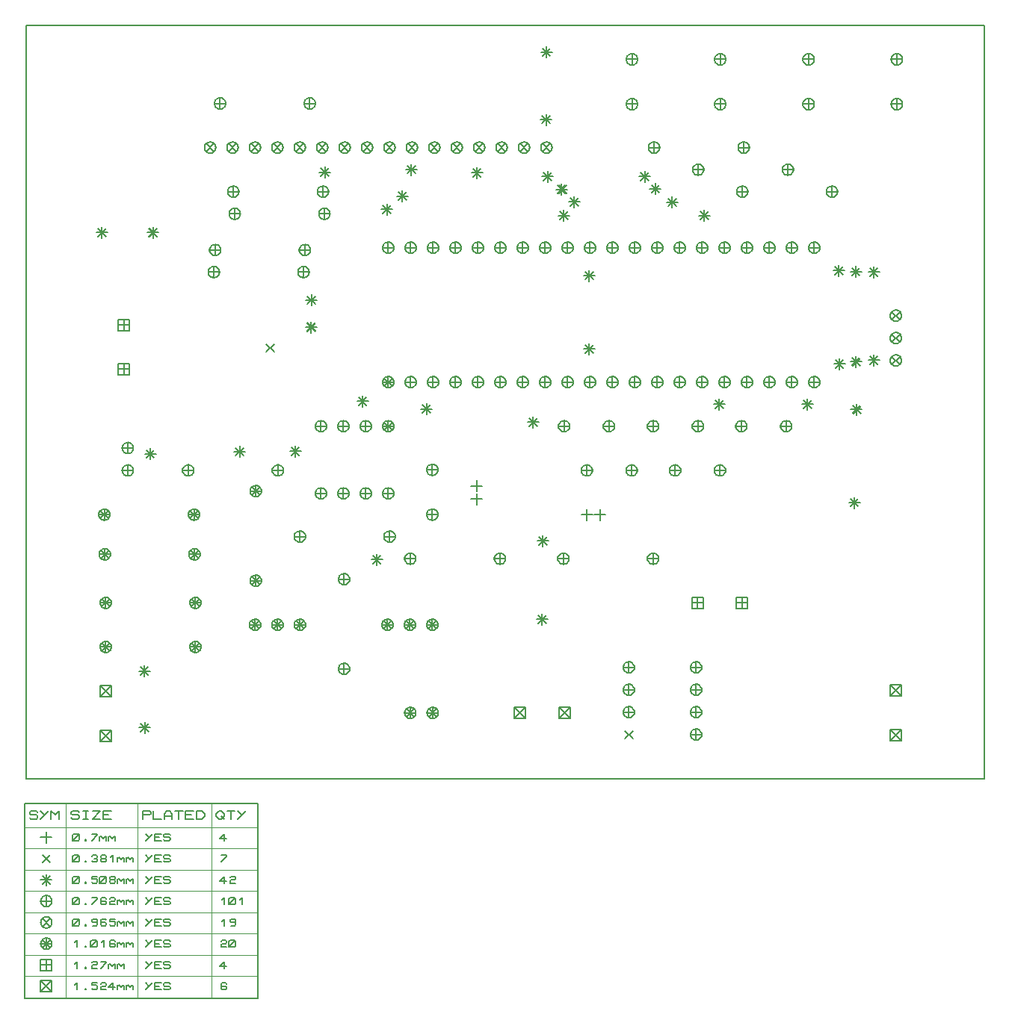
<source format=gbr>
G04 PROTEUS RS274X GERBER FILE*
%FSLAX45Y45*%
%MOMM*%
G01*
%ADD25C,0.203200*%
%ADD39C,0.127000*%
%ADD40C,0.063500*%
D25*
X-7123761Y+7883562D02*
X-7033959Y+7793760D01*
X-7123761Y+7793760D02*
X-7033959Y+7883562D01*
X-7094910Y+7902161D02*
X-7094910Y+7775161D01*
X-7158410Y+7838661D02*
X-7031410Y+7838661D01*
X-7139811Y+7883562D02*
X-7050009Y+7793760D01*
X-7139811Y+7793760D02*
X-7050009Y+7883562D01*
X-6028367Y+7907388D02*
X-6028367Y+7780388D01*
X-6091867Y+7843888D02*
X-5964867Y+7843888D01*
X-6073268Y+7888789D02*
X-5983466Y+7798987D01*
X-6073268Y+7798987D02*
X-5983466Y+7888789D01*
X-5475383Y+7605406D02*
X-5475383Y+7478406D01*
X-5538883Y+7541906D02*
X-5411883Y+7541906D01*
X-5520284Y+7586807D02*
X-5430482Y+7497005D01*
X-5520284Y+7497005D02*
X-5430482Y+7586807D01*
X-7067541Y+7605406D02*
X-7067541Y+7478406D01*
X-7131041Y+7541906D02*
X-7004041Y+7541906D01*
X-7112442Y+7586807D02*
X-7022640Y+7497005D01*
X-7112442Y+7497005D02*
X-7022640Y+7586807D01*
X-8894910Y+7826030D02*
X-8894910Y+7699030D01*
X-8958410Y+7762530D02*
X-8831410Y+7762530D01*
X-8939811Y+7807431D02*
X-8850009Y+7717629D01*
X-8939811Y+7717629D02*
X-8850009Y+7807431D01*
X-9772614Y+8095300D02*
X-9772614Y+7968300D01*
X-9836114Y+8031800D02*
X-9709114Y+8031800D01*
X-9817515Y+8076701D02*
X-9727713Y+7986899D01*
X-9817515Y+7986899D02*
X-9727713Y+8076701D01*
X-5840219Y+7755825D02*
X-5840219Y+7628825D01*
X-5903719Y+7692325D02*
X-5776719Y+7692325D01*
X-5885120Y+7737226D02*
X-5795318Y+7647424D01*
X-5885120Y+7647424D02*
X-5795318Y+7737226D01*
X-6948202Y+7761051D02*
X-6948202Y+7634051D01*
X-7011702Y+7697551D02*
X-6884702Y+7697551D01*
X-6993103Y+7742452D02*
X-6903301Y+7652650D01*
X-6993103Y+7652650D02*
X-6903301Y+7742452D01*
X-8050280Y+8090240D02*
X-8050280Y+7963240D01*
X-8113780Y+8026740D02*
X-7986780Y+8026740D01*
X-8095181Y+8071641D02*
X-8005379Y+7981839D01*
X-8095181Y+7981839D02*
X-8005379Y+8071641D01*
X-8794910Y+8126030D02*
X-8794910Y+7999030D01*
X-8858410Y+8062530D02*
X-8731410Y+8062530D01*
X-8839811Y+8107431D02*
X-8750009Y+8017629D01*
X-8839811Y+8017629D02*
X-8750009Y+8107431D01*
X-10438146Y+6085231D02*
X-10348344Y+5995429D01*
X-10438146Y+5995429D02*
X-10348344Y+6085231D01*
X-6779422Y+6924607D02*
X-6779422Y+6797607D01*
X-6842922Y+6861107D02*
X-6715922Y+6861107D01*
X-6824323Y+6906008D02*
X-6734521Y+6816206D01*
X-6824323Y+6816206D02*
X-6734521Y+6906008D01*
X-3555910Y+6965030D02*
X-3555910Y+6838030D01*
X-3619410Y+6901530D02*
X-3492410Y+6901530D01*
X-3600811Y+6946431D02*
X-3511009Y+6856629D01*
X-3600811Y+6856629D02*
X-3511009Y+6946431D01*
X-3555910Y+5965030D02*
X-3555910Y+5838030D01*
X-3619410Y+5901530D02*
X-3492410Y+5901530D01*
X-3600811Y+5946431D02*
X-3511009Y+5856629D01*
X-3600811Y+5856629D02*
X-3511009Y+5946431D01*
X-3951805Y+6981109D02*
X-3951805Y+6854109D01*
X-4015305Y+6917609D02*
X-3888305Y+6917609D01*
X-3996706Y+6962510D02*
X-3906904Y+6872708D01*
X-3996706Y+6872708D02*
X-3906904Y+6962510D01*
X-3943966Y+5922777D02*
X-3943966Y+5795777D01*
X-4007466Y+5859277D02*
X-3880466Y+5859277D01*
X-3988867Y+5904178D02*
X-3899065Y+5814376D01*
X-3988867Y+5814376D02*
X-3899065Y+5904178D01*
X-4305910Y+5465030D02*
X-4305910Y+5338030D01*
X-4369410Y+5401530D02*
X-4242410Y+5401530D01*
X-4350811Y+5446431D02*
X-4261009Y+5356629D01*
X-4350811Y+5356629D02*
X-4261009Y+5446431D01*
X-5305910Y+5465030D02*
X-5305910Y+5338030D01*
X-5369410Y+5401530D02*
X-5242410Y+5401530D01*
X-5350811Y+5446431D02*
X-5261009Y+5356629D01*
X-5350811Y+5356629D02*
X-5261009Y+5446431D01*
X-3758873Y+6968486D02*
X-3758873Y+6841486D01*
X-3822373Y+6904986D02*
X-3695373Y+6904986D01*
X-3803774Y+6949887D02*
X-3713972Y+6860085D01*
X-3803774Y+6860085D02*
X-3713972Y+6949887D01*
X-3758873Y+5949351D02*
X-3758873Y+5822351D01*
X-3822373Y+5885851D02*
X-3695373Y+5885851D01*
X-3803774Y+5930752D02*
X-3713972Y+5840950D01*
X-3803774Y+5840950D02*
X-3713972Y+5930752D01*
X-3795935Y+5922913D02*
X-3706133Y+5833111D01*
X-3795935Y+5833111D02*
X-3706133Y+5922913D01*
X-3751034Y+5408426D02*
X-3751034Y+5281426D01*
X-3814534Y+5344926D02*
X-3687534Y+5344926D01*
X-3795935Y+5389827D02*
X-3706133Y+5300025D01*
X-3795935Y+5300025D02*
X-3706133Y+5389827D01*
X-3788095Y+5381987D02*
X-3698293Y+5292185D01*
X-3788095Y+5292185D02*
X-3698293Y+5381987D01*
X-3774552Y+4350092D02*
X-3774552Y+4223092D01*
X-3838052Y+4286592D02*
X-3711052Y+4286592D01*
X-3819453Y+4331493D02*
X-3729651Y+4241691D01*
X-3819453Y+4241691D02*
X-3729651Y+4331493D01*
X-7311413Y+3028258D02*
X-7311413Y+2901258D01*
X-7374913Y+2964758D02*
X-7247913Y+2964758D01*
X-7356314Y+3009659D02*
X-7266512Y+2919857D01*
X-7356314Y+2919857D02*
X-7266512Y+3009659D01*
X-7304694Y+3915241D02*
X-7304694Y+3788241D01*
X-7368194Y+3851741D02*
X-7241194Y+3851741D01*
X-7349595Y+3896642D02*
X-7259793Y+3806840D01*
X-7349595Y+3806840D02*
X-7259793Y+3896642D01*
X-7267579Y+8693286D02*
X-7267579Y+8566286D01*
X-7331079Y+8629786D02*
X-7204079Y+8629786D01*
X-7312480Y+8674687D02*
X-7222678Y+8584885D01*
X-7312480Y+8584885D02*
X-7222678Y+8674687D01*
X-7262804Y+9457195D02*
X-7262804Y+9330195D01*
X-7326304Y+9393695D02*
X-7199304Y+9393695D01*
X-7307705Y+9438596D02*
X-7217903Y+9348794D01*
X-7307705Y+9348794D02*
X-7217903Y+9438596D01*
X-6150000Y+8048499D02*
X-6150000Y+7921499D01*
X-6213500Y+7984999D02*
X-6086500Y+7984999D01*
X-6194901Y+8029900D02*
X-6105099Y+7940098D01*
X-6194901Y+7940098D02*
X-6105099Y+8029900D01*
X-7250000Y+8048499D02*
X-7250000Y+7921499D01*
X-7313500Y+7984999D02*
X-7186500Y+7984999D01*
X-7294901Y+8029900D02*
X-7205099Y+7940098D01*
X-7294901Y+7940098D02*
X-7205099Y+8029900D01*
X-11813010Y+1800303D02*
X-11813010Y+1673303D01*
X-11876510Y+1736803D02*
X-11749510Y+1736803D01*
X-11857911Y+1781704D02*
X-11768109Y+1691902D01*
X-11857911Y+1691902D02*
X-11768109Y+1781704D01*
X-11819175Y+2441467D02*
X-11819175Y+2314467D01*
X-11882675Y+2377967D02*
X-11755675Y+2377967D01*
X-11864076Y+2422868D02*
X-11774274Y+2333066D01*
X-11864076Y+2333066D02*
X-11774274Y+2422868D01*
X-9973241Y+6328028D02*
X-9883439Y+6238226D01*
X-9973241Y+6238226D02*
X-9883439Y+6328028D01*
X-9928340Y+6337807D02*
X-9928340Y+6210807D01*
X-9991840Y+6274307D02*
X-9864840Y+6274307D01*
X-9973241Y+6319208D02*
X-9883439Y+6229406D01*
X-9973241Y+6229406D02*
X-9883439Y+6319208D01*
X-9346257Y+5499960D02*
X-9346257Y+5372960D01*
X-9409757Y+5436460D02*
X-9282757Y+5436460D01*
X-9391158Y+5481361D02*
X-9301356Y+5391559D01*
X-9391158Y+5391559D02*
X-9301356Y+5481361D01*
X-8623062Y+5411766D02*
X-8623062Y+5284766D01*
X-8686562Y+5348266D02*
X-8559562Y+5348266D01*
X-8667963Y+5393167D02*
X-8578161Y+5303365D01*
X-8667963Y+5303365D02*
X-8578161Y+5393167D01*
X-7414799Y+5261835D02*
X-7414799Y+5134835D01*
X-7478299Y+5198335D02*
X-7351299Y+5198335D01*
X-7459700Y+5243236D02*
X-7369898Y+5153434D01*
X-7459700Y+5153434D02*
X-7369898Y+5243236D01*
X-9070058Y+7676030D02*
X-9070058Y+7549030D01*
X-9133558Y+7612530D02*
X-9006558Y+7612530D01*
X-9114959Y+7657431D02*
X-9025157Y+7567629D01*
X-9114959Y+7567629D02*
X-9025157Y+7657431D01*
X-9926360Y+6646632D02*
X-9926360Y+6519632D01*
X-9989860Y+6583132D02*
X-9862860Y+6583132D01*
X-9971261Y+6628033D02*
X-9881459Y+6538231D01*
X-9971261Y+6538231D02*
X-9881459Y+6628033D01*
X-6778128Y+6092812D02*
X-6778128Y+5965812D01*
X-6841628Y+6029312D02*
X-6714628Y+6029312D01*
X-6823029Y+6074213D02*
X-6733227Y+5984411D01*
X-6823029Y+5984411D02*
X-6733227Y+6074213D01*
X-11751238Y+4901674D02*
X-11751238Y+4774674D01*
X-11814738Y+4838174D02*
X-11687738Y+4838174D01*
X-11796139Y+4883075D02*
X-11706337Y+4793273D01*
X-11796139Y+4793273D02*
X-11706337Y+4883075D01*
X-10739130Y+4927593D02*
X-10739130Y+4800593D01*
X-10802630Y+4864093D02*
X-10675630Y+4864093D01*
X-10784031Y+4908994D02*
X-10694229Y+4819192D01*
X-10784031Y+4819192D02*
X-10694229Y+4908994D01*
X-10108463Y+4932183D02*
X-10108463Y+4805183D01*
X-10171963Y+4868683D02*
X-10044963Y+4868683D01*
X-10153364Y+4913584D02*
X-10063562Y+4823782D01*
X-10153364Y+4823782D02*
X-10063562Y+4913584D01*
X-9185221Y+3705528D02*
X-9185221Y+3578528D01*
X-9248721Y+3642028D02*
X-9121721Y+3642028D01*
X-9230122Y+3686929D02*
X-9140320Y+3597127D01*
X-9230122Y+3597127D02*
X-9140320Y+3686929D01*
X-11762487Y+7391476D02*
X-11672685Y+7301674D01*
X-11762487Y+7301674D02*
X-11672685Y+7391476D01*
X-12300000Y+7413500D02*
X-12300000Y+7286500D01*
X-12363500Y+7350000D02*
X-12236500Y+7350000D01*
X-12344901Y+7394901D02*
X-12255099Y+7305099D01*
X-12344901Y+7305099D02*
X-12255099Y+7394901D01*
X-11721011Y+7413500D02*
X-11721011Y+7286500D01*
X-11784511Y+7350000D02*
X-11657511Y+7350000D01*
X-11765912Y+7394901D02*
X-11676110Y+7305099D01*
X-11765912Y+7305099D02*
X-11676110Y+7394901D01*
X-11009410Y+8312530D02*
X-11009627Y+8317777D01*
X-11011392Y+8328272D01*
X-11015084Y+8338767D01*
X-11021112Y+8349262D01*
X-11030334Y+8359642D01*
X-11040829Y+8367330D01*
X-11051324Y+8372248D01*
X-11061819Y+8375054D01*
X-11072314Y+8376027D01*
X-11072910Y+8376030D01*
X-11136410Y+8312530D02*
X-11136193Y+8317777D01*
X-11134428Y+8328272D01*
X-11130736Y+8338767D01*
X-11124708Y+8349262D01*
X-11115486Y+8359642D01*
X-11104991Y+8367330D01*
X-11094496Y+8372248D01*
X-11084001Y+8375054D01*
X-11073506Y+8376027D01*
X-11072910Y+8376030D01*
X-11136410Y+8312530D02*
X-11136193Y+8307283D01*
X-11134428Y+8296788D01*
X-11130736Y+8286293D01*
X-11124708Y+8275798D01*
X-11115486Y+8265418D01*
X-11104991Y+8257730D01*
X-11094496Y+8252812D01*
X-11084001Y+8250006D01*
X-11073506Y+8249033D01*
X-11072910Y+8249030D01*
X-11009410Y+8312530D02*
X-11009627Y+8307283D01*
X-11011392Y+8296788D01*
X-11015084Y+8286293D01*
X-11021112Y+8275798D01*
X-11030334Y+8265418D01*
X-11040829Y+8257730D01*
X-11051324Y+8252812D01*
X-11061819Y+8250006D01*
X-11072314Y+8249033D01*
X-11072910Y+8249030D01*
X-11117811Y+8357431D02*
X-11028009Y+8267629D01*
X-11117811Y+8267629D02*
X-11028009Y+8357431D01*
X-10755410Y+8312530D02*
X-10755627Y+8317777D01*
X-10757392Y+8328272D01*
X-10761084Y+8338767D01*
X-10767112Y+8349262D01*
X-10776334Y+8359642D01*
X-10786829Y+8367330D01*
X-10797324Y+8372248D01*
X-10807819Y+8375054D01*
X-10818314Y+8376027D01*
X-10818910Y+8376030D01*
X-10882410Y+8312530D02*
X-10882193Y+8317777D01*
X-10880428Y+8328272D01*
X-10876736Y+8338767D01*
X-10870708Y+8349262D01*
X-10861486Y+8359642D01*
X-10850991Y+8367330D01*
X-10840496Y+8372248D01*
X-10830001Y+8375054D01*
X-10819506Y+8376027D01*
X-10818910Y+8376030D01*
X-10882410Y+8312530D02*
X-10882193Y+8307283D01*
X-10880428Y+8296788D01*
X-10876736Y+8286293D01*
X-10870708Y+8275798D01*
X-10861486Y+8265418D01*
X-10850991Y+8257730D01*
X-10840496Y+8252812D01*
X-10830001Y+8250006D01*
X-10819506Y+8249033D01*
X-10818910Y+8249030D01*
X-10755410Y+8312530D02*
X-10755627Y+8307283D01*
X-10757392Y+8296788D01*
X-10761084Y+8286293D01*
X-10767112Y+8275798D01*
X-10776334Y+8265418D01*
X-10786829Y+8257730D01*
X-10797324Y+8252812D01*
X-10807819Y+8250006D01*
X-10818314Y+8249033D01*
X-10818910Y+8249030D01*
X-10863811Y+8357431D02*
X-10774009Y+8267629D01*
X-10863811Y+8267629D02*
X-10774009Y+8357431D01*
X-10501410Y+8312530D02*
X-10501627Y+8317777D01*
X-10503392Y+8328272D01*
X-10507084Y+8338767D01*
X-10513112Y+8349262D01*
X-10522334Y+8359642D01*
X-10532829Y+8367330D01*
X-10543324Y+8372248D01*
X-10553819Y+8375054D01*
X-10564314Y+8376027D01*
X-10564910Y+8376030D01*
X-10628410Y+8312530D02*
X-10628193Y+8317777D01*
X-10626428Y+8328272D01*
X-10622736Y+8338767D01*
X-10616708Y+8349262D01*
X-10607486Y+8359642D01*
X-10596991Y+8367330D01*
X-10586496Y+8372248D01*
X-10576001Y+8375054D01*
X-10565506Y+8376027D01*
X-10564910Y+8376030D01*
X-10628410Y+8312530D02*
X-10628193Y+8307283D01*
X-10626428Y+8296788D01*
X-10622736Y+8286293D01*
X-10616708Y+8275798D01*
X-10607486Y+8265418D01*
X-10596991Y+8257730D01*
X-10586496Y+8252812D01*
X-10576001Y+8250006D01*
X-10565506Y+8249033D01*
X-10564910Y+8249030D01*
X-10501410Y+8312530D02*
X-10501627Y+8307283D01*
X-10503392Y+8296788D01*
X-10507084Y+8286293D01*
X-10513112Y+8275798D01*
X-10522334Y+8265418D01*
X-10532829Y+8257730D01*
X-10543324Y+8252812D01*
X-10553819Y+8250006D01*
X-10564314Y+8249033D01*
X-10564910Y+8249030D01*
X-10609811Y+8357431D02*
X-10520009Y+8267629D01*
X-10609811Y+8267629D02*
X-10520009Y+8357431D01*
X-10247410Y+8312530D02*
X-10247627Y+8317777D01*
X-10249392Y+8328272D01*
X-10253084Y+8338767D01*
X-10259112Y+8349262D01*
X-10268334Y+8359642D01*
X-10278829Y+8367330D01*
X-10289324Y+8372248D01*
X-10299819Y+8375054D01*
X-10310314Y+8376027D01*
X-10310910Y+8376030D01*
X-10374410Y+8312530D02*
X-10374193Y+8317777D01*
X-10372428Y+8328272D01*
X-10368736Y+8338767D01*
X-10362708Y+8349262D01*
X-10353486Y+8359642D01*
X-10342991Y+8367330D01*
X-10332496Y+8372248D01*
X-10322001Y+8375054D01*
X-10311506Y+8376027D01*
X-10310910Y+8376030D01*
X-10374410Y+8312530D02*
X-10374193Y+8307283D01*
X-10372428Y+8296788D01*
X-10368736Y+8286293D01*
X-10362708Y+8275798D01*
X-10353486Y+8265418D01*
X-10342991Y+8257730D01*
X-10332496Y+8252812D01*
X-10322001Y+8250006D01*
X-10311506Y+8249033D01*
X-10310910Y+8249030D01*
X-10247410Y+8312530D02*
X-10247627Y+8307283D01*
X-10249392Y+8296788D01*
X-10253084Y+8286293D01*
X-10259112Y+8275798D01*
X-10268334Y+8265418D01*
X-10278829Y+8257730D01*
X-10289324Y+8252812D01*
X-10299819Y+8250006D01*
X-10310314Y+8249033D01*
X-10310910Y+8249030D01*
X-10355811Y+8357431D02*
X-10266009Y+8267629D01*
X-10355811Y+8267629D02*
X-10266009Y+8357431D01*
X-9993410Y+8312530D02*
X-9993627Y+8317777D01*
X-9995392Y+8328272D01*
X-9999084Y+8338767D01*
X-10005112Y+8349262D01*
X-10014334Y+8359642D01*
X-10024829Y+8367330D01*
X-10035324Y+8372248D01*
X-10045819Y+8375054D01*
X-10056314Y+8376027D01*
X-10056910Y+8376030D01*
X-10120410Y+8312530D02*
X-10120193Y+8317777D01*
X-10118428Y+8328272D01*
X-10114736Y+8338767D01*
X-10108708Y+8349262D01*
X-10099486Y+8359642D01*
X-10088991Y+8367330D01*
X-10078496Y+8372248D01*
X-10068001Y+8375054D01*
X-10057506Y+8376027D01*
X-10056910Y+8376030D01*
X-10120410Y+8312530D02*
X-10120193Y+8307283D01*
X-10118428Y+8296788D01*
X-10114736Y+8286293D01*
X-10108708Y+8275798D01*
X-10099486Y+8265418D01*
X-10088991Y+8257730D01*
X-10078496Y+8252812D01*
X-10068001Y+8250006D01*
X-10057506Y+8249033D01*
X-10056910Y+8249030D01*
X-9993410Y+8312530D02*
X-9993627Y+8307283D01*
X-9995392Y+8296788D01*
X-9999084Y+8286293D01*
X-10005112Y+8275798D01*
X-10014334Y+8265418D01*
X-10024829Y+8257730D01*
X-10035324Y+8252812D01*
X-10045819Y+8250006D01*
X-10056314Y+8249033D01*
X-10056910Y+8249030D01*
X-10101811Y+8357431D02*
X-10012009Y+8267629D01*
X-10101811Y+8267629D02*
X-10012009Y+8357431D01*
X-9739410Y+8312530D02*
X-9739627Y+8317777D01*
X-9741392Y+8328272D01*
X-9745084Y+8338767D01*
X-9751112Y+8349262D01*
X-9760334Y+8359642D01*
X-9770829Y+8367330D01*
X-9781324Y+8372248D01*
X-9791819Y+8375054D01*
X-9802314Y+8376027D01*
X-9802910Y+8376030D01*
X-9866410Y+8312530D02*
X-9866193Y+8317777D01*
X-9864428Y+8328272D01*
X-9860736Y+8338767D01*
X-9854708Y+8349262D01*
X-9845486Y+8359642D01*
X-9834991Y+8367330D01*
X-9824496Y+8372248D01*
X-9814001Y+8375054D01*
X-9803506Y+8376027D01*
X-9802910Y+8376030D01*
X-9866410Y+8312530D02*
X-9866193Y+8307283D01*
X-9864428Y+8296788D01*
X-9860736Y+8286293D01*
X-9854708Y+8275798D01*
X-9845486Y+8265418D01*
X-9834991Y+8257730D01*
X-9824496Y+8252812D01*
X-9814001Y+8250006D01*
X-9803506Y+8249033D01*
X-9802910Y+8249030D01*
X-9739410Y+8312530D02*
X-9739627Y+8307283D01*
X-9741392Y+8296788D01*
X-9745084Y+8286293D01*
X-9751112Y+8275798D01*
X-9760334Y+8265418D01*
X-9770829Y+8257730D01*
X-9781324Y+8252812D01*
X-9791819Y+8250006D01*
X-9802314Y+8249033D01*
X-9802910Y+8249030D01*
X-9847811Y+8357431D02*
X-9758009Y+8267629D01*
X-9847811Y+8267629D02*
X-9758009Y+8357431D01*
X-9485410Y+8312530D02*
X-9485627Y+8317777D01*
X-9487392Y+8328272D01*
X-9491084Y+8338767D01*
X-9497112Y+8349262D01*
X-9506334Y+8359642D01*
X-9516829Y+8367330D01*
X-9527324Y+8372248D01*
X-9537819Y+8375054D01*
X-9548314Y+8376027D01*
X-9548910Y+8376030D01*
X-9612410Y+8312530D02*
X-9612193Y+8317777D01*
X-9610428Y+8328272D01*
X-9606736Y+8338767D01*
X-9600708Y+8349262D01*
X-9591486Y+8359642D01*
X-9580991Y+8367330D01*
X-9570496Y+8372248D01*
X-9560001Y+8375054D01*
X-9549506Y+8376027D01*
X-9548910Y+8376030D01*
X-9612410Y+8312530D02*
X-9612193Y+8307283D01*
X-9610428Y+8296788D01*
X-9606736Y+8286293D01*
X-9600708Y+8275798D01*
X-9591486Y+8265418D01*
X-9580991Y+8257730D01*
X-9570496Y+8252812D01*
X-9560001Y+8250006D01*
X-9549506Y+8249033D01*
X-9548910Y+8249030D01*
X-9485410Y+8312530D02*
X-9485627Y+8307283D01*
X-9487392Y+8296788D01*
X-9491084Y+8286293D01*
X-9497112Y+8275798D01*
X-9506334Y+8265418D01*
X-9516829Y+8257730D01*
X-9527324Y+8252812D01*
X-9537819Y+8250006D01*
X-9548314Y+8249033D01*
X-9548910Y+8249030D01*
X-9593811Y+8357431D02*
X-9504009Y+8267629D01*
X-9593811Y+8267629D02*
X-9504009Y+8357431D01*
X-9231410Y+8312530D02*
X-9231627Y+8317777D01*
X-9233392Y+8328272D01*
X-9237084Y+8338767D01*
X-9243112Y+8349262D01*
X-9252334Y+8359642D01*
X-9262829Y+8367330D01*
X-9273324Y+8372248D01*
X-9283819Y+8375054D01*
X-9294314Y+8376027D01*
X-9294910Y+8376030D01*
X-9358410Y+8312530D02*
X-9358193Y+8317777D01*
X-9356428Y+8328272D01*
X-9352736Y+8338767D01*
X-9346708Y+8349262D01*
X-9337486Y+8359642D01*
X-9326991Y+8367330D01*
X-9316496Y+8372248D01*
X-9306001Y+8375054D01*
X-9295506Y+8376027D01*
X-9294910Y+8376030D01*
X-9358410Y+8312530D02*
X-9358193Y+8307283D01*
X-9356428Y+8296788D01*
X-9352736Y+8286293D01*
X-9346708Y+8275798D01*
X-9337486Y+8265418D01*
X-9326991Y+8257730D01*
X-9316496Y+8252812D01*
X-9306001Y+8250006D01*
X-9295506Y+8249033D01*
X-9294910Y+8249030D01*
X-9231410Y+8312530D02*
X-9231627Y+8307283D01*
X-9233392Y+8296788D01*
X-9237084Y+8286293D01*
X-9243112Y+8275798D01*
X-9252334Y+8265418D01*
X-9262829Y+8257730D01*
X-9273324Y+8252812D01*
X-9283819Y+8250006D01*
X-9294314Y+8249033D01*
X-9294910Y+8249030D01*
X-9339811Y+8357431D02*
X-9250009Y+8267629D01*
X-9339811Y+8267629D02*
X-9250009Y+8357431D01*
X-8977410Y+8312530D02*
X-8977627Y+8317777D01*
X-8979392Y+8328272D01*
X-8983084Y+8338767D01*
X-8989112Y+8349262D01*
X-8998334Y+8359642D01*
X-9008829Y+8367330D01*
X-9019324Y+8372248D01*
X-9029819Y+8375054D01*
X-9040314Y+8376027D01*
X-9040910Y+8376030D01*
X-9104410Y+8312530D02*
X-9104193Y+8317777D01*
X-9102428Y+8328272D01*
X-9098736Y+8338767D01*
X-9092708Y+8349262D01*
X-9083486Y+8359642D01*
X-9072991Y+8367330D01*
X-9062496Y+8372248D01*
X-9052001Y+8375054D01*
X-9041506Y+8376027D01*
X-9040910Y+8376030D01*
X-9104410Y+8312530D02*
X-9104193Y+8307283D01*
X-9102428Y+8296788D01*
X-9098736Y+8286293D01*
X-9092708Y+8275798D01*
X-9083486Y+8265418D01*
X-9072991Y+8257730D01*
X-9062496Y+8252812D01*
X-9052001Y+8250006D01*
X-9041506Y+8249033D01*
X-9040910Y+8249030D01*
X-8977410Y+8312530D02*
X-8977627Y+8307283D01*
X-8979392Y+8296788D01*
X-8983084Y+8286293D01*
X-8989112Y+8275798D01*
X-8998334Y+8265418D01*
X-9008829Y+8257730D01*
X-9019324Y+8252812D01*
X-9029819Y+8250006D01*
X-9040314Y+8249033D01*
X-9040910Y+8249030D01*
X-9085811Y+8357431D02*
X-8996009Y+8267629D01*
X-9085811Y+8267629D02*
X-8996009Y+8357431D01*
X-8723410Y+8312530D02*
X-8723627Y+8317777D01*
X-8725392Y+8328272D01*
X-8729084Y+8338767D01*
X-8735112Y+8349262D01*
X-8744334Y+8359642D01*
X-8754829Y+8367330D01*
X-8765324Y+8372248D01*
X-8775819Y+8375054D01*
X-8786314Y+8376027D01*
X-8786910Y+8376030D01*
X-8850410Y+8312530D02*
X-8850193Y+8317777D01*
X-8848428Y+8328272D01*
X-8844736Y+8338767D01*
X-8838708Y+8349262D01*
X-8829486Y+8359642D01*
X-8818991Y+8367330D01*
X-8808496Y+8372248D01*
X-8798001Y+8375054D01*
X-8787506Y+8376027D01*
X-8786910Y+8376030D01*
X-8850410Y+8312530D02*
X-8850193Y+8307283D01*
X-8848428Y+8296788D01*
X-8844736Y+8286293D01*
X-8838708Y+8275798D01*
X-8829486Y+8265418D01*
X-8818991Y+8257730D01*
X-8808496Y+8252812D01*
X-8798001Y+8250006D01*
X-8787506Y+8249033D01*
X-8786910Y+8249030D01*
X-8723410Y+8312530D02*
X-8723627Y+8307283D01*
X-8725392Y+8296788D01*
X-8729084Y+8286293D01*
X-8735112Y+8275798D01*
X-8744334Y+8265418D01*
X-8754829Y+8257730D01*
X-8765324Y+8252812D01*
X-8775819Y+8250006D01*
X-8786314Y+8249033D01*
X-8786910Y+8249030D01*
X-8831811Y+8357431D02*
X-8742009Y+8267629D01*
X-8831811Y+8267629D02*
X-8742009Y+8357431D01*
X-8469410Y+8312530D02*
X-8469627Y+8317777D01*
X-8471392Y+8328272D01*
X-8475084Y+8338767D01*
X-8481112Y+8349262D01*
X-8490334Y+8359642D01*
X-8500829Y+8367330D01*
X-8511324Y+8372248D01*
X-8521819Y+8375054D01*
X-8532314Y+8376027D01*
X-8532910Y+8376030D01*
X-8596410Y+8312530D02*
X-8596193Y+8317777D01*
X-8594428Y+8328272D01*
X-8590736Y+8338767D01*
X-8584708Y+8349262D01*
X-8575486Y+8359642D01*
X-8564991Y+8367330D01*
X-8554496Y+8372248D01*
X-8544001Y+8375054D01*
X-8533506Y+8376027D01*
X-8532910Y+8376030D01*
X-8596410Y+8312530D02*
X-8596193Y+8307283D01*
X-8594428Y+8296788D01*
X-8590736Y+8286293D01*
X-8584708Y+8275798D01*
X-8575486Y+8265418D01*
X-8564991Y+8257730D01*
X-8554496Y+8252812D01*
X-8544001Y+8250006D01*
X-8533506Y+8249033D01*
X-8532910Y+8249030D01*
X-8469410Y+8312530D02*
X-8469627Y+8307283D01*
X-8471392Y+8296788D01*
X-8475084Y+8286293D01*
X-8481112Y+8275798D01*
X-8490334Y+8265418D01*
X-8500829Y+8257730D01*
X-8511324Y+8252812D01*
X-8521819Y+8250006D01*
X-8532314Y+8249033D01*
X-8532910Y+8249030D01*
X-8577811Y+8357431D02*
X-8488009Y+8267629D01*
X-8577811Y+8267629D02*
X-8488009Y+8357431D01*
X-8215410Y+8312530D02*
X-8215627Y+8317777D01*
X-8217392Y+8328272D01*
X-8221084Y+8338767D01*
X-8227112Y+8349262D01*
X-8236334Y+8359642D01*
X-8246829Y+8367330D01*
X-8257324Y+8372248D01*
X-8267819Y+8375054D01*
X-8278314Y+8376027D01*
X-8278910Y+8376030D01*
X-8342410Y+8312530D02*
X-8342193Y+8317777D01*
X-8340428Y+8328272D01*
X-8336736Y+8338767D01*
X-8330708Y+8349262D01*
X-8321486Y+8359642D01*
X-8310991Y+8367330D01*
X-8300496Y+8372248D01*
X-8290001Y+8375054D01*
X-8279506Y+8376027D01*
X-8278910Y+8376030D01*
X-8342410Y+8312530D02*
X-8342193Y+8307283D01*
X-8340428Y+8296788D01*
X-8336736Y+8286293D01*
X-8330708Y+8275798D01*
X-8321486Y+8265418D01*
X-8310991Y+8257730D01*
X-8300496Y+8252812D01*
X-8290001Y+8250006D01*
X-8279506Y+8249033D01*
X-8278910Y+8249030D01*
X-8215410Y+8312530D02*
X-8215627Y+8307283D01*
X-8217392Y+8296788D01*
X-8221084Y+8286293D01*
X-8227112Y+8275798D01*
X-8236334Y+8265418D01*
X-8246829Y+8257730D01*
X-8257324Y+8252812D01*
X-8267819Y+8250006D01*
X-8278314Y+8249033D01*
X-8278910Y+8249030D01*
X-8323811Y+8357431D02*
X-8234009Y+8267629D01*
X-8323811Y+8267629D02*
X-8234009Y+8357431D01*
X-7961410Y+8312530D02*
X-7961627Y+8317777D01*
X-7963392Y+8328272D01*
X-7967084Y+8338767D01*
X-7973112Y+8349262D01*
X-7982334Y+8359642D01*
X-7992829Y+8367330D01*
X-8003324Y+8372248D01*
X-8013819Y+8375054D01*
X-8024314Y+8376027D01*
X-8024910Y+8376030D01*
X-8088410Y+8312530D02*
X-8088193Y+8317777D01*
X-8086428Y+8328272D01*
X-8082736Y+8338767D01*
X-8076708Y+8349262D01*
X-8067486Y+8359642D01*
X-8056991Y+8367330D01*
X-8046496Y+8372248D01*
X-8036001Y+8375054D01*
X-8025506Y+8376027D01*
X-8024910Y+8376030D01*
X-8088410Y+8312530D02*
X-8088193Y+8307283D01*
X-8086428Y+8296788D01*
X-8082736Y+8286293D01*
X-8076708Y+8275798D01*
X-8067486Y+8265418D01*
X-8056991Y+8257730D01*
X-8046496Y+8252812D01*
X-8036001Y+8250006D01*
X-8025506Y+8249033D01*
X-8024910Y+8249030D01*
X-7961410Y+8312530D02*
X-7961627Y+8307283D01*
X-7963392Y+8296788D01*
X-7967084Y+8286293D01*
X-7973112Y+8275798D01*
X-7982334Y+8265418D01*
X-7992829Y+8257730D01*
X-8003324Y+8252812D01*
X-8013819Y+8250006D01*
X-8024314Y+8249033D01*
X-8024910Y+8249030D01*
X-8069811Y+8357431D02*
X-7980009Y+8267629D01*
X-8069811Y+8267629D02*
X-7980009Y+8357431D01*
X-7707410Y+8312530D02*
X-7707627Y+8317777D01*
X-7709392Y+8328272D01*
X-7713084Y+8338767D01*
X-7719112Y+8349262D01*
X-7728334Y+8359642D01*
X-7738829Y+8367330D01*
X-7749324Y+8372248D01*
X-7759819Y+8375054D01*
X-7770314Y+8376027D01*
X-7770910Y+8376030D01*
X-7834410Y+8312530D02*
X-7834193Y+8317777D01*
X-7832428Y+8328272D01*
X-7828736Y+8338767D01*
X-7822708Y+8349262D01*
X-7813486Y+8359642D01*
X-7802991Y+8367330D01*
X-7792496Y+8372248D01*
X-7782001Y+8375054D01*
X-7771506Y+8376027D01*
X-7770910Y+8376030D01*
X-7834410Y+8312530D02*
X-7834193Y+8307283D01*
X-7832428Y+8296788D01*
X-7828736Y+8286293D01*
X-7822708Y+8275798D01*
X-7813486Y+8265418D01*
X-7802991Y+8257730D01*
X-7792496Y+8252812D01*
X-7782001Y+8250006D01*
X-7771506Y+8249033D01*
X-7770910Y+8249030D01*
X-7707410Y+8312530D02*
X-7707627Y+8307283D01*
X-7709392Y+8296788D01*
X-7713084Y+8286293D01*
X-7719112Y+8275798D01*
X-7728334Y+8265418D01*
X-7738829Y+8257730D01*
X-7749324Y+8252812D01*
X-7759819Y+8250006D01*
X-7770314Y+8249033D01*
X-7770910Y+8249030D01*
X-7815811Y+8357431D02*
X-7726009Y+8267629D01*
X-7815811Y+8267629D02*
X-7726009Y+8357431D01*
X-7453410Y+8312530D02*
X-7453627Y+8317777D01*
X-7455392Y+8328272D01*
X-7459084Y+8338767D01*
X-7465112Y+8349262D01*
X-7474334Y+8359642D01*
X-7484829Y+8367330D01*
X-7495324Y+8372248D01*
X-7505819Y+8375054D01*
X-7516314Y+8376027D01*
X-7516910Y+8376030D01*
X-7580410Y+8312530D02*
X-7580193Y+8317777D01*
X-7578428Y+8328272D01*
X-7574736Y+8338767D01*
X-7568708Y+8349262D01*
X-7559486Y+8359642D01*
X-7548991Y+8367330D01*
X-7538496Y+8372248D01*
X-7528001Y+8375054D01*
X-7517506Y+8376027D01*
X-7516910Y+8376030D01*
X-7580410Y+8312530D02*
X-7580193Y+8307283D01*
X-7578428Y+8296788D01*
X-7574736Y+8286293D01*
X-7568708Y+8275798D01*
X-7559486Y+8265418D01*
X-7548991Y+8257730D01*
X-7538496Y+8252812D01*
X-7528001Y+8250006D01*
X-7517506Y+8249033D01*
X-7516910Y+8249030D01*
X-7453410Y+8312530D02*
X-7453627Y+8307283D01*
X-7455392Y+8296788D01*
X-7459084Y+8286293D01*
X-7465112Y+8275798D01*
X-7474334Y+8265418D01*
X-7484829Y+8257730D01*
X-7495324Y+8252812D01*
X-7505819Y+8250006D01*
X-7516314Y+8249033D01*
X-7516910Y+8249030D01*
X-7561811Y+8357431D02*
X-7472009Y+8267629D01*
X-7561811Y+8267629D02*
X-7472009Y+8357431D01*
X-7199410Y+8312530D02*
X-7199627Y+8317777D01*
X-7201392Y+8328272D01*
X-7205084Y+8338767D01*
X-7211112Y+8349262D01*
X-7220334Y+8359642D01*
X-7230829Y+8367330D01*
X-7241324Y+8372248D01*
X-7251819Y+8375054D01*
X-7262314Y+8376027D01*
X-7262910Y+8376030D01*
X-7326410Y+8312530D02*
X-7326193Y+8317777D01*
X-7324428Y+8328272D01*
X-7320736Y+8338767D01*
X-7314708Y+8349262D01*
X-7305486Y+8359642D01*
X-7294991Y+8367330D01*
X-7284496Y+8372248D01*
X-7274001Y+8375054D01*
X-7263506Y+8376027D01*
X-7262910Y+8376030D01*
X-7326410Y+8312530D02*
X-7326193Y+8307283D01*
X-7324428Y+8296788D01*
X-7320736Y+8286293D01*
X-7314708Y+8275798D01*
X-7305486Y+8265418D01*
X-7294991Y+8257730D01*
X-7284496Y+8252812D01*
X-7274001Y+8250006D01*
X-7263506Y+8249033D01*
X-7262910Y+8249030D01*
X-7199410Y+8312530D02*
X-7199627Y+8307283D01*
X-7201392Y+8296788D01*
X-7205084Y+8286293D01*
X-7211112Y+8275798D01*
X-7220334Y+8265418D01*
X-7230829Y+8257730D01*
X-7241324Y+8252812D01*
X-7251819Y+8250006D01*
X-7262314Y+8249033D01*
X-7262910Y+8249030D01*
X-7307811Y+8357431D02*
X-7218009Y+8267629D01*
X-7307811Y+8267629D02*
X-7218009Y+8357431D01*
X-8992410Y+5651530D02*
X-8992627Y+5656777D01*
X-8994392Y+5667272D01*
X-8998084Y+5677767D01*
X-9004112Y+5688262D01*
X-9013334Y+5698642D01*
X-9023829Y+5706330D01*
X-9034324Y+5711248D01*
X-9044819Y+5714054D01*
X-9055314Y+5715027D01*
X-9055910Y+5715030D01*
X-9119410Y+5651530D02*
X-9119193Y+5656777D01*
X-9117428Y+5667272D01*
X-9113736Y+5677767D01*
X-9107708Y+5688262D01*
X-9098486Y+5698642D01*
X-9087991Y+5706330D01*
X-9077496Y+5711248D01*
X-9067001Y+5714054D01*
X-9056506Y+5715027D01*
X-9055910Y+5715030D01*
X-9119410Y+5651530D02*
X-9119193Y+5646283D01*
X-9117428Y+5635788D01*
X-9113736Y+5625293D01*
X-9107708Y+5614798D01*
X-9098486Y+5604418D01*
X-9087991Y+5596730D01*
X-9077496Y+5591812D01*
X-9067001Y+5589006D01*
X-9056506Y+5588033D01*
X-9055910Y+5588030D01*
X-8992410Y+5651530D02*
X-8992627Y+5646283D01*
X-8994392Y+5635788D01*
X-8998084Y+5625293D01*
X-9004112Y+5614798D01*
X-9013334Y+5604418D01*
X-9023829Y+5596730D01*
X-9034324Y+5591812D01*
X-9044819Y+5589006D01*
X-9055314Y+5588033D01*
X-9055910Y+5588030D01*
X-9055910Y+5715030D02*
X-9055910Y+5588030D01*
X-9119410Y+5651530D02*
X-8992410Y+5651530D01*
X-8992627Y+5656777D01*
X-8994392Y+5667272D01*
X-8998084Y+5677767D01*
X-9004112Y+5688262D01*
X-9013334Y+5698642D01*
X-9023829Y+5706330D01*
X-9034324Y+5711248D01*
X-9044819Y+5714054D01*
X-9055314Y+5715027D01*
X-9055910Y+5715030D01*
X-9119410Y+5651530D02*
X-9119193Y+5656777D01*
X-9117428Y+5667272D01*
X-9113736Y+5677767D01*
X-9107708Y+5688262D01*
X-9098486Y+5698642D01*
X-9087991Y+5706330D01*
X-9077496Y+5711248D01*
X-9067001Y+5714054D01*
X-9056506Y+5715027D01*
X-9055910Y+5715030D01*
X-9119410Y+5651530D02*
X-9119193Y+5646283D01*
X-9117428Y+5635788D01*
X-9113736Y+5625293D01*
X-9107708Y+5614798D01*
X-9098486Y+5604418D01*
X-9087991Y+5596730D01*
X-9077496Y+5591812D01*
X-9067001Y+5589006D01*
X-9056506Y+5588033D01*
X-9055910Y+5588030D01*
X-8992410Y+5651530D02*
X-8992627Y+5646283D01*
X-8994392Y+5635788D01*
X-8998084Y+5625293D01*
X-9004112Y+5614798D01*
X-9013334Y+5604418D01*
X-9023829Y+5596730D01*
X-9034324Y+5591812D01*
X-9044819Y+5589006D01*
X-9055314Y+5588033D01*
X-9055910Y+5588030D01*
X-9100811Y+5696431D02*
X-9011009Y+5606629D01*
X-9100811Y+5606629D02*
X-9011009Y+5696431D01*
X-8738410Y+5651530D02*
X-8738627Y+5656777D01*
X-8740392Y+5667272D01*
X-8744084Y+5677767D01*
X-8750112Y+5688262D01*
X-8759334Y+5698642D01*
X-8769829Y+5706330D01*
X-8780324Y+5711248D01*
X-8790819Y+5714054D01*
X-8801314Y+5715027D01*
X-8801910Y+5715030D01*
X-8865410Y+5651530D02*
X-8865193Y+5656777D01*
X-8863428Y+5667272D01*
X-8859736Y+5677767D01*
X-8853708Y+5688262D01*
X-8844486Y+5698642D01*
X-8833991Y+5706330D01*
X-8823496Y+5711248D01*
X-8813001Y+5714054D01*
X-8802506Y+5715027D01*
X-8801910Y+5715030D01*
X-8865410Y+5651530D02*
X-8865193Y+5646283D01*
X-8863428Y+5635788D01*
X-8859736Y+5625293D01*
X-8853708Y+5614798D01*
X-8844486Y+5604418D01*
X-8833991Y+5596730D01*
X-8823496Y+5591812D01*
X-8813001Y+5589006D01*
X-8802506Y+5588033D01*
X-8801910Y+5588030D01*
X-8738410Y+5651530D02*
X-8738627Y+5646283D01*
X-8740392Y+5635788D01*
X-8744084Y+5625293D01*
X-8750112Y+5614798D01*
X-8759334Y+5604418D01*
X-8769829Y+5596730D01*
X-8780324Y+5591812D01*
X-8790819Y+5589006D01*
X-8801314Y+5588033D01*
X-8801910Y+5588030D01*
X-8801910Y+5715030D02*
X-8801910Y+5588030D01*
X-8865410Y+5651530D02*
X-8738410Y+5651530D01*
X-8484410Y+5651530D02*
X-8484627Y+5656777D01*
X-8486392Y+5667272D01*
X-8490084Y+5677767D01*
X-8496112Y+5688262D01*
X-8505334Y+5698642D01*
X-8515829Y+5706330D01*
X-8526324Y+5711248D01*
X-8536819Y+5714054D01*
X-8547314Y+5715027D01*
X-8547910Y+5715030D01*
X-8611410Y+5651530D02*
X-8611193Y+5656777D01*
X-8609428Y+5667272D01*
X-8605736Y+5677767D01*
X-8599708Y+5688262D01*
X-8590486Y+5698642D01*
X-8579991Y+5706330D01*
X-8569496Y+5711248D01*
X-8559001Y+5714054D01*
X-8548506Y+5715027D01*
X-8547910Y+5715030D01*
X-8611410Y+5651530D02*
X-8611193Y+5646283D01*
X-8609428Y+5635788D01*
X-8605736Y+5625293D01*
X-8599708Y+5614798D01*
X-8590486Y+5604418D01*
X-8579991Y+5596730D01*
X-8569496Y+5591812D01*
X-8559001Y+5589006D01*
X-8548506Y+5588033D01*
X-8547910Y+5588030D01*
X-8484410Y+5651530D02*
X-8484627Y+5646283D01*
X-8486392Y+5635788D01*
X-8490084Y+5625293D01*
X-8496112Y+5614798D01*
X-8505334Y+5604418D01*
X-8515829Y+5596730D01*
X-8526324Y+5591812D01*
X-8536819Y+5589006D01*
X-8547314Y+5588033D01*
X-8547910Y+5588030D01*
X-8547910Y+5715030D02*
X-8547910Y+5588030D01*
X-8611410Y+5651530D02*
X-8484410Y+5651530D01*
X-8230410Y+5651530D02*
X-8230627Y+5656777D01*
X-8232392Y+5667272D01*
X-8236084Y+5677767D01*
X-8242112Y+5688262D01*
X-8251334Y+5698642D01*
X-8261829Y+5706330D01*
X-8272324Y+5711248D01*
X-8282819Y+5714054D01*
X-8293314Y+5715027D01*
X-8293910Y+5715030D01*
X-8357410Y+5651530D02*
X-8357193Y+5656777D01*
X-8355428Y+5667272D01*
X-8351736Y+5677767D01*
X-8345708Y+5688262D01*
X-8336486Y+5698642D01*
X-8325991Y+5706330D01*
X-8315496Y+5711248D01*
X-8305001Y+5714054D01*
X-8294506Y+5715027D01*
X-8293910Y+5715030D01*
X-8357410Y+5651530D02*
X-8357193Y+5646283D01*
X-8355428Y+5635788D01*
X-8351736Y+5625293D01*
X-8345708Y+5614798D01*
X-8336486Y+5604418D01*
X-8325991Y+5596730D01*
X-8315496Y+5591812D01*
X-8305001Y+5589006D01*
X-8294506Y+5588033D01*
X-8293910Y+5588030D01*
X-8230410Y+5651530D02*
X-8230627Y+5646283D01*
X-8232392Y+5635788D01*
X-8236084Y+5625293D01*
X-8242112Y+5614798D01*
X-8251334Y+5604418D01*
X-8261829Y+5596730D01*
X-8272324Y+5591812D01*
X-8282819Y+5589006D01*
X-8293314Y+5588033D01*
X-8293910Y+5588030D01*
X-8293910Y+5715030D02*
X-8293910Y+5588030D01*
X-8357410Y+5651530D02*
X-8230410Y+5651530D01*
X-7976410Y+5651530D02*
X-7976627Y+5656777D01*
X-7978392Y+5667272D01*
X-7982084Y+5677767D01*
X-7988112Y+5688262D01*
X-7997334Y+5698642D01*
X-8007829Y+5706330D01*
X-8018324Y+5711248D01*
X-8028819Y+5714054D01*
X-8039314Y+5715027D01*
X-8039910Y+5715030D01*
X-8103410Y+5651530D02*
X-8103193Y+5656777D01*
X-8101428Y+5667272D01*
X-8097736Y+5677767D01*
X-8091708Y+5688262D01*
X-8082486Y+5698642D01*
X-8071991Y+5706330D01*
X-8061496Y+5711248D01*
X-8051001Y+5714054D01*
X-8040506Y+5715027D01*
X-8039910Y+5715030D01*
X-8103410Y+5651530D02*
X-8103193Y+5646283D01*
X-8101428Y+5635788D01*
X-8097736Y+5625293D01*
X-8091708Y+5614798D01*
X-8082486Y+5604418D01*
X-8071991Y+5596730D01*
X-8061496Y+5591812D01*
X-8051001Y+5589006D01*
X-8040506Y+5588033D01*
X-8039910Y+5588030D01*
X-7976410Y+5651530D02*
X-7976627Y+5646283D01*
X-7978392Y+5635788D01*
X-7982084Y+5625293D01*
X-7988112Y+5614798D01*
X-7997334Y+5604418D01*
X-8007829Y+5596730D01*
X-8018324Y+5591812D01*
X-8028819Y+5589006D01*
X-8039314Y+5588033D01*
X-8039910Y+5588030D01*
X-8039910Y+5715030D02*
X-8039910Y+5588030D01*
X-8103410Y+5651530D02*
X-7976410Y+5651530D01*
X-7722410Y+5651530D02*
X-7722627Y+5656777D01*
X-7724392Y+5667272D01*
X-7728084Y+5677767D01*
X-7734112Y+5688262D01*
X-7743334Y+5698642D01*
X-7753829Y+5706330D01*
X-7764324Y+5711248D01*
X-7774819Y+5714054D01*
X-7785314Y+5715027D01*
X-7785910Y+5715030D01*
X-7849410Y+5651530D02*
X-7849193Y+5656777D01*
X-7847428Y+5667272D01*
X-7843736Y+5677767D01*
X-7837708Y+5688262D01*
X-7828486Y+5698642D01*
X-7817991Y+5706330D01*
X-7807496Y+5711248D01*
X-7797001Y+5714054D01*
X-7786506Y+5715027D01*
X-7785910Y+5715030D01*
X-7849410Y+5651530D02*
X-7849193Y+5646283D01*
X-7847428Y+5635788D01*
X-7843736Y+5625293D01*
X-7837708Y+5614798D01*
X-7828486Y+5604418D01*
X-7817991Y+5596730D01*
X-7807496Y+5591812D01*
X-7797001Y+5589006D01*
X-7786506Y+5588033D01*
X-7785910Y+5588030D01*
X-7722410Y+5651530D02*
X-7722627Y+5646283D01*
X-7724392Y+5635788D01*
X-7728084Y+5625293D01*
X-7734112Y+5614798D01*
X-7743334Y+5604418D01*
X-7753829Y+5596730D01*
X-7764324Y+5591812D01*
X-7774819Y+5589006D01*
X-7785314Y+5588033D01*
X-7785910Y+5588030D01*
X-7785910Y+5715030D02*
X-7785910Y+5588030D01*
X-7849410Y+5651530D02*
X-7722410Y+5651530D01*
X-7468410Y+5651530D02*
X-7468627Y+5656777D01*
X-7470392Y+5667272D01*
X-7474084Y+5677767D01*
X-7480112Y+5688262D01*
X-7489334Y+5698642D01*
X-7499829Y+5706330D01*
X-7510324Y+5711248D01*
X-7520819Y+5714054D01*
X-7531314Y+5715027D01*
X-7531910Y+5715030D01*
X-7595410Y+5651530D02*
X-7595193Y+5656777D01*
X-7593428Y+5667272D01*
X-7589736Y+5677767D01*
X-7583708Y+5688262D01*
X-7574486Y+5698642D01*
X-7563991Y+5706330D01*
X-7553496Y+5711248D01*
X-7543001Y+5714054D01*
X-7532506Y+5715027D01*
X-7531910Y+5715030D01*
X-7595410Y+5651530D02*
X-7595193Y+5646283D01*
X-7593428Y+5635788D01*
X-7589736Y+5625293D01*
X-7583708Y+5614798D01*
X-7574486Y+5604418D01*
X-7563991Y+5596730D01*
X-7553496Y+5591812D01*
X-7543001Y+5589006D01*
X-7532506Y+5588033D01*
X-7531910Y+5588030D01*
X-7468410Y+5651530D02*
X-7468627Y+5646283D01*
X-7470392Y+5635788D01*
X-7474084Y+5625293D01*
X-7480112Y+5614798D01*
X-7489334Y+5604418D01*
X-7499829Y+5596730D01*
X-7510324Y+5591812D01*
X-7520819Y+5589006D01*
X-7531314Y+5588033D01*
X-7531910Y+5588030D01*
X-7531910Y+5715030D02*
X-7531910Y+5588030D01*
X-7595410Y+5651530D02*
X-7468410Y+5651530D01*
X-7214410Y+5651530D02*
X-7214627Y+5656777D01*
X-7216392Y+5667272D01*
X-7220084Y+5677767D01*
X-7226112Y+5688262D01*
X-7235334Y+5698642D01*
X-7245829Y+5706330D01*
X-7256324Y+5711248D01*
X-7266819Y+5714054D01*
X-7277314Y+5715027D01*
X-7277910Y+5715030D01*
X-7341410Y+5651530D02*
X-7341193Y+5656777D01*
X-7339428Y+5667272D01*
X-7335736Y+5677767D01*
X-7329708Y+5688262D01*
X-7320486Y+5698642D01*
X-7309991Y+5706330D01*
X-7299496Y+5711248D01*
X-7289001Y+5714054D01*
X-7278506Y+5715027D01*
X-7277910Y+5715030D01*
X-7341410Y+5651530D02*
X-7341193Y+5646283D01*
X-7339428Y+5635788D01*
X-7335736Y+5625293D01*
X-7329708Y+5614798D01*
X-7320486Y+5604418D01*
X-7309991Y+5596730D01*
X-7299496Y+5591812D01*
X-7289001Y+5589006D01*
X-7278506Y+5588033D01*
X-7277910Y+5588030D01*
X-7214410Y+5651530D02*
X-7214627Y+5646283D01*
X-7216392Y+5635788D01*
X-7220084Y+5625293D01*
X-7226112Y+5614798D01*
X-7235334Y+5604418D01*
X-7245829Y+5596730D01*
X-7256324Y+5591812D01*
X-7266819Y+5589006D01*
X-7277314Y+5588033D01*
X-7277910Y+5588030D01*
X-7277910Y+5715030D02*
X-7277910Y+5588030D01*
X-7341410Y+5651530D02*
X-7214410Y+5651530D01*
X-6960410Y+5651530D02*
X-6960627Y+5656777D01*
X-6962392Y+5667272D01*
X-6966084Y+5677767D01*
X-6972112Y+5688262D01*
X-6981334Y+5698642D01*
X-6991829Y+5706330D01*
X-7002324Y+5711248D01*
X-7012819Y+5714054D01*
X-7023314Y+5715027D01*
X-7023910Y+5715030D01*
X-7087410Y+5651530D02*
X-7087193Y+5656777D01*
X-7085428Y+5667272D01*
X-7081736Y+5677767D01*
X-7075708Y+5688262D01*
X-7066486Y+5698642D01*
X-7055991Y+5706330D01*
X-7045496Y+5711248D01*
X-7035001Y+5714054D01*
X-7024506Y+5715027D01*
X-7023910Y+5715030D01*
X-7087410Y+5651530D02*
X-7087193Y+5646283D01*
X-7085428Y+5635788D01*
X-7081736Y+5625293D01*
X-7075708Y+5614798D01*
X-7066486Y+5604418D01*
X-7055991Y+5596730D01*
X-7045496Y+5591812D01*
X-7035001Y+5589006D01*
X-7024506Y+5588033D01*
X-7023910Y+5588030D01*
X-6960410Y+5651530D02*
X-6960627Y+5646283D01*
X-6962392Y+5635788D01*
X-6966084Y+5625293D01*
X-6972112Y+5614798D01*
X-6981334Y+5604418D01*
X-6991829Y+5596730D01*
X-7002324Y+5591812D01*
X-7012819Y+5589006D01*
X-7023314Y+5588033D01*
X-7023910Y+5588030D01*
X-7023910Y+5715030D02*
X-7023910Y+5588030D01*
X-7087410Y+5651530D02*
X-6960410Y+5651530D01*
X-6706410Y+5651530D02*
X-6706627Y+5656777D01*
X-6708392Y+5667272D01*
X-6712084Y+5677767D01*
X-6718112Y+5688262D01*
X-6727334Y+5698642D01*
X-6737829Y+5706330D01*
X-6748324Y+5711248D01*
X-6758819Y+5714054D01*
X-6769314Y+5715027D01*
X-6769910Y+5715030D01*
X-6833410Y+5651530D02*
X-6833193Y+5656777D01*
X-6831428Y+5667272D01*
X-6827736Y+5677767D01*
X-6821708Y+5688262D01*
X-6812486Y+5698642D01*
X-6801991Y+5706330D01*
X-6791496Y+5711248D01*
X-6781001Y+5714054D01*
X-6770506Y+5715027D01*
X-6769910Y+5715030D01*
X-6833410Y+5651530D02*
X-6833193Y+5646283D01*
X-6831428Y+5635788D01*
X-6827736Y+5625293D01*
X-6821708Y+5614798D01*
X-6812486Y+5604418D01*
X-6801991Y+5596730D01*
X-6791496Y+5591812D01*
X-6781001Y+5589006D01*
X-6770506Y+5588033D01*
X-6769910Y+5588030D01*
X-6706410Y+5651530D02*
X-6706627Y+5646283D01*
X-6708392Y+5635788D01*
X-6712084Y+5625293D01*
X-6718112Y+5614798D01*
X-6727334Y+5604418D01*
X-6737829Y+5596730D01*
X-6748324Y+5591812D01*
X-6758819Y+5589006D01*
X-6769314Y+5588033D01*
X-6769910Y+5588030D01*
X-6769910Y+5715030D02*
X-6769910Y+5588030D01*
X-6833410Y+5651530D02*
X-6706410Y+5651530D01*
X-6452410Y+5651530D02*
X-6452627Y+5656777D01*
X-6454392Y+5667272D01*
X-6458084Y+5677767D01*
X-6464112Y+5688262D01*
X-6473334Y+5698642D01*
X-6483829Y+5706330D01*
X-6494324Y+5711248D01*
X-6504819Y+5714054D01*
X-6515314Y+5715027D01*
X-6515910Y+5715030D01*
X-6579410Y+5651530D02*
X-6579193Y+5656777D01*
X-6577428Y+5667272D01*
X-6573736Y+5677767D01*
X-6567708Y+5688262D01*
X-6558486Y+5698642D01*
X-6547991Y+5706330D01*
X-6537496Y+5711248D01*
X-6527001Y+5714054D01*
X-6516506Y+5715027D01*
X-6515910Y+5715030D01*
X-6579410Y+5651530D02*
X-6579193Y+5646283D01*
X-6577428Y+5635788D01*
X-6573736Y+5625293D01*
X-6567708Y+5614798D01*
X-6558486Y+5604418D01*
X-6547991Y+5596730D01*
X-6537496Y+5591812D01*
X-6527001Y+5589006D01*
X-6516506Y+5588033D01*
X-6515910Y+5588030D01*
X-6452410Y+5651530D02*
X-6452627Y+5646283D01*
X-6454392Y+5635788D01*
X-6458084Y+5625293D01*
X-6464112Y+5614798D01*
X-6473334Y+5604418D01*
X-6483829Y+5596730D01*
X-6494324Y+5591812D01*
X-6504819Y+5589006D01*
X-6515314Y+5588033D01*
X-6515910Y+5588030D01*
X-6515910Y+5715030D02*
X-6515910Y+5588030D01*
X-6579410Y+5651530D02*
X-6452410Y+5651530D01*
X-6198410Y+5651530D02*
X-6198627Y+5656777D01*
X-6200392Y+5667272D01*
X-6204084Y+5677767D01*
X-6210112Y+5688262D01*
X-6219334Y+5698642D01*
X-6229829Y+5706330D01*
X-6240324Y+5711248D01*
X-6250819Y+5714054D01*
X-6261314Y+5715027D01*
X-6261910Y+5715030D01*
X-6325410Y+5651530D02*
X-6325193Y+5656777D01*
X-6323428Y+5667272D01*
X-6319736Y+5677767D01*
X-6313708Y+5688262D01*
X-6304486Y+5698642D01*
X-6293991Y+5706330D01*
X-6283496Y+5711248D01*
X-6273001Y+5714054D01*
X-6262506Y+5715027D01*
X-6261910Y+5715030D01*
X-6325410Y+5651530D02*
X-6325193Y+5646283D01*
X-6323428Y+5635788D01*
X-6319736Y+5625293D01*
X-6313708Y+5614798D01*
X-6304486Y+5604418D01*
X-6293991Y+5596730D01*
X-6283496Y+5591812D01*
X-6273001Y+5589006D01*
X-6262506Y+5588033D01*
X-6261910Y+5588030D01*
X-6198410Y+5651530D02*
X-6198627Y+5646283D01*
X-6200392Y+5635788D01*
X-6204084Y+5625293D01*
X-6210112Y+5614798D01*
X-6219334Y+5604418D01*
X-6229829Y+5596730D01*
X-6240324Y+5591812D01*
X-6250819Y+5589006D01*
X-6261314Y+5588033D01*
X-6261910Y+5588030D01*
X-6261910Y+5715030D02*
X-6261910Y+5588030D01*
X-6325410Y+5651530D02*
X-6198410Y+5651530D01*
X-5944410Y+5651530D02*
X-5944627Y+5656777D01*
X-5946392Y+5667272D01*
X-5950084Y+5677767D01*
X-5956112Y+5688262D01*
X-5965334Y+5698642D01*
X-5975829Y+5706330D01*
X-5986324Y+5711248D01*
X-5996819Y+5714054D01*
X-6007314Y+5715027D01*
X-6007910Y+5715030D01*
X-6071410Y+5651530D02*
X-6071193Y+5656777D01*
X-6069428Y+5667272D01*
X-6065736Y+5677767D01*
X-6059708Y+5688262D01*
X-6050486Y+5698642D01*
X-6039991Y+5706330D01*
X-6029496Y+5711248D01*
X-6019001Y+5714054D01*
X-6008506Y+5715027D01*
X-6007910Y+5715030D01*
X-6071410Y+5651530D02*
X-6071193Y+5646283D01*
X-6069428Y+5635788D01*
X-6065736Y+5625293D01*
X-6059708Y+5614798D01*
X-6050486Y+5604418D01*
X-6039991Y+5596730D01*
X-6029496Y+5591812D01*
X-6019001Y+5589006D01*
X-6008506Y+5588033D01*
X-6007910Y+5588030D01*
X-5944410Y+5651530D02*
X-5944627Y+5646283D01*
X-5946392Y+5635788D01*
X-5950084Y+5625293D01*
X-5956112Y+5614798D01*
X-5965334Y+5604418D01*
X-5975829Y+5596730D01*
X-5986324Y+5591812D01*
X-5996819Y+5589006D01*
X-6007314Y+5588033D01*
X-6007910Y+5588030D01*
X-6007910Y+5715030D02*
X-6007910Y+5588030D01*
X-6071410Y+5651530D02*
X-5944410Y+5651530D01*
X-5690410Y+5651530D02*
X-5690627Y+5656777D01*
X-5692392Y+5667272D01*
X-5696084Y+5677767D01*
X-5702112Y+5688262D01*
X-5711334Y+5698642D01*
X-5721829Y+5706330D01*
X-5732324Y+5711248D01*
X-5742819Y+5714054D01*
X-5753314Y+5715027D01*
X-5753910Y+5715030D01*
X-5817410Y+5651530D02*
X-5817193Y+5656777D01*
X-5815428Y+5667272D01*
X-5811736Y+5677767D01*
X-5805708Y+5688262D01*
X-5796486Y+5698642D01*
X-5785991Y+5706330D01*
X-5775496Y+5711248D01*
X-5765001Y+5714054D01*
X-5754506Y+5715027D01*
X-5753910Y+5715030D01*
X-5817410Y+5651530D02*
X-5817193Y+5646283D01*
X-5815428Y+5635788D01*
X-5811736Y+5625293D01*
X-5805708Y+5614798D01*
X-5796486Y+5604418D01*
X-5785991Y+5596730D01*
X-5775496Y+5591812D01*
X-5765001Y+5589006D01*
X-5754506Y+5588033D01*
X-5753910Y+5588030D01*
X-5690410Y+5651530D02*
X-5690627Y+5646283D01*
X-5692392Y+5635788D01*
X-5696084Y+5625293D01*
X-5702112Y+5614798D01*
X-5711334Y+5604418D01*
X-5721829Y+5596730D01*
X-5732324Y+5591812D01*
X-5742819Y+5589006D01*
X-5753314Y+5588033D01*
X-5753910Y+5588030D01*
X-5753910Y+5715030D02*
X-5753910Y+5588030D01*
X-5817410Y+5651530D02*
X-5690410Y+5651530D01*
X-5436410Y+5651530D02*
X-5436627Y+5656777D01*
X-5438392Y+5667272D01*
X-5442084Y+5677767D01*
X-5448112Y+5688262D01*
X-5457334Y+5698642D01*
X-5467829Y+5706330D01*
X-5478324Y+5711248D01*
X-5488819Y+5714054D01*
X-5499314Y+5715027D01*
X-5499910Y+5715030D01*
X-5563410Y+5651530D02*
X-5563193Y+5656777D01*
X-5561428Y+5667272D01*
X-5557736Y+5677767D01*
X-5551708Y+5688262D01*
X-5542486Y+5698642D01*
X-5531991Y+5706330D01*
X-5521496Y+5711248D01*
X-5511001Y+5714054D01*
X-5500506Y+5715027D01*
X-5499910Y+5715030D01*
X-5563410Y+5651530D02*
X-5563193Y+5646283D01*
X-5561428Y+5635788D01*
X-5557736Y+5625293D01*
X-5551708Y+5614798D01*
X-5542486Y+5604418D01*
X-5531991Y+5596730D01*
X-5521496Y+5591812D01*
X-5511001Y+5589006D01*
X-5500506Y+5588033D01*
X-5499910Y+5588030D01*
X-5436410Y+5651530D02*
X-5436627Y+5646283D01*
X-5438392Y+5635788D01*
X-5442084Y+5625293D01*
X-5448112Y+5614798D01*
X-5457334Y+5604418D01*
X-5467829Y+5596730D01*
X-5478324Y+5591812D01*
X-5488819Y+5589006D01*
X-5499314Y+5588033D01*
X-5499910Y+5588030D01*
X-5499910Y+5715030D02*
X-5499910Y+5588030D01*
X-5563410Y+5651530D02*
X-5436410Y+5651530D01*
X-5182410Y+5651530D02*
X-5182627Y+5656777D01*
X-5184392Y+5667272D01*
X-5188084Y+5677767D01*
X-5194112Y+5688262D01*
X-5203334Y+5698642D01*
X-5213829Y+5706330D01*
X-5224324Y+5711248D01*
X-5234819Y+5714054D01*
X-5245314Y+5715027D01*
X-5245910Y+5715030D01*
X-5309410Y+5651530D02*
X-5309193Y+5656777D01*
X-5307428Y+5667272D01*
X-5303736Y+5677767D01*
X-5297708Y+5688262D01*
X-5288486Y+5698642D01*
X-5277991Y+5706330D01*
X-5267496Y+5711248D01*
X-5257001Y+5714054D01*
X-5246506Y+5715027D01*
X-5245910Y+5715030D01*
X-5309410Y+5651530D02*
X-5309193Y+5646283D01*
X-5307428Y+5635788D01*
X-5303736Y+5625293D01*
X-5297708Y+5614798D01*
X-5288486Y+5604418D01*
X-5277991Y+5596730D01*
X-5267496Y+5591812D01*
X-5257001Y+5589006D01*
X-5246506Y+5588033D01*
X-5245910Y+5588030D01*
X-5182410Y+5651530D02*
X-5182627Y+5646283D01*
X-5184392Y+5635788D01*
X-5188084Y+5625293D01*
X-5194112Y+5614798D01*
X-5203334Y+5604418D01*
X-5213829Y+5596730D01*
X-5224324Y+5591812D01*
X-5234819Y+5589006D01*
X-5245314Y+5588033D01*
X-5245910Y+5588030D01*
X-5245910Y+5715030D02*
X-5245910Y+5588030D01*
X-5309410Y+5651530D02*
X-5182410Y+5651530D01*
X-4928410Y+5651530D02*
X-4928627Y+5656777D01*
X-4930392Y+5667272D01*
X-4934084Y+5677767D01*
X-4940112Y+5688262D01*
X-4949334Y+5698642D01*
X-4959829Y+5706330D01*
X-4970324Y+5711248D01*
X-4980819Y+5714054D01*
X-4991314Y+5715027D01*
X-4991910Y+5715030D01*
X-5055410Y+5651530D02*
X-5055193Y+5656777D01*
X-5053428Y+5667272D01*
X-5049736Y+5677767D01*
X-5043708Y+5688262D01*
X-5034486Y+5698642D01*
X-5023991Y+5706330D01*
X-5013496Y+5711248D01*
X-5003001Y+5714054D01*
X-4992506Y+5715027D01*
X-4991910Y+5715030D01*
X-5055410Y+5651530D02*
X-5055193Y+5646283D01*
X-5053428Y+5635788D01*
X-5049736Y+5625293D01*
X-5043708Y+5614798D01*
X-5034486Y+5604418D01*
X-5023991Y+5596730D01*
X-5013496Y+5591812D01*
X-5003001Y+5589006D01*
X-4992506Y+5588033D01*
X-4991910Y+5588030D01*
X-4928410Y+5651530D02*
X-4928627Y+5646283D01*
X-4930392Y+5635788D01*
X-4934084Y+5625293D01*
X-4940112Y+5614798D01*
X-4949334Y+5604418D01*
X-4959829Y+5596730D01*
X-4970324Y+5591812D01*
X-4980819Y+5589006D01*
X-4991314Y+5588033D01*
X-4991910Y+5588030D01*
X-4991910Y+5715030D02*
X-4991910Y+5588030D01*
X-5055410Y+5651530D02*
X-4928410Y+5651530D01*
X-4674410Y+5651530D02*
X-4674627Y+5656777D01*
X-4676392Y+5667272D01*
X-4680084Y+5677767D01*
X-4686112Y+5688262D01*
X-4695334Y+5698642D01*
X-4705829Y+5706330D01*
X-4716324Y+5711248D01*
X-4726819Y+5714054D01*
X-4737314Y+5715027D01*
X-4737910Y+5715030D01*
X-4801410Y+5651530D02*
X-4801193Y+5656777D01*
X-4799428Y+5667272D01*
X-4795736Y+5677767D01*
X-4789708Y+5688262D01*
X-4780486Y+5698642D01*
X-4769991Y+5706330D01*
X-4759496Y+5711248D01*
X-4749001Y+5714054D01*
X-4738506Y+5715027D01*
X-4737910Y+5715030D01*
X-4801410Y+5651530D02*
X-4801193Y+5646283D01*
X-4799428Y+5635788D01*
X-4795736Y+5625293D01*
X-4789708Y+5614798D01*
X-4780486Y+5604418D01*
X-4769991Y+5596730D01*
X-4759496Y+5591812D01*
X-4749001Y+5589006D01*
X-4738506Y+5588033D01*
X-4737910Y+5588030D01*
X-4674410Y+5651530D02*
X-4674627Y+5646283D01*
X-4676392Y+5635788D01*
X-4680084Y+5625293D01*
X-4686112Y+5614798D01*
X-4695334Y+5604418D01*
X-4705829Y+5596730D01*
X-4716324Y+5591812D01*
X-4726819Y+5589006D01*
X-4737314Y+5588033D01*
X-4737910Y+5588030D01*
X-4737910Y+5715030D02*
X-4737910Y+5588030D01*
X-4801410Y+5651530D02*
X-4674410Y+5651530D01*
X-4420410Y+5651530D02*
X-4420627Y+5656777D01*
X-4422392Y+5667272D01*
X-4426084Y+5677767D01*
X-4432112Y+5688262D01*
X-4441334Y+5698642D01*
X-4451829Y+5706330D01*
X-4462324Y+5711248D01*
X-4472819Y+5714054D01*
X-4483314Y+5715027D01*
X-4483910Y+5715030D01*
X-4547410Y+5651530D02*
X-4547193Y+5656777D01*
X-4545428Y+5667272D01*
X-4541736Y+5677767D01*
X-4535708Y+5688262D01*
X-4526486Y+5698642D01*
X-4515991Y+5706330D01*
X-4505496Y+5711248D01*
X-4495001Y+5714054D01*
X-4484506Y+5715027D01*
X-4483910Y+5715030D01*
X-4547410Y+5651530D02*
X-4547193Y+5646283D01*
X-4545428Y+5635788D01*
X-4541736Y+5625293D01*
X-4535708Y+5614798D01*
X-4526486Y+5604418D01*
X-4515991Y+5596730D01*
X-4505496Y+5591812D01*
X-4495001Y+5589006D01*
X-4484506Y+5588033D01*
X-4483910Y+5588030D01*
X-4420410Y+5651530D02*
X-4420627Y+5646283D01*
X-4422392Y+5635788D01*
X-4426084Y+5625293D01*
X-4432112Y+5614798D01*
X-4441334Y+5604418D01*
X-4451829Y+5596730D01*
X-4462324Y+5591812D01*
X-4472819Y+5589006D01*
X-4483314Y+5588033D01*
X-4483910Y+5588030D01*
X-4483910Y+5715030D02*
X-4483910Y+5588030D01*
X-4547410Y+5651530D02*
X-4420410Y+5651530D01*
X-4166410Y+5651530D02*
X-4166627Y+5656777D01*
X-4168392Y+5667272D01*
X-4172084Y+5677767D01*
X-4178112Y+5688262D01*
X-4187334Y+5698642D01*
X-4197829Y+5706330D01*
X-4208324Y+5711248D01*
X-4218819Y+5714054D01*
X-4229314Y+5715027D01*
X-4229910Y+5715030D01*
X-4293410Y+5651530D02*
X-4293193Y+5656777D01*
X-4291428Y+5667272D01*
X-4287736Y+5677767D01*
X-4281708Y+5688262D01*
X-4272486Y+5698642D01*
X-4261991Y+5706330D01*
X-4251496Y+5711248D01*
X-4241001Y+5714054D01*
X-4230506Y+5715027D01*
X-4229910Y+5715030D01*
X-4293410Y+5651530D02*
X-4293193Y+5646283D01*
X-4291428Y+5635788D01*
X-4287736Y+5625293D01*
X-4281708Y+5614798D01*
X-4272486Y+5604418D01*
X-4261991Y+5596730D01*
X-4251496Y+5591812D01*
X-4241001Y+5589006D01*
X-4230506Y+5588033D01*
X-4229910Y+5588030D01*
X-4166410Y+5651530D02*
X-4166627Y+5646283D01*
X-4168392Y+5635788D01*
X-4172084Y+5625293D01*
X-4178112Y+5614798D01*
X-4187334Y+5604418D01*
X-4197829Y+5596730D01*
X-4208324Y+5591812D01*
X-4218819Y+5589006D01*
X-4229314Y+5588033D01*
X-4229910Y+5588030D01*
X-4229910Y+5715030D02*
X-4229910Y+5588030D01*
X-4293410Y+5651530D02*
X-4166410Y+5651530D01*
X-4166410Y+7175530D02*
X-4166627Y+7180777D01*
X-4168392Y+7191272D01*
X-4172084Y+7201767D01*
X-4178112Y+7212262D01*
X-4187334Y+7222642D01*
X-4197829Y+7230330D01*
X-4208324Y+7235248D01*
X-4218819Y+7238054D01*
X-4229314Y+7239027D01*
X-4229910Y+7239030D01*
X-4293410Y+7175530D02*
X-4293193Y+7180777D01*
X-4291428Y+7191272D01*
X-4287736Y+7201767D01*
X-4281708Y+7212262D01*
X-4272486Y+7222642D01*
X-4261991Y+7230330D01*
X-4251496Y+7235248D01*
X-4241001Y+7238054D01*
X-4230506Y+7239027D01*
X-4229910Y+7239030D01*
X-4293410Y+7175530D02*
X-4293193Y+7170283D01*
X-4291428Y+7159788D01*
X-4287736Y+7149293D01*
X-4281708Y+7138798D01*
X-4272486Y+7128418D01*
X-4261991Y+7120730D01*
X-4251496Y+7115812D01*
X-4241001Y+7113006D01*
X-4230506Y+7112033D01*
X-4229910Y+7112030D01*
X-4166410Y+7175530D02*
X-4166627Y+7170283D01*
X-4168392Y+7159788D01*
X-4172084Y+7149293D01*
X-4178112Y+7138798D01*
X-4187334Y+7128418D01*
X-4197829Y+7120730D01*
X-4208324Y+7115812D01*
X-4218819Y+7113006D01*
X-4229314Y+7112033D01*
X-4229910Y+7112030D01*
X-4229910Y+7239030D02*
X-4229910Y+7112030D01*
X-4293410Y+7175530D02*
X-4166410Y+7175530D01*
X-4420410Y+7175530D02*
X-4420627Y+7180777D01*
X-4422392Y+7191272D01*
X-4426084Y+7201767D01*
X-4432112Y+7212262D01*
X-4441334Y+7222642D01*
X-4451829Y+7230330D01*
X-4462324Y+7235248D01*
X-4472819Y+7238054D01*
X-4483314Y+7239027D01*
X-4483910Y+7239030D01*
X-4547410Y+7175530D02*
X-4547193Y+7180777D01*
X-4545428Y+7191272D01*
X-4541736Y+7201767D01*
X-4535708Y+7212262D01*
X-4526486Y+7222642D01*
X-4515991Y+7230330D01*
X-4505496Y+7235248D01*
X-4495001Y+7238054D01*
X-4484506Y+7239027D01*
X-4483910Y+7239030D01*
X-4547410Y+7175530D02*
X-4547193Y+7170283D01*
X-4545428Y+7159788D01*
X-4541736Y+7149293D01*
X-4535708Y+7138798D01*
X-4526486Y+7128418D01*
X-4515991Y+7120730D01*
X-4505496Y+7115812D01*
X-4495001Y+7113006D01*
X-4484506Y+7112033D01*
X-4483910Y+7112030D01*
X-4420410Y+7175530D02*
X-4420627Y+7170283D01*
X-4422392Y+7159788D01*
X-4426084Y+7149293D01*
X-4432112Y+7138798D01*
X-4441334Y+7128418D01*
X-4451829Y+7120730D01*
X-4462324Y+7115812D01*
X-4472819Y+7113006D01*
X-4483314Y+7112033D01*
X-4483910Y+7112030D01*
X-4483910Y+7239030D02*
X-4483910Y+7112030D01*
X-4547410Y+7175530D02*
X-4420410Y+7175530D01*
X-4674410Y+7175530D02*
X-4674627Y+7180777D01*
X-4676392Y+7191272D01*
X-4680084Y+7201767D01*
X-4686112Y+7212262D01*
X-4695334Y+7222642D01*
X-4705829Y+7230330D01*
X-4716324Y+7235248D01*
X-4726819Y+7238054D01*
X-4737314Y+7239027D01*
X-4737910Y+7239030D01*
X-4801410Y+7175530D02*
X-4801193Y+7180777D01*
X-4799428Y+7191272D01*
X-4795736Y+7201767D01*
X-4789708Y+7212262D01*
X-4780486Y+7222642D01*
X-4769991Y+7230330D01*
X-4759496Y+7235248D01*
X-4749001Y+7238054D01*
X-4738506Y+7239027D01*
X-4737910Y+7239030D01*
X-4801410Y+7175530D02*
X-4801193Y+7170283D01*
X-4799428Y+7159788D01*
X-4795736Y+7149293D01*
X-4789708Y+7138798D01*
X-4780486Y+7128418D01*
X-4769991Y+7120730D01*
X-4759496Y+7115812D01*
X-4749001Y+7113006D01*
X-4738506Y+7112033D01*
X-4737910Y+7112030D01*
X-4674410Y+7175530D02*
X-4674627Y+7170283D01*
X-4676392Y+7159788D01*
X-4680084Y+7149293D01*
X-4686112Y+7138798D01*
X-4695334Y+7128418D01*
X-4705829Y+7120730D01*
X-4716324Y+7115812D01*
X-4726819Y+7113006D01*
X-4737314Y+7112033D01*
X-4737910Y+7112030D01*
X-4737910Y+7239030D02*
X-4737910Y+7112030D01*
X-4801410Y+7175530D02*
X-4674410Y+7175530D01*
X-4928410Y+7175530D02*
X-4928627Y+7180777D01*
X-4930392Y+7191272D01*
X-4934084Y+7201767D01*
X-4940112Y+7212262D01*
X-4949334Y+7222642D01*
X-4959829Y+7230330D01*
X-4970324Y+7235248D01*
X-4980819Y+7238054D01*
X-4991314Y+7239027D01*
X-4991910Y+7239030D01*
X-5055410Y+7175530D02*
X-5055193Y+7180777D01*
X-5053428Y+7191272D01*
X-5049736Y+7201767D01*
X-5043708Y+7212262D01*
X-5034486Y+7222642D01*
X-5023991Y+7230330D01*
X-5013496Y+7235248D01*
X-5003001Y+7238054D01*
X-4992506Y+7239027D01*
X-4991910Y+7239030D01*
X-5055410Y+7175530D02*
X-5055193Y+7170283D01*
X-5053428Y+7159788D01*
X-5049736Y+7149293D01*
X-5043708Y+7138798D01*
X-5034486Y+7128418D01*
X-5023991Y+7120730D01*
X-5013496Y+7115812D01*
X-5003001Y+7113006D01*
X-4992506Y+7112033D01*
X-4991910Y+7112030D01*
X-4928410Y+7175530D02*
X-4928627Y+7170283D01*
X-4930392Y+7159788D01*
X-4934084Y+7149293D01*
X-4940112Y+7138798D01*
X-4949334Y+7128418D01*
X-4959829Y+7120730D01*
X-4970324Y+7115812D01*
X-4980819Y+7113006D01*
X-4991314Y+7112033D01*
X-4991910Y+7112030D01*
X-4991910Y+7239030D02*
X-4991910Y+7112030D01*
X-5055410Y+7175530D02*
X-4928410Y+7175530D01*
X-5182410Y+7175530D02*
X-5182627Y+7180777D01*
X-5184392Y+7191272D01*
X-5188084Y+7201767D01*
X-5194112Y+7212262D01*
X-5203334Y+7222642D01*
X-5213829Y+7230330D01*
X-5224324Y+7235248D01*
X-5234819Y+7238054D01*
X-5245314Y+7239027D01*
X-5245910Y+7239030D01*
X-5309410Y+7175530D02*
X-5309193Y+7180777D01*
X-5307428Y+7191272D01*
X-5303736Y+7201767D01*
X-5297708Y+7212262D01*
X-5288486Y+7222642D01*
X-5277991Y+7230330D01*
X-5267496Y+7235248D01*
X-5257001Y+7238054D01*
X-5246506Y+7239027D01*
X-5245910Y+7239030D01*
X-5309410Y+7175530D02*
X-5309193Y+7170283D01*
X-5307428Y+7159788D01*
X-5303736Y+7149293D01*
X-5297708Y+7138798D01*
X-5288486Y+7128418D01*
X-5277991Y+7120730D01*
X-5267496Y+7115812D01*
X-5257001Y+7113006D01*
X-5246506Y+7112033D01*
X-5245910Y+7112030D01*
X-5182410Y+7175530D02*
X-5182627Y+7170283D01*
X-5184392Y+7159788D01*
X-5188084Y+7149293D01*
X-5194112Y+7138798D01*
X-5203334Y+7128418D01*
X-5213829Y+7120730D01*
X-5224324Y+7115812D01*
X-5234819Y+7113006D01*
X-5245314Y+7112033D01*
X-5245910Y+7112030D01*
X-5245910Y+7239030D02*
X-5245910Y+7112030D01*
X-5309410Y+7175530D02*
X-5182410Y+7175530D01*
X-5436410Y+7175530D02*
X-5436627Y+7180777D01*
X-5438392Y+7191272D01*
X-5442084Y+7201767D01*
X-5448112Y+7212262D01*
X-5457334Y+7222642D01*
X-5467829Y+7230330D01*
X-5478324Y+7235248D01*
X-5488819Y+7238054D01*
X-5499314Y+7239027D01*
X-5499910Y+7239030D01*
X-5563410Y+7175530D02*
X-5563193Y+7180777D01*
X-5561428Y+7191272D01*
X-5557736Y+7201767D01*
X-5551708Y+7212262D01*
X-5542486Y+7222642D01*
X-5531991Y+7230330D01*
X-5521496Y+7235248D01*
X-5511001Y+7238054D01*
X-5500506Y+7239027D01*
X-5499910Y+7239030D01*
X-5563410Y+7175530D02*
X-5563193Y+7170283D01*
X-5561428Y+7159788D01*
X-5557736Y+7149293D01*
X-5551708Y+7138798D01*
X-5542486Y+7128418D01*
X-5531991Y+7120730D01*
X-5521496Y+7115812D01*
X-5511001Y+7113006D01*
X-5500506Y+7112033D01*
X-5499910Y+7112030D01*
X-5436410Y+7175530D02*
X-5436627Y+7170283D01*
X-5438392Y+7159788D01*
X-5442084Y+7149293D01*
X-5448112Y+7138798D01*
X-5457334Y+7128418D01*
X-5467829Y+7120730D01*
X-5478324Y+7115812D01*
X-5488819Y+7113006D01*
X-5499314Y+7112033D01*
X-5499910Y+7112030D01*
X-5499910Y+7239030D02*
X-5499910Y+7112030D01*
X-5563410Y+7175530D02*
X-5436410Y+7175530D01*
X-5690410Y+7175530D02*
X-5690627Y+7180777D01*
X-5692392Y+7191272D01*
X-5696084Y+7201767D01*
X-5702112Y+7212262D01*
X-5711334Y+7222642D01*
X-5721829Y+7230330D01*
X-5732324Y+7235248D01*
X-5742819Y+7238054D01*
X-5753314Y+7239027D01*
X-5753910Y+7239030D01*
X-5817410Y+7175530D02*
X-5817193Y+7180777D01*
X-5815428Y+7191272D01*
X-5811736Y+7201767D01*
X-5805708Y+7212262D01*
X-5796486Y+7222642D01*
X-5785991Y+7230330D01*
X-5775496Y+7235248D01*
X-5765001Y+7238054D01*
X-5754506Y+7239027D01*
X-5753910Y+7239030D01*
X-5817410Y+7175530D02*
X-5817193Y+7170283D01*
X-5815428Y+7159788D01*
X-5811736Y+7149293D01*
X-5805708Y+7138798D01*
X-5796486Y+7128418D01*
X-5785991Y+7120730D01*
X-5775496Y+7115812D01*
X-5765001Y+7113006D01*
X-5754506Y+7112033D01*
X-5753910Y+7112030D01*
X-5690410Y+7175530D02*
X-5690627Y+7170283D01*
X-5692392Y+7159788D01*
X-5696084Y+7149293D01*
X-5702112Y+7138798D01*
X-5711334Y+7128418D01*
X-5721829Y+7120730D01*
X-5732324Y+7115812D01*
X-5742819Y+7113006D01*
X-5753314Y+7112033D01*
X-5753910Y+7112030D01*
X-5753910Y+7239030D02*
X-5753910Y+7112030D01*
X-5817410Y+7175530D02*
X-5690410Y+7175530D01*
X-5944410Y+7175530D02*
X-5944627Y+7180777D01*
X-5946392Y+7191272D01*
X-5950084Y+7201767D01*
X-5956112Y+7212262D01*
X-5965334Y+7222642D01*
X-5975829Y+7230330D01*
X-5986324Y+7235248D01*
X-5996819Y+7238054D01*
X-6007314Y+7239027D01*
X-6007910Y+7239030D01*
X-6071410Y+7175530D02*
X-6071193Y+7180777D01*
X-6069428Y+7191272D01*
X-6065736Y+7201767D01*
X-6059708Y+7212262D01*
X-6050486Y+7222642D01*
X-6039991Y+7230330D01*
X-6029496Y+7235248D01*
X-6019001Y+7238054D01*
X-6008506Y+7239027D01*
X-6007910Y+7239030D01*
X-6071410Y+7175530D02*
X-6071193Y+7170283D01*
X-6069428Y+7159788D01*
X-6065736Y+7149293D01*
X-6059708Y+7138798D01*
X-6050486Y+7128418D01*
X-6039991Y+7120730D01*
X-6029496Y+7115812D01*
X-6019001Y+7113006D01*
X-6008506Y+7112033D01*
X-6007910Y+7112030D01*
X-5944410Y+7175530D02*
X-5944627Y+7170283D01*
X-5946392Y+7159788D01*
X-5950084Y+7149293D01*
X-5956112Y+7138798D01*
X-5965334Y+7128418D01*
X-5975829Y+7120730D01*
X-5986324Y+7115812D01*
X-5996819Y+7113006D01*
X-6007314Y+7112033D01*
X-6007910Y+7112030D01*
X-6007910Y+7239030D02*
X-6007910Y+7112030D01*
X-6071410Y+7175530D02*
X-5944410Y+7175530D01*
X-6198410Y+7175530D02*
X-6198627Y+7180777D01*
X-6200392Y+7191272D01*
X-6204084Y+7201767D01*
X-6210112Y+7212262D01*
X-6219334Y+7222642D01*
X-6229829Y+7230330D01*
X-6240324Y+7235248D01*
X-6250819Y+7238054D01*
X-6261314Y+7239027D01*
X-6261910Y+7239030D01*
X-6325410Y+7175530D02*
X-6325193Y+7180777D01*
X-6323428Y+7191272D01*
X-6319736Y+7201767D01*
X-6313708Y+7212262D01*
X-6304486Y+7222642D01*
X-6293991Y+7230330D01*
X-6283496Y+7235248D01*
X-6273001Y+7238054D01*
X-6262506Y+7239027D01*
X-6261910Y+7239030D01*
X-6325410Y+7175530D02*
X-6325193Y+7170283D01*
X-6323428Y+7159788D01*
X-6319736Y+7149293D01*
X-6313708Y+7138798D01*
X-6304486Y+7128418D01*
X-6293991Y+7120730D01*
X-6283496Y+7115812D01*
X-6273001Y+7113006D01*
X-6262506Y+7112033D01*
X-6261910Y+7112030D01*
X-6198410Y+7175530D02*
X-6198627Y+7170283D01*
X-6200392Y+7159788D01*
X-6204084Y+7149293D01*
X-6210112Y+7138798D01*
X-6219334Y+7128418D01*
X-6229829Y+7120730D01*
X-6240324Y+7115812D01*
X-6250819Y+7113006D01*
X-6261314Y+7112033D01*
X-6261910Y+7112030D01*
X-6261910Y+7239030D02*
X-6261910Y+7112030D01*
X-6325410Y+7175530D02*
X-6198410Y+7175530D01*
X-6452410Y+7175530D02*
X-6452627Y+7180777D01*
X-6454392Y+7191272D01*
X-6458084Y+7201767D01*
X-6464112Y+7212262D01*
X-6473334Y+7222642D01*
X-6483829Y+7230330D01*
X-6494324Y+7235248D01*
X-6504819Y+7238054D01*
X-6515314Y+7239027D01*
X-6515910Y+7239030D01*
X-6579410Y+7175530D02*
X-6579193Y+7180777D01*
X-6577428Y+7191272D01*
X-6573736Y+7201767D01*
X-6567708Y+7212262D01*
X-6558486Y+7222642D01*
X-6547991Y+7230330D01*
X-6537496Y+7235248D01*
X-6527001Y+7238054D01*
X-6516506Y+7239027D01*
X-6515910Y+7239030D01*
X-6579410Y+7175530D02*
X-6579193Y+7170283D01*
X-6577428Y+7159788D01*
X-6573736Y+7149293D01*
X-6567708Y+7138798D01*
X-6558486Y+7128418D01*
X-6547991Y+7120730D01*
X-6537496Y+7115812D01*
X-6527001Y+7113006D01*
X-6516506Y+7112033D01*
X-6515910Y+7112030D01*
X-6452410Y+7175530D02*
X-6452627Y+7170283D01*
X-6454392Y+7159788D01*
X-6458084Y+7149293D01*
X-6464112Y+7138798D01*
X-6473334Y+7128418D01*
X-6483829Y+7120730D01*
X-6494324Y+7115812D01*
X-6504819Y+7113006D01*
X-6515314Y+7112033D01*
X-6515910Y+7112030D01*
X-6515910Y+7239030D02*
X-6515910Y+7112030D01*
X-6579410Y+7175530D02*
X-6452410Y+7175530D01*
X-6706410Y+7175530D02*
X-6706627Y+7180777D01*
X-6708392Y+7191272D01*
X-6712084Y+7201767D01*
X-6718112Y+7212262D01*
X-6727334Y+7222642D01*
X-6737829Y+7230330D01*
X-6748324Y+7235248D01*
X-6758819Y+7238054D01*
X-6769314Y+7239027D01*
X-6769910Y+7239030D01*
X-6833410Y+7175530D02*
X-6833193Y+7180777D01*
X-6831428Y+7191272D01*
X-6827736Y+7201767D01*
X-6821708Y+7212262D01*
X-6812486Y+7222642D01*
X-6801991Y+7230330D01*
X-6791496Y+7235248D01*
X-6781001Y+7238054D01*
X-6770506Y+7239027D01*
X-6769910Y+7239030D01*
X-6833410Y+7175530D02*
X-6833193Y+7170283D01*
X-6831428Y+7159788D01*
X-6827736Y+7149293D01*
X-6821708Y+7138798D01*
X-6812486Y+7128418D01*
X-6801991Y+7120730D01*
X-6791496Y+7115812D01*
X-6781001Y+7113006D01*
X-6770506Y+7112033D01*
X-6769910Y+7112030D01*
X-6706410Y+7175530D02*
X-6706627Y+7170283D01*
X-6708392Y+7159788D01*
X-6712084Y+7149293D01*
X-6718112Y+7138798D01*
X-6727334Y+7128418D01*
X-6737829Y+7120730D01*
X-6748324Y+7115812D01*
X-6758819Y+7113006D01*
X-6769314Y+7112033D01*
X-6769910Y+7112030D01*
X-6769910Y+7239030D02*
X-6769910Y+7112030D01*
X-6833410Y+7175530D02*
X-6706410Y+7175530D01*
X-6960410Y+7175530D02*
X-6960627Y+7180777D01*
X-6962392Y+7191272D01*
X-6966084Y+7201767D01*
X-6972112Y+7212262D01*
X-6981334Y+7222642D01*
X-6991829Y+7230330D01*
X-7002324Y+7235248D01*
X-7012819Y+7238054D01*
X-7023314Y+7239027D01*
X-7023910Y+7239030D01*
X-7087410Y+7175530D02*
X-7087193Y+7180777D01*
X-7085428Y+7191272D01*
X-7081736Y+7201767D01*
X-7075708Y+7212262D01*
X-7066486Y+7222642D01*
X-7055991Y+7230330D01*
X-7045496Y+7235248D01*
X-7035001Y+7238054D01*
X-7024506Y+7239027D01*
X-7023910Y+7239030D01*
X-7087410Y+7175530D02*
X-7087193Y+7170283D01*
X-7085428Y+7159788D01*
X-7081736Y+7149293D01*
X-7075708Y+7138798D01*
X-7066486Y+7128418D01*
X-7055991Y+7120730D01*
X-7045496Y+7115812D01*
X-7035001Y+7113006D01*
X-7024506Y+7112033D01*
X-7023910Y+7112030D01*
X-6960410Y+7175530D02*
X-6960627Y+7170283D01*
X-6962392Y+7159788D01*
X-6966084Y+7149293D01*
X-6972112Y+7138798D01*
X-6981334Y+7128418D01*
X-6991829Y+7120730D01*
X-7002324Y+7115812D01*
X-7012819Y+7113006D01*
X-7023314Y+7112033D01*
X-7023910Y+7112030D01*
X-7023910Y+7239030D02*
X-7023910Y+7112030D01*
X-7087410Y+7175530D02*
X-6960410Y+7175530D01*
X-7214410Y+7175530D02*
X-7214627Y+7180777D01*
X-7216392Y+7191272D01*
X-7220084Y+7201767D01*
X-7226112Y+7212262D01*
X-7235334Y+7222642D01*
X-7245829Y+7230330D01*
X-7256324Y+7235248D01*
X-7266819Y+7238054D01*
X-7277314Y+7239027D01*
X-7277910Y+7239030D01*
X-7341410Y+7175530D02*
X-7341193Y+7180777D01*
X-7339428Y+7191272D01*
X-7335736Y+7201767D01*
X-7329708Y+7212262D01*
X-7320486Y+7222642D01*
X-7309991Y+7230330D01*
X-7299496Y+7235248D01*
X-7289001Y+7238054D01*
X-7278506Y+7239027D01*
X-7277910Y+7239030D01*
X-7341410Y+7175530D02*
X-7341193Y+7170283D01*
X-7339428Y+7159788D01*
X-7335736Y+7149293D01*
X-7329708Y+7138798D01*
X-7320486Y+7128418D01*
X-7309991Y+7120730D01*
X-7299496Y+7115812D01*
X-7289001Y+7113006D01*
X-7278506Y+7112033D01*
X-7277910Y+7112030D01*
X-7214410Y+7175530D02*
X-7214627Y+7170283D01*
X-7216392Y+7159788D01*
X-7220084Y+7149293D01*
X-7226112Y+7138798D01*
X-7235334Y+7128418D01*
X-7245829Y+7120730D01*
X-7256324Y+7115812D01*
X-7266819Y+7113006D01*
X-7277314Y+7112033D01*
X-7277910Y+7112030D01*
X-7277910Y+7239030D02*
X-7277910Y+7112030D01*
X-7341410Y+7175530D02*
X-7214410Y+7175530D01*
X-7468410Y+7175530D02*
X-7468627Y+7180777D01*
X-7470392Y+7191272D01*
X-7474084Y+7201767D01*
X-7480112Y+7212262D01*
X-7489334Y+7222642D01*
X-7499829Y+7230330D01*
X-7510324Y+7235248D01*
X-7520819Y+7238054D01*
X-7531314Y+7239027D01*
X-7531910Y+7239030D01*
X-7595410Y+7175530D02*
X-7595193Y+7180777D01*
X-7593428Y+7191272D01*
X-7589736Y+7201767D01*
X-7583708Y+7212262D01*
X-7574486Y+7222642D01*
X-7563991Y+7230330D01*
X-7553496Y+7235248D01*
X-7543001Y+7238054D01*
X-7532506Y+7239027D01*
X-7531910Y+7239030D01*
X-7595410Y+7175530D02*
X-7595193Y+7170283D01*
X-7593428Y+7159788D01*
X-7589736Y+7149293D01*
X-7583708Y+7138798D01*
X-7574486Y+7128418D01*
X-7563991Y+7120730D01*
X-7553496Y+7115812D01*
X-7543001Y+7113006D01*
X-7532506Y+7112033D01*
X-7531910Y+7112030D01*
X-7468410Y+7175530D02*
X-7468627Y+7170283D01*
X-7470392Y+7159788D01*
X-7474084Y+7149293D01*
X-7480112Y+7138798D01*
X-7489334Y+7128418D01*
X-7499829Y+7120730D01*
X-7510324Y+7115812D01*
X-7520819Y+7113006D01*
X-7531314Y+7112033D01*
X-7531910Y+7112030D01*
X-7531910Y+7239030D02*
X-7531910Y+7112030D01*
X-7595410Y+7175530D02*
X-7468410Y+7175530D01*
X-7722410Y+7175530D02*
X-7722627Y+7180777D01*
X-7724392Y+7191272D01*
X-7728084Y+7201767D01*
X-7734112Y+7212262D01*
X-7743334Y+7222642D01*
X-7753829Y+7230330D01*
X-7764324Y+7235248D01*
X-7774819Y+7238054D01*
X-7785314Y+7239027D01*
X-7785910Y+7239030D01*
X-7849410Y+7175530D02*
X-7849193Y+7180777D01*
X-7847428Y+7191272D01*
X-7843736Y+7201767D01*
X-7837708Y+7212262D01*
X-7828486Y+7222642D01*
X-7817991Y+7230330D01*
X-7807496Y+7235248D01*
X-7797001Y+7238054D01*
X-7786506Y+7239027D01*
X-7785910Y+7239030D01*
X-7849410Y+7175530D02*
X-7849193Y+7170283D01*
X-7847428Y+7159788D01*
X-7843736Y+7149293D01*
X-7837708Y+7138798D01*
X-7828486Y+7128418D01*
X-7817991Y+7120730D01*
X-7807496Y+7115812D01*
X-7797001Y+7113006D01*
X-7786506Y+7112033D01*
X-7785910Y+7112030D01*
X-7722410Y+7175530D02*
X-7722627Y+7170283D01*
X-7724392Y+7159788D01*
X-7728084Y+7149293D01*
X-7734112Y+7138798D01*
X-7743334Y+7128418D01*
X-7753829Y+7120730D01*
X-7764324Y+7115812D01*
X-7774819Y+7113006D01*
X-7785314Y+7112033D01*
X-7785910Y+7112030D01*
X-7785910Y+7239030D02*
X-7785910Y+7112030D01*
X-7849410Y+7175530D02*
X-7722410Y+7175530D01*
X-7976410Y+7175530D02*
X-7976627Y+7180777D01*
X-7978392Y+7191272D01*
X-7982084Y+7201767D01*
X-7988112Y+7212262D01*
X-7997334Y+7222642D01*
X-8007829Y+7230330D01*
X-8018324Y+7235248D01*
X-8028819Y+7238054D01*
X-8039314Y+7239027D01*
X-8039910Y+7239030D01*
X-8103410Y+7175530D02*
X-8103193Y+7180777D01*
X-8101428Y+7191272D01*
X-8097736Y+7201767D01*
X-8091708Y+7212262D01*
X-8082486Y+7222642D01*
X-8071991Y+7230330D01*
X-8061496Y+7235248D01*
X-8051001Y+7238054D01*
X-8040506Y+7239027D01*
X-8039910Y+7239030D01*
X-8103410Y+7175530D02*
X-8103193Y+7170283D01*
X-8101428Y+7159788D01*
X-8097736Y+7149293D01*
X-8091708Y+7138798D01*
X-8082486Y+7128418D01*
X-8071991Y+7120730D01*
X-8061496Y+7115812D01*
X-8051001Y+7113006D01*
X-8040506Y+7112033D01*
X-8039910Y+7112030D01*
X-7976410Y+7175530D02*
X-7976627Y+7170283D01*
X-7978392Y+7159788D01*
X-7982084Y+7149293D01*
X-7988112Y+7138798D01*
X-7997334Y+7128418D01*
X-8007829Y+7120730D01*
X-8018324Y+7115812D01*
X-8028819Y+7113006D01*
X-8039314Y+7112033D01*
X-8039910Y+7112030D01*
X-8039910Y+7239030D02*
X-8039910Y+7112030D01*
X-8103410Y+7175530D02*
X-7976410Y+7175530D01*
X-8230410Y+7175530D02*
X-8230627Y+7180777D01*
X-8232392Y+7191272D01*
X-8236084Y+7201767D01*
X-8242112Y+7212262D01*
X-8251334Y+7222642D01*
X-8261829Y+7230330D01*
X-8272324Y+7235248D01*
X-8282819Y+7238054D01*
X-8293314Y+7239027D01*
X-8293910Y+7239030D01*
X-8357410Y+7175530D02*
X-8357193Y+7180777D01*
X-8355428Y+7191272D01*
X-8351736Y+7201767D01*
X-8345708Y+7212262D01*
X-8336486Y+7222642D01*
X-8325991Y+7230330D01*
X-8315496Y+7235248D01*
X-8305001Y+7238054D01*
X-8294506Y+7239027D01*
X-8293910Y+7239030D01*
X-8357410Y+7175530D02*
X-8357193Y+7170283D01*
X-8355428Y+7159788D01*
X-8351736Y+7149293D01*
X-8345708Y+7138798D01*
X-8336486Y+7128418D01*
X-8325991Y+7120730D01*
X-8315496Y+7115812D01*
X-8305001Y+7113006D01*
X-8294506Y+7112033D01*
X-8293910Y+7112030D01*
X-8230410Y+7175530D02*
X-8230627Y+7170283D01*
X-8232392Y+7159788D01*
X-8236084Y+7149293D01*
X-8242112Y+7138798D01*
X-8251334Y+7128418D01*
X-8261829Y+7120730D01*
X-8272324Y+7115812D01*
X-8282819Y+7113006D01*
X-8293314Y+7112033D01*
X-8293910Y+7112030D01*
X-8293910Y+7239030D02*
X-8293910Y+7112030D01*
X-8357410Y+7175530D02*
X-8230410Y+7175530D01*
X-8484410Y+7175530D02*
X-8484627Y+7180777D01*
X-8486392Y+7191272D01*
X-8490084Y+7201767D01*
X-8496112Y+7212262D01*
X-8505334Y+7222642D01*
X-8515829Y+7230330D01*
X-8526324Y+7235248D01*
X-8536819Y+7238054D01*
X-8547314Y+7239027D01*
X-8547910Y+7239030D01*
X-8611410Y+7175530D02*
X-8611193Y+7180777D01*
X-8609428Y+7191272D01*
X-8605736Y+7201767D01*
X-8599708Y+7212262D01*
X-8590486Y+7222642D01*
X-8579991Y+7230330D01*
X-8569496Y+7235248D01*
X-8559001Y+7238054D01*
X-8548506Y+7239027D01*
X-8547910Y+7239030D01*
X-8611410Y+7175530D02*
X-8611193Y+7170283D01*
X-8609428Y+7159788D01*
X-8605736Y+7149293D01*
X-8599708Y+7138798D01*
X-8590486Y+7128418D01*
X-8579991Y+7120730D01*
X-8569496Y+7115812D01*
X-8559001Y+7113006D01*
X-8548506Y+7112033D01*
X-8547910Y+7112030D01*
X-8484410Y+7175530D02*
X-8484627Y+7170283D01*
X-8486392Y+7159788D01*
X-8490084Y+7149293D01*
X-8496112Y+7138798D01*
X-8505334Y+7128418D01*
X-8515829Y+7120730D01*
X-8526324Y+7115812D01*
X-8536819Y+7113006D01*
X-8547314Y+7112033D01*
X-8547910Y+7112030D01*
X-8547910Y+7239030D02*
X-8547910Y+7112030D01*
X-8611410Y+7175530D02*
X-8484410Y+7175530D01*
X-8738410Y+7175530D02*
X-8738627Y+7180777D01*
X-8740392Y+7191272D01*
X-8744084Y+7201767D01*
X-8750112Y+7212262D01*
X-8759334Y+7222642D01*
X-8769829Y+7230330D01*
X-8780324Y+7235248D01*
X-8790819Y+7238054D01*
X-8801314Y+7239027D01*
X-8801910Y+7239030D01*
X-8865410Y+7175530D02*
X-8865193Y+7180777D01*
X-8863428Y+7191272D01*
X-8859736Y+7201767D01*
X-8853708Y+7212262D01*
X-8844486Y+7222642D01*
X-8833991Y+7230330D01*
X-8823496Y+7235248D01*
X-8813001Y+7238054D01*
X-8802506Y+7239027D01*
X-8801910Y+7239030D01*
X-8865410Y+7175530D02*
X-8865193Y+7170283D01*
X-8863428Y+7159788D01*
X-8859736Y+7149293D01*
X-8853708Y+7138798D01*
X-8844486Y+7128418D01*
X-8833991Y+7120730D01*
X-8823496Y+7115812D01*
X-8813001Y+7113006D01*
X-8802506Y+7112033D01*
X-8801910Y+7112030D01*
X-8738410Y+7175530D02*
X-8738627Y+7170283D01*
X-8740392Y+7159788D01*
X-8744084Y+7149293D01*
X-8750112Y+7138798D01*
X-8759334Y+7128418D01*
X-8769829Y+7120730D01*
X-8780324Y+7115812D01*
X-8790819Y+7113006D01*
X-8801314Y+7112033D01*
X-8801910Y+7112030D01*
X-8801910Y+7239030D02*
X-8801910Y+7112030D01*
X-8865410Y+7175530D02*
X-8738410Y+7175530D01*
X-8992410Y+7175530D02*
X-8992627Y+7180777D01*
X-8994392Y+7191272D01*
X-8998084Y+7201767D01*
X-9004112Y+7212262D01*
X-9013334Y+7222642D01*
X-9023829Y+7230330D01*
X-9034324Y+7235248D01*
X-9044819Y+7238054D01*
X-9055314Y+7239027D01*
X-9055910Y+7239030D01*
X-9119410Y+7175530D02*
X-9119193Y+7180777D01*
X-9117428Y+7191272D01*
X-9113736Y+7201767D01*
X-9107708Y+7212262D01*
X-9098486Y+7222642D01*
X-9087991Y+7230330D01*
X-9077496Y+7235248D01*
X-9067001Y+7238054D01*
X-9056506Y+7239027D01*
X-9055910Y+7239030D01*
X-9119410Y+7175530D02*
X-9119193Y+7170283D01*
X-9117428Y+7159788D01*
X-9113736Y+7149293D01*
X-9107708Y+7138798D01*
X-9098486Y+7128418D01*
X-9087991Y+7120730D01*
X-9077496Y+7115812D01*
X-9067001Y+7113006D01*
X-9056506Y+7112033D01*
X-9055910Y+7112030D01*
X-8992410Y+7175530D02*
X-8992627Y+7170283D01*
X-8994392Y+7159788D01*
X-8998084Y+7149293D01*
X-9004112Y+7138798D01*
X-9013334Y+7128418D01*
X-9023829Y+7120730D01*
X-9034324Y+7115812D01*
X-9044819Y+7113006D01*
X-9055314Y+7112033D01*
X-9055910Y+7112030D01*
X-9055910Y+7239030D02*
X-9055910Y+7112030D01*
X-9119410Y+7175530D02*
X-8992410Y+7175530D01*
X-12319410Y+2088030D02*
X-12192410Y+2088030D01*
X-12192410Y+2215030D01*
X-12319410Y+2215030D01*
X-12319410Y+2088030D01*
X-12319410Y+2215030D02*
X-12192410Y+2088030D01*
X-12319410Y+2088030D02*
X-12192410Y+2215030D01*
X-12319410Y+1580030D02*
X-12192410Y+1580030D01*
X-12192410Y+1707030D01*
X-12319410Y+1707030D01*
X-12319410Y+1580030D01*
X-12319410Y+1707030D02*
X-12192410Y+1580030D01*
X-12319410Y+1580030D02*
X-12192410Y+1707030D01*
X-3242410Y+5897530D02*
X-3242627Y+5902777D01*
X-3244392Y+5913272D01*
X-3248084Y+5923767D01*
X-3254112Y+5934262D01*
X-3263334Y+5944642D01*
X-3273829Y+5952330D01*
X-3284324Y+5957248D01*
X-3294819Y+5960054D01*
X-3305314Y+5961027D01*
X-3305910Y+5961030D01*
X-3369410Y+5897530D02*
X-3369193Y+5902777D01*
X-3367428Y+5913272D01*
X-3363736Y+5923767D01*
X-3357708Y+5934262D01*
X-3348486Y+5944642D01*
X-3337991Y+5952330D01*
X-3327496Y+5957248D01*
X-3317001Y+5960054D01*
X-3306506Y+5961027D01*
X-3305910Y+5961030D01*
X-3369410Y+5897530D02*
X-3369193Y+5892283D01*
X-3367428Y+5881788D01*
X-3363736Y+5871293D01*
X-3357708Y+5860798D01*
X-3348486Y+5850418D01*
X-3337991Y+5842730D01*
X-3327496Y+5837812D01*
X-3317001Y+5835006D01*
X-3306506Y+5834033D01*
X-3305910Y+5834030D01*
X-3242410Y+5897530D02*
X-3242627Y+5892283D01*
X-3244392Y+5881788D01*
X-3248084Y+5871293D01*
X-3254112Y+5860798D01*
X-3263334Y+5850418D01*
X-3273829Y+5842730D01*
X-3284324Y+5837812D01*
X-3294819Y+5835006D01*
X-3305314Y+5834033D01*
X-3305910Y+5834030D01*
X-3350811Y+5942431D02*
X-3261009Y+5852629D01*
X-3350811Y+5852629D02*
X-3261009Y+5942431D01*
X-3242410Y+6151530D02*
X-3242627Y+6156777D01*
X-3244392Y+6167272D01*
X-3248084Y+6177767D01*
X-3254112Y+6188262D01*
X-3263334Y+6198642D01*
X-3273829Y+6206330D01*
X-3284324Y+6211248D01*
X-3294819Y+6214054D01*
X-3305314Y+6215027D01*
X-3305910Y+6215030D01*
X-3369410Y+6151530D02*
X-3369193Y+6156777D01*
X-3367428Y+6167272D01*
X-3363736Y+6177767D01*
X-3357708Y+6188262D01*
X-3348486Y+6198642D01*
X-3337991Y+6206330D01*
X-3327496Y+6211248D01*
X-3317001Y+6214054D01*
X-3306506Y+6215027D01*
X-3305910Y+6215030D01*
X-3369410Y+6151530D02*
X-3369193Y+6146283D01*
X-3367428Y+6135788D01*
X-3363736Y+6125293D01*
X-3357708Y+6114798D01*
X-3348486Y+6104418D01*
X-3337991Y+6096730D01*
X-3327496Y+6091812D01*
X-3317001Y+6089006D01*
X-3306506Y+6088033D01*
X-3305910Y+6088030D01*
X-3242410Y+6151530D02*
X-3242627Y+6146283D01*
X-3244392Y+6135788D01*
X-3248084Y+6125293D01*
X-3254112Y+6114798D01*
X-3263334Y+6104418D01*
X-3273829Y+6096730D01*
X-3284324Y+6091812D01*
X-3294819Y+6089006D01*
X-3305314Y+6088033D01*
X-3305910Y+6088030D01*
X-3350811Y+6196431D02*
X-3261009Y+6106629D01*
X-3350811Y+6106629D02*
X-3261009Y+6196431D01*
X-3242410Y+6405530D02*
X-3242627Y+6410777D01*
X-3244392Y+6421272D01*
X-3248084Y+6431767D01*
X-3254112Y+6442262D01*
X-3263334Y+6452642D01*
X-3273829Y+6460330D01*
X-3284324Y+6465248D01*
X-3294819Y+6468054D01*
X-3305314Y+6469027D01*
X-3305910Y+6469030D01*
X-3369410Y+6405530D02*
X-3369193Y+6410777D01*
X-3367428Y+6421272D01*
X-3363736Y+6431767D01*
X-3357708Y+6442262D01*
X-3348486Y+6452642D01*
X-3337991Y+6460330D01*
X-3327496Y+6465248D01*
X-3317001Y+6468054D01*
X-3306506Y+6469027D01*
X-3305910Y+6469030D01*
X-3369410Y+6405530D02*
X-3369193Y+6400283D01*
X-3367428Y+6389788D01*
X-3363736Y+6379293D01*
X-3357708Y+6368798D01*
X-3348486Y+6358418D01*
X-3337991Y+6350730D01*
X-3327496Y+6345812D01*
X-3317001Y+6343006D01*
X-3306506Y+6342033D01*
X-3305910Y+6342030D01*
X-3242410Y+6405530D02*
X-3242627Y+6400283D01*
X-3244392Y+6389788D01*
X-3248084Y+6379293D01*
X-3254112Y+6368798D01*
X-3263334Y+6358418D01*
X-3273829Y+6350730D01*
X-3284324Y+6345812D01*
X-3294819Y+6343006D01*
X-3305314Y+6342033D01*
X-3305910Y+6342030D01*
X-3350811Y+6450431D02*
X-3261009Y+6360629D01*
X-3350811Y+6360629D02*
X-3261009Y+6450431D01*
X-5504410Y+1655530D02*
X-5504627Y+1660777D01*
X-5506392Y+1671272D01*
X-5510084Y+1681767D01*
X-5516112Y+1692262D01*
X-5525334Y+1702642D01*
X-5535829Y+1710330D01*
X-5546324Y+1715248D01*
X-5556819Y+1718054D01*
X-5567314Y+1719027D01*
X-5567910Y+1719030D01*
X-5631410Y+1655530D02*
X-5631193Y+1660777D01*
X-5629428Y+1671272D01*
X-5625736Y+1681767D01*
X-5619708Y+1692262D01*
X-5610486Y+1702642D01*
X-5599991Y+1710330D01*
X-5589496Y+1715248D01*
X-5579001Y+1718054D01*
X-5568506Y+1719027D01*
X-5567910Y+1719030D01*
X-5631410Y+1655530D02*
X-5631193Y+1650283D01*
X-5629428Y+1639788D01*
X-5625736Y+1629293D01*
X-5619708Y+1618798D01*
X-5610486Y+1608418D01*
X-5599991Y+1600730D01*
X-5589496Y+1595812D01*
X-5579001Y+1593006D01*
X-5568506Y+1592033D01*
X-5567910Y+1592030D01*
X-5504410Y+1655530D02*
X-5504627Y+1650283D01*
X-5506392Y+1639788D01*
X-5510084Y+1629293D01*
X-5516112Y+1618798D01*
X-5525334Y+1608418D01*
X-5535829Y+1600730D01*
X-5546324Y+1595812D01*
X-5556819Y+1593006D01*
X-5567314Y+1592033D01*
X-5567910Y+1592030D01*
X-5567910Y+1719030D02*
X-5567910Y+1592030D01*
X-5631410Y+1655530D02*
X-5504410Y+1655530D01*
X-5504410Y+1909530D02*
X-5504627Y+1914777D01*
X-5506392Y+1925272D01*
X-5510084Y+1935767D01*
X-5516112Y+1946262D01*
X-5525334Y+1956642D01*
X-5535829Y+1964330D01*
X-5546324Y+1969248D01*
X-5556819Y+1972054D01*
X-5567314Y+1973027D01*
X-5567910Y+1973030D01*
X-5631410Y+1909530D02*
X-5631193Y+1914777D01*
X-5629428Y+1925272D01*
X-5625736Y+1935767D01*
X-5619708Y+1946262D01*
X-5610486Y+1956642D01*
X-5599991Y+1964330D01*
X-5589496Y+1969248D01*
X-5579001Y+1972054D01*
X-5568506Y+1973027D01*
X-5567910Y+1973030D01*
X-5631410Y+1909530D02*
X-5631193Y+1904283D01*
X-5629428Y+1893788D01*
X-5625736Y+1883293D01*
X-5619708Y+1872798D01*
X-5610486Y+1862418D01*
X-5599991Y+1854730D01*
X-5589496Y+1849812D01*
X-5579001Y+1847006D01*
X-5568506Y+1846033D01*
X-5567910Y+1846030D01*
X-5504410Y+1909530D02*
X-5504627Y+1904283D01*
X-5506392Y+1893788D01*
X-5510084Y+1883293D01*
X-5516112Y+1872798D01*
X-5525334Y+1862418D01*
X-5535829Y+1854730D01*
X-5546324Y+1849812D01*
X-5556819Y+1847006D01*
X-5567314Y+1846033D01*
X-5567910Y+1846030D01*
X-5567910Y+1973030D02*
X-5567910Y+1846030D01*
X-5631410Y+1909530D02*
X-5504410Y+1909530D01*
X-5504410Y+2163530D02*
X-5504627Y+2168777D01*
X-5506392Y+2179272D01*
X-5510084Y+2189767D01*
X-5516112Y+2200262D01*
X-5525334Y+2210642D01*
X-5535829Y+2218330D01*
X-5546324Y+2223248D01*
X-5556819Y+2226054D01*
X-5567314Y+2227027D01*
X-5567910Y+2227030D01*
X-5631410Y+2163530D02*
X-5631193Y+2168777D01*
X-5629428Y+2179272D01*
X-5625736Y+2189767D01*
X-5619708Y+2200262D01*
X-5610486Y+2210642D01*
X-5599991Y+2218330D01*
X-5589496Y+2223248D01*
X-5579001Y+2226054D01*
X-5568506Y+2227027D01*
X-5567910Y+2227030D01*
X-5631410Y+2163530D02*
X-5631193Y+2158283D01*
X-5629428Y+2147788D01*
X-5625736Y+2137293D01*
X-5619708Y+2126798D01*
X-5610486Y+2116418D01*
X-5599991Y+2108730D01*
X-5589496Y+2103812D01*
X-5579001Y+2101006D01*
X-5568506Y+2100033D01*
X-5567910Y+2100030D01*
X-5504410Y+2163530D02*
X-5504627Y+2158283D01*
X-5506392Y+2147788D01*
X-5510084Y+2137293D01*
X-5516112Y+2126798D01*
X-5525334Y+2116418D01*
X-5535829Y+2108730D01*
X-5546324Y+2103812D01*
X-5556819Y+2101006D01*
X-5567314Y+2100033D01*
X-5567910Y+2100030D01*
X-5567910Y+2227030D02*
X-5567910Y+2100030D01*
X-5631410Y+2163530D02*
X-5504410Y+2163530D01*
X-5504410Y+2417530D02*
X-5504627Y+2422777D01*
X-5506392Y+2433272D01*
X-5510084Y+2443767D01*
X-5516112Y+2454262D01*
X-5525334Y+2464642D01*
X-5535829Y+2472330D01*
X-5546324Y+2477248D01*
X-5556819Y+2480054D01*
X-5567314Y+2481027D01*
X-5567910Y+2481030D01*
X-5631410Y+2417530D02*
X-5631193Y+2422777D01*
X-5629428Y+2433272D01*
X-5625736Y+2443767D01*
X-5619708Y+2454262D01*
X-5610486Y+2464642D01*
X-5599991Y+2472330D01*
X-5589496Y+2477248D01*
X-5579001Y+2480054D01*
X-5568506Y+2481027D01*
X-5567910Y+2481030D01*
X-5631410Y+2417530D02*
X-5631193Y+2412283D01*
X-5629428Y+2401788D01*
X-5625736Y+2391293D01*
X-5619708Y+2380798D01*
X-5610486Y+2370418D01*
X-5599991Y+2362730D01*
X-5589496Y+2357812D01*
X-5579001Y+2355006D01*
X-5568506Y+2354033D01*
X-5567910Y+2354030D01*
X-5504410Y+2417530D02*
X-5504627Y+2412283D01*
X-5506392Y+2401788D01*
X-5510084Y+2391293D01*
X-5516112Y+2380798D01*
X-5525334Y+2370418D01*
X-5535829Y+2362730D01*
X-5546324Y+2357812D01*
X-5556819Y+2355006D01*
X-5567314Y+2354033D01*
X-5567910Y+2354030D01*
X-5567910Y+2481030D02*
X-5567910Y+2354030D01*
X-5631410Y+2417530D02*
X-5504410Y+2417530D01*
X-6266410Y+2417530D02*
X-6266627Y+2422777D01*
X-6268392Y+2433272D01*
X-6272084Y+2443767D01*
X-6278112Y+2454262D01*
X-6287334Y+2464642D01*
X-6297829Y+2472330D01*
X-6308324Y+2477248D01*
X-6318819Y+2480054D01*
X-6329314Y+2481027D01*
X-6329910Y+2481030D01*
X-6393410Y+2417530D02*
X-6393193Y+2422777D01*
X-6391428Y+2433272D01*
X-6387736Y+2443767D01*
X-6381708Y+2454262D01*
X-6372486Y+2464642D01*
X-6361991Y+2472330D01*
X-6351496Y+2477248D01*
X-6341001Y+2480054D01*
X-6330506Y+2481027D01*
X-6329910Y+2481030D01*
X-6393410Y+2417530D02*
X-6393193Y+2412283D01*
X-6391428Y+2401788D01*
X-6387736Y+2391293D01*
X-6381708Y+2380798D01*
X-6372486Y+2370418D01*
X-6361991Y+2362730D01*
X-6351496Y+2357812D01*
X-6341001Y+2355006D01*
X-6330506Y+2354033D01*
X-6329910Y+2354030D01*
X-6266410Y+2417530D02*
X-6266627Y+2412283D01*
X-6268392Y+2401788D01*
X-6272084Y+2391293D01*
X-6278112Y+2380798D01*
X-6287334Y+2370418D01*
X-6297829Y+2362730D01*
X-6308324Y+2357812D01*
X-6318819Y+2355006D01*
X-6329314Y+2354033D01*
X-6329910Y+2354030D01*
X-6329910Y+2481030D02*
X-6329910Y+2354030D01*
X-6393410Y+2417530D02*
X-6266410Y+2417530D01*
X-6266410Y+2163530D02*
X-6266627Y+2168777D01*
X-6268392Y+2179272D01*
X-6272084Y+2189767D01*
X-6278112Y+2200262D01*
X-6287334Y+2210642D01*
X-6297829Y+2218330D01*
X-6308324Y+2223248D01*
X-6318819Y+2226054D01*
X-6329314Y+2227027D01*
X-6329910Y+2227030D01*
X-6393410Y+2163530D02*
X-6393193Y+2168777D01*
X-6391428Y+2179272D01*
X-6387736Y+2189767D01*
X-6381708Y+2200262D01*
X-6372486Y+2210642D01*
X-6361991Y+2218330D01*
X-6351496Y+2223248D01*
X-6341001Y+2226054D01*
X-6330506Y+2227027D01*
X-6329910Y+2227030D01*
X-6393410Y+2163530D02*
X-6393193Y+2158283D01*
X-6391428Y+2147788D01*
X-6387736Y+2137293D01*
X-6381708Y+2126798D01*
X-6372486Y+2116418D01*
X-6361991Y+2108730D01*
X-6351496Y+2103812D01*
X-6341001Y+2101006D01*
X-6330506Y+2100033D01*
X-6329910Y+2100030D01*
X-6266410Y+2163530D02*
X-6266627Y+2158283D01*
X-6268392Y+2147788D01*
X-6272084Y+2137293D01*
X-6278112Y+2126798D01*
X-6287334Y+2116418D01*
X-6297829Y+2108730D01*
X-6308324Y+2103812D01*
X-6318819Y+2101006D01*
X-6329314Y+2100033D01*
X-6329910Y+2100030D01*
X-6329910Y+2227030D02*
X-6329910Y+2100030D01*
X-6393410Y+2163530D02*
X-6266410Y+2163530D01*
X-6266410Y+1909530D02*
X-6266627Y+1914777D01*
X-6268392Y+1925272D01*
X-6272084Y+1935767D01*
X-6278112Y+1946262D01*
X-6287334Y+1956642D01*
X-6297829Y+1964330D01*
X-6308324Y+1969248D01*
X-6318819Y+1972054D01*
X-6329314Y+1973027D01*
X-6329910Y+1973030D01*
X-6393410Y+1909530D02*
X-6393193Y+1914777D01*
X-6391428Y+1925272D01*
X-6387736Y+1935767D01*
X-6381708Y+1946262D01*
X-6372486Y+1956642D01*
X-6361991Y+1964330D01*
X-6351496Y+1969248D01*
X-6341001Y+1972054D01*
X-6330506Y+1973027D01*
X-6329910Y+1973030D01*
X-6393410Y+1909530D02*
X-6393193Y+1904283D01*
X-6391428Y+1893788D01*
X-6387736Y+1883293D01*
X-6381708Y+1872798D01*
X-6372486Y+1862418D01*
X-6361991Y+1854730D01*
X-6351496Y+1849812D01*
X-6341001Y+1847006D01*
X-6330506Y+1846033D01*
X-6329910Y+1846030D01*
X-6266410Y+1909530D02*
X-6266627Y+1904283D01*
X-6268392Y+1893788D01*
X-6272084Y+1883293D01*
X-6278112Y+1872798D01*
X-6287334Y+1862418D01*
X-6297829Y+1854730D01*
X-6308324Y+1849812D01*
X-6318819Y+1847006D01*
X-6329314Y+1846033D01*
X-6329910Y+1846030D01*
X-6329910Y+1973030D02*
X-6329910Y+1846030D01*
X-6393410Y+1909530D02*
X-6266410Y+1909530D01*
X-6374811Y+1700431D02*
X-6285009Y+1610629D01*
X-6374811Y+1610629D02*
X-6285009Y+1700431D01*
X-6231410Y+9312530D02*
X-6231627Y+9317777D01*
X-6233392Y+9328272D01*
X-6237084Y+9338767D01*
X-6243112Y+9349262D01*
X-6252334Y+9359642D01*
X-6262829Y+9367330D01*
X-6273324Y+9372248D01*
X-6283819Y+9375054D01*
X-6294314Y+9376027D01*
X-6294910Y+9376030D01*
X-6358410Y+9312530D02*
X-6358193Y+9317777D01*
X-6356428Y+9328272D01*
X-6352736Y+9338767D01*
X-6346708Y+9349262D01*
X-6337486Y+9359642D01*
X-6326991Y+9367330D01*
X-6316496Y+9372248D01*
X-6306001Y+9375054D01*
X-6295506Y+9376027D01*
X-6294910Y+9376030D01*
X-6358410Y+9312530D02*
X-6358193Y+9307283D01*
X-6356428Y+9296788D01*
X-6352736Y+9286293D01*
X-6346708Y+9275798D01*
X-6337486Y+9265418D01*
X-6326991Y+9257730D01*
X-6316496Y+9252812D01*
X-6306001Y+9250006D01*
X-6295506Y+9249033D01*
X-6294910Y+9249030D01*
X-6231410Y+9312530D02*
X-6231627Y+9307283D01*
X-6233392Y+9296788D01*
X-6237084Y+9286293D01*
X-6243112Y+9275798D01*
X-6252334Y+9265418D01*
X-6262829Y+9257730D01*
X-6273324Y+9252812D01*
X-6283819Y+9250006D01*
X-6294314Y+9249033D01*
X-6294910Y+9249030D01*
X-6294910Y+9376030D02*
X-6294910Y+9249030D01*
X-6358410Y+9312530D02*
X-6231410Y+9312530D01*
X-6231410Y+8804530D02*
X-6231627Y+8809777D01*
X-6233392Y+8820272D01*
X-6237084Y+8830767D01*
X-6243112Y+8841262D01*
X-6252334Y+8851642D01*
X-6262829Y+8859330D01*
X-6273324Y+8864248D01*
X-6283819Y+8867054D01*
X-6294314Y+8868027D01*
X-6294910Y+8868030D01*
X-6358410Y+8804530D02*
X-6358193Y+8809777D01*
X-6356428Y+8820272D01*
X-6352736Y+8830767D01*
X-6346708Y+8841262D01*
X-6337486Y+8851642D01*
X-6326991Y+8859330D01*
X-6316496Y+8864248D01*
X-6306001Y+8867054D01*
X-6295506Y+8868027D01*
X-6294910Y+8868030D01*
X-6358410Y+8804530D02*
X-6358193Y+8799283D01*
X-6356428Y+8788788D01*
X-6352736Y+8778293D01*
X-6346708Y+8767798D01*
X-6337486Y+8757418D01*
X-6326991Y+8749730D01*
X-6316496Y+8744812D01*
X-6306001Y+8742006D01*
X-6295506Y+8741033D01*
X-6294910Y+8741030D01*
X-6231410Y+8804530D02*
X-6231627Y+8799283D01*
X-6233392Y+8788788D01*
X-6237084Y+8778293D01*
X-6243112Y+8767798D01*
X-6252334Y+8757418D01*
X-6262829Y+8749730D01*
X-6273324Y+8744812D01*
X-6283819Y+8742006D01*
X-6294314Y+8741033D01*
X-6294910Y+8741030D01*
X-6294910Y+8868030D02*
X-6294910Y+8741030D01*
X-6358410Y+8804530D02*
X-6231410Y+8804530D01*
X-3231410Y+9312530D02*
X-3231627Y+9317777D01*
X-3233392Y+9328272D01*
X-3237084Y+9338767D01*
X-3243112Y+9349262D01*
X-3252334Y+9359642D01*
X-3262829Y+9367330D01*
X-3273324Y+9372248D01*
X-3283819Y+9375054D01*
X-3294314Y+9376027D01*
X-3294910Y+9376030D01*
X-3358410Y+9312530D02*
X-3358193Y+9317777D01*
X-3356428Y+9328272D01*
X-3352736Y+9338767D01*
X-3346708Y+9349262D01*
X-3337486Y+9359642D01*
X-3326991Y+9367330D01*
X-3316496Y+9372248D01*
X-3306001Y+9375054D01*
X-3295506Y+9376027D01*
X-3294910Y+9376030D01*
X-3358410Y+9312530D02*
X-3358193Y+9307283D01*
X-3356428Y+9296788D01*
X-3352736Y+9286293D01*
X-3346708Y+9275798D01*
X-3337486Y+9265418D01*
X-3326991Y+9257730D01*
X-3316496Y+9252812D01*
X-3306001Y+9250006D01*
X-3295506Y+9249033D01*
X-3294910Y+9249030D01*
X-3231410Y+9312530D02*
X-3231627Y+9307283D01*
X-3233392Y+9296788D01*
X-3237084Y+9286293D01*
X-3243112Y+9275798D01*
X-3252334Y+9265418D01*
X-3262829Y+9257730D01*
X-3273324Y+9252812D01*
X-3283819Y+9250006D01*
X-3294314Y+9249033D01*
X-3294910Y+9249030D01*
X-3294910Y+9376030D02*
X-3294910Y+9249030D01*
X-3358410Y+9312530D02*
X-3231410Y+9312530D01*
X-3231410Y+8804530D02*
X-3231627Y+8809777D01*
X-3233392Y+8820272D01*
X-3237084Y+8830767D01*
X-3243112Y+8841262D01*
X-3252334Y+8851642D01*
X-3262829Y+8859330D01*
X-3273324Y+8864248D01*
X-3283819Y+8867054D01*
X-3294314Y+8868027D01*
X-3294910Y+8868030D01*
X-3358410Y+8804530D02*
X-3358193Y+8809777D01*
X-3356428Y+8820272D01*
X-3352736Y+8830767D01*
X-3346708Y+8841262D01*
X-3337486Y+8851642D01*
X-3326991Y+8859330D01*
X-3316496Y+8864248D01*
X-3306001Y+8867054D01*
X-3295506Y+8868027D01*
X-3294910Y+8868030D01*
X-3358410Y+8804530D02*
X-3358193Y+8799283D01*
X-3356428Y+8788788D01*
X-3352736Y+8778293D01*
X-3346708Y+8767798D01*
X-3337486Y+8757418D01*
X-3326991Y+8749730D01*
X-3316496Y+8744812D01*
X-3306001Y+8742006D01*
X-3295506Y+8741033D01*
X-3294910Y+8741030D01*
X-3231410Y+8804530D02*
X-3231627Y+8799283D01*
X-3233392Y+8788788D01*
X-3237084Y+8778293D01*
X-3243112Y+8767798D01*
X-3252334Y+8757418D01*
X-3262829Y+8749730D01*
X-3273324Y+8744812D01*
X-3283819Y+8742006D01*
X-3294314Y+8741033D01*
X-3294910Y+8741030D01*
X-3294910Y+8868030D02*
X-3294910Y+8741030D01*
X-3358410Y+8804530D02*
X-3231410Y+8804530D01*
X-5231410Y+9312530D02*
X-5231627Y+9317777D01*
X-5233392Y+9328272D01*
X-5237084Y+9338767D01*
X-5243112Y+9349262D01*
X-5252334Y+9359642D01*
X-5262829Y+9367330D01*
X-5273324Y+9372248D01*
X-5283819Y+9375054D01*
X-5294314Y+9376027D01*
X-5294910Y+9376030D01*
X-5358410Y+9312530D02*
X-5358193Y+9317777D01*
X-5356428Y+9328272D01*
X-5352736Y+9338767D01*
X-5346708Y+9349262D01*
X-5337486Y+9359642D01*
X-5326991Y+9367330D01*
X-5316496Y+9372248D01*
X-5306001Y+9375054D01*
X-5295506Y+9376027D01*
X-5294910Y+9376030D01*
X-5358410Y+9312530D02*
X-5358193Y+9307283D01*
X-5356428Y+9296788D01*
X-5352736Y+9286293D01*
X-5346708Y+9275798D01*
X-5337486Y+9265418D01*
X-5326991Y+9257730D01*
X-5316496Y+9252812D01*
X-5306001Y+9250006D01*
X-5295506Y+9249033D01*
X-5294910Y+9249030D01*
X-5231410Y+9312530D02*
X-5231627Y+9307283D01*
X-5233392Y+9296788D01*
X-5237084Y+9286293D01*
X-5243112Y+9275798D01*
X-5252334Y+9265418D01*
X-5262829Y+9257730D01*
X-5273324Y+9252812D01*
X-5283819Y+9250006D01*
X-5294314Y+9249033D01*
X-5294910Y+9249030D01*
X-5294910Y+9376030D02*
X-5294910Y+9249030D01*
X-5358410Y+9312530D02*
X-5231410Y+9312530D01*
X-5231410Y+8804530D02*
X-5231627Y+8809777D01*
X-5233392Y+8820272D01*
X-5237084Y+8830767D01*
X-5243112Y+8841262D01*
X-5252334Y+8851642D01*
X-5262829Y+8859330D01*
X-5273324Y+8864248D01*
X-5283819Y+8867054D01*
X-5294314Y+8868027D01*
X-5294910Y+8868030D01*
X-5358410Y+8804530D02*
X-5358193Y+8809777D01*
X-5356428Y+8820272D01*
X-5352736Y+8830767D01*
X-5346708Y+8841262D01*
X-5337486Y+8851642D01*
X-5326991Y+8859330D01*
X-5316496Y+8864248D01*
X-5306001Y+8867054D01*
X-5295506Y+8868027D01*
X-5294910Y+8868030D01*
X-5358410Y+8804530D02*
X-5358193Y+8799283D01*
X-5356428Y+8788788D01*
X-5352736Y+8778293D01*
X-5346708Y+8767798D01*
X-5337486Y+8757418D01*
X-5326991Y+8749730D01*
X-5316496Y+8744812D01*
X-5306001Y+8742006D01*
X-5295506Y+8741033D01*
X-5294910Y+8741030D01*
X-5231410Y+8804530D02*
X-5231627Y+8799283D01*
X-5233392Y+8788788D01*
X-5237084Y+8778293D01*
X-5243112Y+8767798D01*
X-5252334Y+8757418D01*
X-5262829Y+8749730D01*
X-5273324Y+8744812D01*
X-5283819Y+8742006D01*
X-5294314Y+8741033D01*
X-5294910Y+8741030D01*
X-5294910Y+8868030D02*
X-5294910Y+8741030D01*
X-5358410Y+8804530D02*
X-5231410Y+8804530D01*
X-4231410Y+9312530D02*
X-4231627Y+9317777D01*
X-4233392Y+9328272D01*
X-4237084Y+9338767D01*
X-4243112Y+9349262D01*
X-4252334Y+9359642D01*
X-4262829Y+9367330D01*
X-4273324Y+9372248D01*
X-4283819Y+9375054D01*
X-4294314Y+9376027D01*
X-4294910Y+9376030D01*
X-4358410Y+9312530D02*
X-4358193Y+9317777D01*
X-4356428Y+9328272D01*
X-4352736Y+9338767D01*
X-4346708Y+9349262D01*
X-4337486Y+9359642D01*
X-4326991Y+9367330D01*
X-4316496Y+9372248D01*
X-4306001Y+9375054D01*
X-4295506Y+9376027D01*
X-4294910Y+9376030D01*
X-4358410Y+9312530D02*
X-4358193Y+9307283D01*
X-4356428Y+9296788D01*
X-4352736Y+9286293D01*
X-4346708Y+9275798D01*
X-4337486Y+9265418D01*
X-4326991Y+9257730D01*
X-4316496Y+9252812D01*
X-4306001Y+9250006D01*
X-4295506Y+9249033D01*
X-4294910Y+9249030D01*
X-4231410Y+9312530D02*
X-4231627Y+9307283D01*
X-4233392Y+9296788D01*
X-4237084Y+9286293D01*
X-4243112Y+9275798D01*
X-4252334Y+9265418D01*
X-4262829Y+9257730D01*
X-4273324Y+9252812D01*
X-4283819Y+9250006D01*
X-4294314Y+9249033D01*
X-4294910Y+9249030D01*
X-4294910Y+9376030D02*
X-4294910Y+9249030D01*
X-4358410Y+9312530D02*
X-4231410Y+9312530D01*
X-4231410Y+8804530D02*
X-4231627Y+8809777D01*
X-4233392Y+8820272D01*
X-4237084Y+8830767D01*
X-4243112Y+8841262D01*
X-4252334Y+8851642D01*
X-4262829Y+8859330D01*
X-4273324Y+8864248D01*
X-4283819Y+8867054D01*
X-4294314Y+8868027D01*
X-4294910Y+8868030D01*
X-4358410Y+8804530D02*
X-4358193Y+8809777D01*
X-4356428Y+8820272D01*
X-4352736Y+8830767D01*
X-4346708Y+8841262D01*
X-4337486Y+8851642D01*
X-4326991Y+8859330D01*
X-4316496Y+8864248D01*
X-4306001Y+8867054D01*
X-4295506Y+8868027D01*
X-4294910Y+8868030D01*
X-4358410Y+8804530D02*
X-4358193Y+8799283D01*
X-4356428Y+8788788D01*
X-4352736Y+8778293D01*
X-4346708Y+8767798D01*
X-4337486Y+8757418D01*
X-4326991Y+8749730D01*
X-4316496Y+8744812D01*
X-4306001Y+8742006D01*
X-4295506Y+8741033D01*
X-4294910Y+8741030D01*
X-4231410Y+8804530D02*
X-4231627Y+8799283D01*
X-4233392Y+8788788D01*
X-4237084Y+8778293D01*
X-4243112Y+8767798D01*
X-4252334Y+8757418D01*
X-4262829Y+8749730D01*
X-4273324Y+8744812D01*
X-4283819Y+8742006D01*
X-4294314Y+8741033D01*
X-4294910Y+8741030D01*
X-4294910Y+8868030D02*
X-4294910Y+8741030D01*
X-4358410Y+8804530D02*
X-4231410Y+8804530D01*
X-6742410Y+4651530D02*
X-6742627Y+4656777D01*
X-6744392Y+4667272D01*
X-6748084Y+4677767D01*
X-6754112Y+4688262D01*
X-6763334Y+4698642D01*
X-6773829Y+4706330D01*
X-6784324Y+4711248D01*
X-6794819Y+4714054D01*
X-6805314Y+4715027D01*
X-6805910Y+4715030D01*
X-6869410Y+4651530D02*
X-6869193Y+4656777D01*
X-6867428Y+4667272D01*
X-6863736Y+4677767D01*
X-6857708Y+4688262D01*
X-6848486Y+4698642D01*
X-6837991Y+4706330D01*
X-6827496Y+4711248D01*
X-6817001Y+4714054D01*
X-6806506Y+4715027D01*
X-6805910Y+4715030D01*
X-6869410Y+4651530D02*
X-6869193Y+4646283D01*
X-6867428Y+4635788D01*
X-6863736Y+4625293D01*
X-6857708Y+4614798D01*
X-6848486Y+4604418D01*
X-6837991Y+4596730D01*
X-6827496Y+4591812D01*
X-6817001Y+4589006D01*
X-6806506Y+4588033D01*
X-6805910Y+4588030D01*
X-6742410Y+4651530D02*
X-6742627Y+4646283D01*
X-6744392Y+4635788D01*
X-6748084Y+4625293D01*
X-6754112Y+4614798D01*
X-6763334Y+4604418D01*
X-6773829Y+4596730D01*
X-6784324Y+4591812D01*
X-6794819Y+4589006D01*
X-6805314Y+4588033D01*
X-6805910Y+4588030D01*
X-6805910Y+4715030D02*
X-6805910Y+4588030D01*
X-6869410Y+4651530D02*
X-6742410Y+4651530D01*
X-6234410Y+4651530D02*
X-6234627Y+4656777D01*
X-6236392Y+4667272D01*
X-6240084Y+4677767D01*
X-6246112Y+4688262D01*
X-6255334Y+4698642D01*
X-6265829Y+4706330D01*
X-6276324Y+4711248D01*
X-6286819Y+4714054D01*
X-6297314Y+4715027D01*
X-6297910Y+4715030D01*
X-6361410Y+4651530D02*
X-6361193Y+4656777D01*
X-6359428Y+4667272D01*
X-6355736Y+4677767D01*
X-6349708Y+4688262D01*
X-6340486Y+4698642D01*
X-6329991Y+4706330D01*
X-6319496Y+4711248D01*
X-6309001Y+4714054D01*
X-6298506Y+4715027D01*
X-6297910Y+4715030D01*
X-6361410Y+4651530D02*
X-6361193Y+4646283D01*
X-6359428Y+4635788D01*
X-6355736Y+4625293D01*
X-6349708Y+4614798D01*
X-6340486Y+4604418D01*
X-6329991Y+4596730D01*
X-6319496Y+4591812D01*
X-6309001Y+4589006D01*
X-6298506Y+4588033D01*
X-6297910Y+4588030D01*
X-6234410Y+4651530D02*
X-6234627Y+4646283D01*
X-6236392Y+4635788D01*
X-6240084Y+4625293D01*
X-6246112Y+4614798D01*
X-6255334Y+4604418D01*
X-6265829Y+4596730D01*
X-6276324Y+4591812D01*
X-6286819Y+4589006D01*
X-6297314Y+4588033D01*
X-6297910Y+4588030D01*
X-6297910Y+4715030D02*
X-6297910Y+4588030D01*
X-6361410Y+4651530D02*
X-6234410Y+4651530D01*
X-6492410Y+5151530D02*
X-6492627Y+5156777D01*
X-6494392Y+5167272D01*
X-6498084Y+5177767D01*
X-6504112Y+5188262D01*
X-6513334Y+5198642D01*
X-6523829Y+5206330D01*
X-6534324Y+5211248D01*
X-6544819Y+5214054D01*
X-6555314Y+5215027D01*
X-6555910Y+5215030D01*
X-6619410Y+5151530D02*
X-6619193Y+5156777D01*
X-6617428Y+5167272D01*
X-6613736Y+5177767D01*
X-6607708Y+5188262D01*
X-6598486Y+5198642D01*
X-6587991Y+5206330D01*
X-6577496Y+5211248D01*
X-6567001Y+5214054D01*
X-6556506Y+5215027D01*
X-6555910Y+5215030D01*
X-6619410Y+5151530D02*
X-6619193Y+5146283D01*
X-6617428Y+5135788D01*
X-6613736Y+5125293D01*
X-6607708Y+5114798D01*
X-6598486Y+5104418D01*
X-6587991Y+5096730D01*
X-6577496Y+5091812D01*
X-6567001Y+5089006D01*
X-6556506Y+5088033D01*
X-6555910Y+5088030D01*
X-6492410Y+5151530D02*
X-6492627Y+5146283D01*
X-6494392Y+5135788D01*
X-6498084Y+5125293D01*
X-6504112Y+5114798D01*
X-6513334Y+5104418D01*
X-6523829Y+5096730D01*
X-6534324Y+5091812D01*
X-6544819Y+5089006D01*
X-6555314Y+5088033D01*
X-6555910Y+5088030D01*
X-6555910Y+5215030D02*
X-6555910Y+5088030D01*
X-6619410Y+5151530D02*
X-6492410Y+5151530D01*
X-7000410Y+5151530D02*
X-7000627Y+5156777D01*
X-7002392Y+5167272D01*
X-7006084Y+5177767D01*
X-7012112Y+5188262D01*
X-7021334Y+5198642D01*
X-7031829Y+5206330D01*
X-7042324Y+5211248D01*
X-7052819Y+5214054D01*
X-7063314Y+5215027D01*
X-7063910Y+5215030D01*
X-7127410Y+5151530D02*
X-7127193Y+5156777D01*
X-7125428Y+5167272D01*
X-7121736Y+5177767D01*
X-7115708Y+5188262D01*
X-7106486Y+5198642D01*
X-7095991Y+5206330D01*
X-7085496Y+5211248D01*
X-7075001Y+5214054D01*
X-7064506Y+5215027D01*
X-7063910Y+5215030D01*
X-7127410Y+5151530D02*
X-7127193Y+5146283D01*
X-7125428Y+5135788D01*
X-7121736Y+5125293D01*
X-7115708Y+5114798D01*
X-7106486Y+5104418D01*
X-7095991Y+5096730D01*
X-7085496Y+5091812D01*
X-7075001Y+5089006D01*
X-7064506Y+5088033D01*
X-7063910Y+5088030D01*
X-7000410Y+5151530D02*
X-7000627Y+5146283D01*
X-7002392Y+5135788D01*
X-7006084Y+5125293D01*
X-7012112Y+5114798D01*
X-7021334Y+5104418D01*
X-7031829Y+5096730D01*
X-7042324Y+5091812D01*
X-7052819Y+5089006D01*
X-7063314Y+5088033D01*
X-7063910Y+5088030D01*
X-7063910Y+5215030D02*
X-7063910Y+5088030D01*
X-7127410Y+5151530D02*
X-7000410Y+5151530D01*
X-5992410Y+5151530D02*
X-5992627Y+5156777D01*
X-5994392Y+5167272D01*
X-5998084Y+5177767D01*
X-6004112Y+5188262D01*
X-6013334Y+5198642D01*
X-6023829Y+5206330D01*
X-6034324Y+5211248D01*
X-6044819Y+5214054D01*
X-6055314Y+5215027D01*
X-6055910Y+5215030D01*
X-6119410Y+5151530D02*
X-6119193Y+5156777D01*
X-6117428Y+5167272D01*
X-6113736Y+5177767D01*
X-6107708Y+5188262D01*
X-6098486Y+5198642D01*
X-6087991Y+5206330D01*
X-6077496Y+5211248D01*
X-6067001Y+5214054D01*
X-6056506Y+5215027D01*
X-6055910Y+5215030D01*
X-6119410Y+5151530D02*
X-6119193Y+5146283D01*
X-6117428Y+5135788D01*
X-6113736Y+5125293D01*
X-6107708Y+5114798D01*
X-6098486Y+5104418D01*
X-6087991Y+5096730D01*
X-6077496Y+5091812D01*
X-6067001Y+5089006D01*
X-6056506Y+5088033D01*
X-6055910Y+5088030D01*
X-5992410Y+5151530D02*
X-5992627Y+5146283D01*
X-5994392Y+5135788D01*
X-5998084Y+5125293D01*
X-6004112Y+5114798D01*
X-6013334Y+5104418D01*
X-6023829Y+5096730D01*
X-6034324Y+5091812D01*
X-6044819Y+5089006D01*
X-6055314Y+5088033D01*
X-6055910Y+5088030D01*
X-6055910Y+5215030D02*
X-6055910Y+5088030D01*
X-6119410Y+5151530D02*
X-5992410Y+5151530D01*
X-5484410Y+5151530D02*
X-5484627Y+5156777D01*
X-5486392Y+5167272D01*
X-5490084Y+5177767D01*
X-5496112Y+5188262D01*
X-5505334Y+5198642D01*
X-5515829Y+5206330D01*
X-5526324Y+5211248D01*
X-5536819Y+5214054D01*
X-5547314Y+5215027D01*
X-5547910Y+5215030D01*
X-5611410Y+5151530D02*
X-5611193Y+5156777D01*
X-5609428Y+5167272D01*
X-5605736Y+5177767D01*
X-5599708Y+5188262D01*
X-5590486Y+5198642D01*
X-5579991Y+5206330D01*
X-5569496Y+5211248D01*
X-5559001Y+5214054D01*
X-5548506Y+5215027D01*
X-5547910Y+5215030D01*
X-5611410Y+5151530D02*
X-5611193Y+5146283D01*
X-5609428Y+5135788D01*
X-5605736Y+5125293D01*
X-5599708Y+5114798D01*
X-5590486Y+5104418D01*
X-5579991Y+5096730D01*
X-5569496Y+5091812D01*
X-5559001Y+5089006D01*
X-5548506Y+5088033D01*
X-5547910Y+5088030D01*
X-5484410Y+5151530D02*
X-5484627Y+5146283D01*
X-5486392Y+5135788D01*
X-5490084Y+5125293D01*
X-5496112Y+5114798D01*
X-5505334Y+5104418D01*
X-5515829Y+5096730D01*
X-5526324Y+5091812D01*
X-5536819Y+5089006D01*
X-5547314Y+5088033D01*
X-5547910Y+5088030D01*
X-5547910Y+5215030D02*
X-5547910Y+5088030D01*
X-5611410Y+5151530D02*
X-5484410Y+5151530D01*
X-5742410Y+4651530D02*
X-5742627Y+4656777D01*
X-5744392Y+4667272D01*
X-5748084Y+4677767D01*
X-5754112Y+4688262D01*
X-5763334Y+4698642D01*
X-5773829Y+4706330D01*
X-5784324Y+4711248D01*
X-5794819Y+4714054D01*
X-5805314Y+4715027D01*
X-5805910Y+4715030D01*
X-5869410Y+4651530D02*
X-5869193Y+4656777D01*
X-5867428Y+4667272D01*
X-5863736Y+4677767D01*
X-5857708Y+4688262D01*
X-5848486Y+4698642D01*
X-5837991Y+4706330D01*
X-5827496Y+4711248D01*
X-5817001Y+4714054D01*
X-5806506Y+4715027D01*
X-5805910Y+4715030D01*
X-5869410Y+4651530D02*
X-5869193Y+4646283D01*
X-5867428Y+4635788D01*
X-5863736Y+4625293D01*
X-5857708Y+4614798D01*
X-5848486Y+4604418D01*
X-5837991Y+4596730D01*
X-5827496Y+4591812D01*
X-5817001Y+4589006D01*
X-5806506Y+4588033D01*
X-5805910Y+4588030D01*
X-5742410Y+4651530D02*
X-5742627Y+4646283D01*
X-5744392Y+4635788D01*
X-5748084Y+4625293D01*
X-5754112Y+4614798D01*
X-5763334Y+4604418D01*
X-5773829Y+4596730D01*
X-5784324Y+4591812D01*
X-5794819Y+4589006D01*
X-5805314Y+4588033D01*
X-5805910Y+4588030D01*
X-5805910Y+4715030D02*
X-5805910Y+4588030D01*
X-5869410Y+4651530D02*
X-5742410Y+4651530D01*
X-5234410Y+4651530D02*
X-5234627Y+4656777D01*
X-5236392Y+4667272D01*
X-5240084Y+4677767D01*
X-5246112Y+4688262D01*
X-5255334Y+4698642D01*
X-5265829Y+4706330D01*
X-5276324Y+4711248D01*
X-5286819Y+4714054D01*
X-5297314Y+4715027D01*
X-5297910Y+4715030D01*
X-5361410Y+4651530D02*
X-5361193Y+4656777D01*
X-5359428Y+4667272D01*
X-5355736Y+4677767D01*
X-5349708Y+4688262D01*
X-5340486Y+4698642D01*
X-5329991Y+4706330D01*
X-5319496Y+4711248D01*
X-5309001Y+4714054D01*
X-5298506Y+4715027D01*
X-5297910Y+4715030D01*
X-5361410Y+4651530D02*
X-5361193Y+4646283D01*
X-5359428Y+4635788D01*
X-5355736Y+4625293D01*
X-5349708Y+4614798D01*
X-5340486Y+4604418D01*
X-5329991Y+4596730D01*
X-5319496Y+4591812D01*
X-5309001Y+4589006D01*
X-5298506Y+4588033D01*
X-5297910Y+4588030D01*
X-5234410Y+4651530D02*
X-5234627Y+4646283D01*
X-5236392Y+4635788D01*
X-5240084Y+4625293D01*
X-5246112Y+4614798D01*
X-5255334Y+4604418D01*
X-5265829Y+4596730D01*
X-5276324Y+4591812D01*
X-5286819Y+4589006D01*
X-5297314Y+4588033D01*
X-5297910Y+4588030D01*
X-5297910Y+4715030D02*
X-5297910Y+4588030D01*
X-5361410Y+4651530D02*
X-5234410Y+4651530D01*
X-4992410Y+5151530D02*
X-4992627Y+5156777D01*
X-4994392Y+5167272D01*
X-4998084Y+5177767D01*
X-5004112Y+5188262D01*
X-5013334Y+5198642D01*
X-5023829Y+5206330D01*
X-5034324Y+5211248D01*
X-5044819Y+5214054D01*
X-5055314Y+5215027D01*
X-5055910Y+5215030D01*
X-5119410Y+5151530D02*
X-5119193Y+5156777D01*
X-5117428Y+5167272D01*
X-5113736Y+5177767D01*
X-5107708Y+5188262D01*
X-5098486Y+5198642D01*
X-5087991Y+5206330D01*
X-5077496Y+5211248D01*
X-5067001Y+5214054D01*
X-5056506Y+5215027D01*
X-5055910Y+5215030D01*
X-5119410Y+5151530D02*
X-5119193Y+5146283D01*
X-5117428Y+5135788D01*
X-5113736Y+5125293D01*
X-5107708Y+5114798D01*
X-5098486Y+5104418D01*
X-5087991Y+5096730D01*
X-5077496Y+5091812D01*
X-5067001Y+5089006D01*
X-5056506Y+5088033D01*
X-5055910Y+5088030D01*
X-4992410Y+5151530D02*
X-4992627Y+5146283D01*
X-4994392Y+5135788D01*
X-4998084Y+5125293D01*
X-5004112Y+5114798D01*
X-5013334Y+5104418D01*
X-5023829Y+5096730D01*
X-5034324Y+5091812D01*
X-5044819Y+5089006D01*
X-5055314Y+5088033D01*
X-5055910Y+5088030D01*
X-5055910Y+5215030D02*
X-5055910Y+5088030D01*
X-5119410Y+5151530D02*
X-4992410Y+5151530D01*
X-4484410Y+5151530D02*
X-4484627Y+5156777D01*
X-4486392Y+5167272D01*
X-4490084Y+5177767D01*
X-4496112Y+5188262D01*
X-4505334Y+5198642D01*
X-4515829Y+5206330D01*
X-4526324Y+5211248D01*
X-4536819Y+5214054D01*
X-4547314Y+5215027D01*
X-4547910Y+5215030D01*
X-4611410Y+5151530D02*
X-4611193Y+5156777D01*
X-4609428Y+5167272D01*
X-4605736Y+5177767D01*
X-4599708Y+5188262D01*
X-4590486Y+5198642D01*
X-4579991Y+5206330D01*
X-4569496Y+5211248D01*
X-4559001Y+5214054D01*
X-4548506Y+5215027D01*
X-4547910Y+5215030D01*
X-4611410Y+5151530D02*
X-4611193Y+5146283D01*
X-4609428Y+5135788D01*
X-4605736Y+5125293D01*
X-4599708Y+5114798D01*
X-4590486Y+5104418D01*
X-4579991Y+5096730D01*
X-4569496Y+5091812D01*
X-4559001Y+5089006D01*
X-4548506Y+5088033D01*
X-4547910Y+5088030D01*
X-4484410Y+5151530D02*
X-4484627Y+5146283D01*
X-4486392Y+5135788D01*
X-4490084Y+5125293D01*
X-4496112Y+5114798D01*
X-4505334Y+5104418D01*
X-4515829Y+5096730D01*
X-4526324Y+5091812D01*
X-4536819Y+5089006D01*
X-4547314Y+5088033D01*
X-4547910Y+5088030D01*
X-4547910Y+5215030D02*
X-4547910Y+5088030D01*
X-4611410Y+5151530D02*
X-4484410Y+5151530D01*
X-6805910Y+4215030D02*
X-6805910Y+4088030D01*
X-6869410Y+4151530D02*
X-6742410Y+4151530D01*
X-6655910Y+4215030D02*
X-6655910Y+4088030D01*
X-6719410Y+4151530D02*
X-6592410Y+4151530D01*
X-10731410Y+7562530D02*
X-10731627Y+7567777D01*
X-10733392Y+7578272D01*
X-10737084Y+7588767D01*
X-10743112Y+7599262D01*
X-10752334Y+7609642D01*
X-10762829Y+7617330D01*
X-10773324Y+7622248D01*
X-10783819Y+7625054D01*
X-10794314Y+7626027D01*
X-10794910Y+7626030D01*
X-10858410Y+7562530D02*
X-10858193Y+7567777D01*
X-10856428Y+7578272D01*
X-10852736Y+7588767D01*
X-10846708Y+7599262D01*
X-10837486Y+7609642D01*
X-10826991Y+7617330D01*
X-10816496Y+7622248D01*
X-10806001Y+7625054D01*
X-10795506Y+7626027D01*
X-10794910Y+7626030D01*
X-10858410Y+7562530D02*
X-10858193Y+7557283D01*
X-10856428Y+7546788D01*
X-10852736Y+7536293D01*
X-10846708Y+7525798D01*
X-10837486Y+7515418D01*
X-10826991Y+7507730D01*
X-10816496Y+7502812D01*
X-10806001Y+7500006D01*
X-10795506Y+7499033D01*
X-10794910Y+7499030D01*
X-10731410Y+7562530D02*
X-10731627Y+7557283D01*
X-10733392Y+7546788D01*
X-10737084Y+7536293D01*
X-10743112Y+7525798D01*
X-10752334Y+7515418D01*
X-10762829Y+7507730D01*
X-10773324Y+7502812D01*
X-10783819Y+7500006D01*
X-10794314Y+7499033D01*
X-10794910Y+7499030D01*
X-10794910Y+7626030D02*
X-10794910Y+7499030D01*
X-10858410Y+7562530D02*
X-10731410Y+7562530D01*
X-9715410Y+7562530D02*
X-9715627Y+7567777D01*
X-9717392Y+7578272D01*
X-9721084Y+7588767D01*
X-9727112Y+7599262D01*
X-9736334Y+7609642D01*
X-9746829Y+7617330D01*
X-9757324Y+7622248D01*
X-9767819Y+7625054D01*
X-9778314Y+7626027D01*
X-9778910Y+7626030D01*
X-9842410Y+7562530D02*
X-9842193Y+7567777D01*
X-9840428Y+7578272D01*
X-9836736Y+7588767D01*
X-9830708Y+7599262D01*
X-9821486Y+7609642D01*
X-9810991Y+7617330D01*
X-9800496Y+7622248D01*
X-9790001Y+7625054D01*
X-9779506Y+7626027D01*
X-9778910Y+7626030D01*
X-9842410Y+7562530D02*
X-9842193Y+7557283D01*
X-9840428Y+7546788D01*
X-9836736Y+7536293D01*
X-9830708Y+7525798D01*
X-9821486Y+7515418D01*
X-9810991Y+7507730D01*
X-9800496Y+7502812D01*
X-9790001Y+7500006D01*
X-9779506Y+7499033D01*
X-9778910Y+7499030D01*
X-9715410Y+7562530D02*
X-9715627Y+7557283D01*
X-9717392Y+7546788D01*
X-9721084Y+7536293D01*
X-9727112Y+7525798D01*
X-9736334Y+7515418D01*
X-9746829Y+7507730D01*
X-9757324Y+7502812D01*
X-9767819Y+7500006D01*
X-9778314Y+7499033D01*
X-9778910Y+7499030D01*
X-9778910Y+7626030D02*
X-9778910Y+7499030D01*
X-9842410Y+7562530D02*
X-9715410Y+7562530D01*
X-10952500Y+7150000D02*
X-10952717Y+7155247D01*
X-10954482Y+7165742D01*
X-10958174Y+7176237D01*
X-10964202Y+7186732D01*
X-10973424Y+7197112D01*
X-10983919Y+7204800D01*
X-10994414Y+7209718D01*
X-11004909Y+7212524D01*
X-11015404Y+7213497D01*
X-11016000Y+7213500D01*
X-11079500Y+7150000D02*
X-11079283Y+7155247D01*
X-11077518Y+7165742D01*
X-11073826Y+7176237D01*
X-11067798Y+7186732D01*
X-11058576Y+7197112D01*
X-11048081Y+7204800D01*
X-11037586Y+7209718D01*
X-11027091Y+7212524D01*
X-11016596Y+7213497D01*
X-11016000Y+7213500D01*
X-11079500Y+7150000D02*
X-11079283Y+7144753D01*
X-11077518Y+7134258D01*
X-11073826Y+7123763D01*
X-11067798Y+7113268D01*
X-11058576Y+7102888D01*
X-11048081Y+7095200D01*
X-11037586Y+7090282D01*
X-11027091Y+7087476D01*
X-11016596Y+7086503D01*
X-11016000Y+7086500D01*
X-10952500Y+7150000D02*
X-10952717Y+7144753D01*
X-10954482Y+7134258D01*
X-10958174Y+7123763D01*
X-10964202Y+7113268D01*
X-10973424Y+7102888D01*
X-10983919Y+7095200D01*
X-10994414Y+7090282D01*
X-11004909Y+7087476D01*
X-11015404Y+7086503D01*
X-11016000Y+7086500D01*
X-11016000Y+7213500D02*
X-11016000Y+7086500D01*
X-11079500Y+7150000D02*
X-10952500Y+7150000D01*
X-9936500Y+7150000D02*
X-9936717Y+7155247D01*
X-9938482Y+7165742D01*
X-9942174Y+7176237D01*
X-9948202Y+7186732D01*
X-9957424Y+7197112D01*
X-9967919Y+7204800D01*
X-9978414Y+7209718D01*
X-9988909Y+7212524D01*
X-9999404Y+7213497D01*
X-10000000Y+7213500D01*
X-10063500Y+7150000D02*
X-10063283Y+7155247D01*
X-10061518Y+7165742D01*
X-10057826Y+7176237D01*
X-10051798Y+7186732D01*
X-10042576Y+7197112D01*
X-10032081Y+7204800D01*
X-10021586Y+7209718D01*
X-10011091Y+7212524D01*
X-10000596Y+7213497D01*
X-10000000Y+7213500D01*
X-10063500Y+7150000D02*
X-10063283Y+7144753D01*
X-10061518Y+7134258D01*
X-10057826Y+7123763D01*
X-10051798Y+7113268D01*
X-10042576Y+7102888D01*
X-10032081Y+7095200D01*
X-10021586Y+7090282D01*
X-10011091Y+7087476D01*
X-10000596Y+7086503D01*
X-10000000Y+7086500D01*
X-9936500Y+7150000D02*
X-9936717Y+7144753D01*
X-9938482Y+7134258D01*
X-9942174Y+7123763D01*
X-9948202Y+7113268D01*
X-9957424Y+7102888D01*
X-9967919Y+7095200D01*
X-9978414Y+7090282D01*
X-9988909Y+7087476D01*
X-9999404Y+7086503D01*
X-10000000Y+7086500D01*
X-10000000Y+7213500D02*
X-10000000Y+7086500D01*
X-10063500Y+7150000D02*
X-9936500Y+7150000D01*
X-9731410Y+7812530D02*
X-9731627Y+7817777D01*
X-9733392Y+7828272D01*
X-9737084Y+7838767D01*
X-9743112Y+7849262D01*
X-9752334Y+7859642D01*
X-9762829Y+7867330D01*
X-9773324Y+7872248D01*
X-9783819Y+7875054D01*
X-9794314Y+7876027D01*
X-9794910Y+7876030D01*
X-9858410Y+7812530D02*
X-9858193Y+7817777D01*
X-9856428Y+7828272D01*
X-9852736Y+7838767D01*
X-9846708Y+7849262D01*
X-9837486Y+7859642D01*
X-9826991Y+7867330D01*
X-9816496Y+7872248D01*
X-9806001Y+7875054D01*
X-9795506Y+7876027D01*
X-9794910Y+7876030D01*
X-9858410Y+7812530D02*
X-9858193Y+7807283D01*
X-9856428Y+7796788D01*
X-9852736Y+7786293D01*
X-9846708Y+7775798D01*
X-9837486Y+7765418D01*
X-9826991Y+7757730D01*
X-9816496Y+7752812D01*
X-9806001Y+7750006D01*
X-9795506Y+7749033D01*
X-9794910Y+7749030D01*
X-9731410Y+7812530D02*
X-9731627Y+7807283D01*
X-9733392Y+7796788D01*
X-9737084Y+7786293D01*
X-9743112Y+7775798D01*
X-9752334Y+7765418D01*
X-9762829Y+7757730D01*
X-9773324Y+7752812D01*
X-9783819Y+7750006D01*
X-9794314Y+7749033D01*
X-9794910Y+7749030D01*
X-9794910Y+7876030D02*
X-9794910Y+7749030D01*
X-9858410Y+7812530D02*
X-9731410Y+7812530D01*
X-10747410Y+7812530D02*
X-10747627Y+7817777D01*
X-10749392Y+7828272D01*
X-10753084Y+7838767D01*
X-10759112Y+7849262D01*
X-10768334Y+7859642D01*
X-10778829Y+7867330D01*
X-10789324Y+7872248D01*
X-10799819Y+7875054D01*
X-10810314Y+7876027D01*
X-10810910Y+7876030D01*
X-10874410Y+7812530D02*
X-10874193Y+7817777D01*
X-10872428Y+7828272D01*
X-10868736Y+7838767D01*
X-10862708Y+7849262D01*
X-10853486Y+7859642D01*
X-10842991Y+7867330D01*
X-10832496Y+7872248D01*
X-10822001Y+7875054D01*
X-10811506Y+7876027D01*
X-10810910Y+7876030D01*
X-10874410Y+7812530D02*
X-10874193Y+7807283D01*
X-10872428Y+7796788D01*
X-10868736Y+7786293D01*
X-10862708Y+7775798D01*
X-10853486Y+7765418D01*
X-10842991Y+7757730D01*
X-10832496Y+7752812D01*
X-10822001Y+7750006D01*
X-10811506Y+7749033D01*
X-10810910Y+7749030D01*
X-10747410Y+7812530D02*
X-10747627Y+7807283D01*
X-10749392Y+7796788D01*
X-10753084Y+7786293D01*
X-10759112Y+7775798D01*
X-10768334Y+7765418D01*
X-10778829Y+7757730D01*
X-10789324Y+7752812D01*
X-10799819Y+7750006D01*
X-10810314Y+7749033D01*
X-10810910Y+7749030D01*
X-10810910Y+7876030D02*
X-10810910Y+7749030D01*
X-10874410Y+7812530D02*
X-10747410Y+7812530D01*
X-9881410Y+8812530D02*
X-9881627Y+8817777D01*
X-9883392Y+8828272D01*
X-9887084Y+8838767D01*
X-9893112Y+8849262D01*
X-9902334Y+8859642D01*
X-9912829Y+8867330D01*
X-9923324Y+8872248D01*
X-9933819Y+8875054D01*
X-9944314Y+8876027D01*
X-9944910Y+8876030D01*
X-10008410Y+8812530D02*
X-10008193Y+8817777D01*
X-10006428Y+8828272D01*
X-10002736Y+8838767D01*
X-9996708Y+8849262D01*
X-9987486Y+8859642D01*
X-9976991Y+8867330D01*
X-9966496Y+8872248D01*
X-9956001Y+8875054D01*
X-9945506Y+8876027D01*
X-9944910Y+8876030D01*
X-10008410Y+8812530D02*
X-10008193Y+8807283D01*
X-10006428Y+8796788D01*
X-10002736Y+8786293D01*
X-9996708Y+8775798D01*
X-9987486Y+8765418D01*
X-9976991Y+8757730D01*
X-9966496Y+8752812D01*
X-9956001Y+8750006D01*
X-9945506Y+8749033D01*
X-9944910Y+8749030D01*
X-9881410Y+8812530D02*
X-9881627Y+8807283D01*
X-9883392Y+8796788D01*
X-9887084Y+8786293D01*
X-9893112Y+8775798D01*
X-9902334Y+8765418D01*
X-9912829Y+8757730D01*
X-9923324Y+8752812D01*
X-9933819Y+8750006D01*
X-9944314Y+8749033D01*
X-9944910Y+8749030D01*
X-9944910Y+8876030D02*
X-9944910Y+8749030D01*
X-10008410Y+8812530D02*
X-9881410Y+8812530D01*
X-10897410Y+8812530D02*
X-10897627Y+8817777D01*
X-10899392Y+8828272D01*
X-10903084Y+8838767D01*
X-10909112Y+8849262D01*
X-10918334Y+8859642D01*
X-10928829Y+8867330D01*
X-10939324Y+8872248D01*
X-10949819Y+8875054D01*
X-10960314Y+8876027D01*
X-10960910Y+8876030D01*
X-11024410Y+8812530D02*
X-11024193Y+8817777D01*
X-11022428Y+8828272D01*
X-11018736Y+8838767D01*
X-11012708Y+8849262D01*
X-11003486Y+8859642D01*
X-10992991Y+8867330D01*
X-10982496Y+8872248D01*
X-10972001Y+8875054D01*
X-10961506Y+8876027D01*
X-10960910Y+8876030D01*
X-11024410Y+8812530D02*
X-11024193Y+8807283D01*
X-11022428Y+8796788D01*
X-11018736Y+8786293D01*
X-11012708Y+8775798D01*
X-11003486Y+8765418D01*
X-10992991Y+8757730D01*
X-10982496Y+8752812D01*
X-10972001Y+8750006D01*
X-10961506Y+8749033D01*
X-10960910Y+8749030D01*
X-10897410Y+8812530D02*
X-10897627Y+8807283D01*
X-10899392Y+8796788D01*
X-10903084Y+8786293D01*
X-10909112Y+8775798D01*
X-10918334Y+8765418D01*
X-10928829Y+8757730D01*
X-10939324Y+8752812D01*
X-10949819Y+8750006D01*
X-10960314Y+8749033D01*
X-10960910Y+8749030D01*
X-10960910Y+8876030D02*
X-10960910Y+8749030D01*
X-11024410Y+8812530D02*
X-10897410Y+8812530D01*
X-5981410Y+8312530D02*
X-5981627Y+8317777D01*
X-5983392Y+8328272D01*
X-5987084Y+8338767D01*
X-5993112Y+8349262D01*
X-6002334Y+8359642D01*
X-6012829Y+8367330D01*
X-6023324Y+8372248D01*
X-6033819Y+8375054D01*
X-6044314Y+8376027D01*
X-6044910Y+8376030D01*
X-6108410Y+8312530D02*
X-6108193Y+8317777D01*
X-6106428Y+8328272D01*
X-6102736Y+8338767D01*
X-6096708Y+8349262D01*
X-6087486Y+8359642D01*
X-6076991Y+8367330D01*
X-6066496Y+8372248D01*
X-6056001Y+8375054D01*
X-6045506Y+8376027D01*
X-6044910Y+8376030D01*
X-6108410Y+8312530D02*
X-6108193Y+8307283D01*
X-6106428Y+8296788D01*
X-6102736Y+8286293D01*
X-6096708Y+8275798D01*
X-6087486Y+8265418D01*
X-6076991Y+8257730D01*
X-6066496Y+8252812D01*
X-6056001Y+8250006D01*
X-6045506Y+8249033D01*
X-6044910Y+8249030D01*
X-5981410Y+8312530D02*
X-5981627Y+8307283D01*
X-5983392Y+8296788D01*
X-5987084Y+8286293D01*
X-5993112Y+8275798D01*
X-6002334Y+8265418D01*
X-6012829Y+8257730D01*
X-6023324Y+8252812D01*
X-6033819Y+8250006D01*
X-6044314Y+8249033D01*
X-6044910Y+8249030D01*
X-6044910Y+8376030D02*
X-6044910Y+8249030D01*
X-6108410Y+8312530D02*
X-5981410Y+8312530D01*
X-4965410Y+8312530D02*
X-4965627Y+8317777D01*
X-4967392Y+8328272D01*
X-4971084Y+8338767D01*
X-4977112Y+8349262D01*
X-4986334Y+8359642D01*
X-4996829Y+8367330D01*
X-5007324Y+8372248D01*
X-5017819Y+8375054D01*
X-5028314Y+8376027D01*
X-5028910Y+8376030D01*
X-5092410Y+8312530D02*
X-5092193Y+8317777D01*
X-5090428Y+8328272D01*
X-5086736Y+8338767D01*
X-5080708Y+8349262D01*
X-5071486Y+8359642D01*
X-5060991Y+8367330D01*
X-5050496Y+8372248D01*
X-5040001Y+8375054D01*
X-5029506Y+8376027D01*
X-5028910Y+8376030D01*
X-5092410Y+8312530D02*
X-5092193Y+8307283D01*
X-5090428Y+8296788D01*
X-5086736Y+8286293D01*
X-5080708Y+8275798D01*
X-5071486Y+8265418D01*
X-5060991Y+8257730D01*
X-5050496Y+8252812D01*
X-5040001Y+8250006D01*
X-5029506Y+8249033D01*
X-5028910Y+8249030D01*
X-4965410Y+8312530D02*
X-4965627Y+8307283D01*
X-4967392Y+8296788D01*
X-4971084Y+8286293D01*
X-4977112Y+8275798D01*
X-4986334Y+8265418D01*
X-4996829Y+8257730D01*
X-5007324Y+8252812D01*
X-5017819Y+8250006D01*
X-5028314Y+8249033D01*
X-5028910Y+8249030D01*
X-5028910Y+8376030D02*
X-5028910Y+8249030D01*
X-5092410Y+8312530D02*
X-4965410Y+8312530D01*
X-5481410Y+8062530D02*
X-5481627Y+8067777D01*
X-5483392Y+8078272D01*
X-5487084Y+8088767D01*
X-5493112Y+8099262D01*
X-5502334Y+8109642D01*
X-5512829Y+8117330D01*
X-5523324Y+8122248D01*
X-5533819Y+8125054D01*
X-5544314Y+8126027D01*
X-5544910Y+8126030D01*
X-5608410Y+8062530D02*
X-5608193Y+8067777D01*
X-5606428Y+8078272D01*
X-5602736Y+8088767D01*
X-5596708Y+8099262D01*
X-5587486Y+8109642D01*
X-5576991Y+8117330D01*
X-5566496Y+8122248D01*
X-5556001Y+8125054D01*
X-5545506Y+8126027D01*
X-5544910Y+8126030D01*
X-5608410Y+8062530D02*
X-5608193Y+8057283D01*
X-5606428Y+8046788D01*
X-5602736Y+8036293D01*
X-5596708Y+8025798D01*
X-5587486Y+8015418D01*
X-5576991Y+8007730D01*
X-5566496Y+8002812D01*
X-5556001Y+8000006D01*
X-5545506Y+7999033D01*
X-5544910Y+7999030D01*
X-5481410Y+8062530D02*
X-5481627Y+8057283D01*
X-5483392Y+8046788D01*
X-5487084Y+8036293D01*
X-5493112Y+8025798D01*
X-5502334Y+8015418D01*
X-5512829Y+8007730D01*
X-5523324Y+8002812D01*
X-5533819Y+8000006D01*
X-5544314Y+7999033D01*
X-5544910Y+7999030D01*
X-5544910Y+8126030D02*
X-5544910Y+7999030D01*
X-5608410Y+8062530D02*
X-5481410Y+8062530D01*
X-4465410Y+8062530D02*
X-4465627Y+8067777D01*
X-4467392Y+8078272D01*
X-4471084Y+8088767D01*
X-4477112Y+8099262D01*
X-4486334Y+8109642D01*
X-4496829Y+8117330D01*
X-4507324Y+8122248D01*
X-4517819Y+8125054D01*
X-4528314Y+8126027D01*
X-4528910Y+8126030D01*
X-4592410Y+8062530D02*
X-4592193Y+8067777D01*
X-4590428Y+8078272D01*
X-4586736Y+8088767D01*
X-4580708Y+8099262D01*
X-4571486Y+8109642D01*
X-4560991Y+8117330D01*
X-4550496Y+8122248D01*
X-4540001Y+8125054D01*
X-4529506Y+8126027D01*
X-4528910Y+8126030D01*
X-4592410Y+8062530D02*
X-4592193Y+8057283D01*
X-4590428Y+8046788D01*
X-4586736Y+8036293D01*
X-4580708Y+8025798D01*
X-4571486Y+8015418D01*
X-4560991Y+8007730D01*
X-4550496Y+8002812D01*
X-4540001Y+8000006D01*
X-4529506Y+7999033D01*
X-4528910Y+7999030D01*
X-4465410Y+8062530D02*
X-4465627Y+8057283D01*
X-4467392Y+8046788D01*
X-4471084Y+8036293D01*
X-4477112Y+8025798D01*
X-4486334Y+8015418D01*
X-4496829Y+8007730D01*
X-4507324Y+8002812D01*
X-4517819Y+8000006D01*
X-4528314Y+7999033D01*
X-4528910Y+7999030D01*
X-4528910Y+8126030D02*
X-4528910Y+7999030D01*
X-4592410Y+8062530D02*
X-4465410Y+8062530D01*
X-4981410Y+7812530D02*
X-4981627Y+7817777D01*
X-4983392Y+7828272D01*
X-4987084Y+7838767D01*
X-4993112Y+7849262D01*
X-5002334Y+7859642D01*
X-5012829Y+7867330D01*
X-5023324Y+7872248D01*
X-5033819Y+7875054D01*
X-5044314Y+7876027D01*
X-5044910Y+7876030D01*
X-5108410Y+7812530D02*
X-5108193Y+7817777D01*
X-5106428Y+7828272D01*
X-5102736Y+7838767D01*
X-5096708Y+7849262D01*
X-5087486Y+7859642D01*
X-5076991Y+7867330D01*
X-5066496Y+7872248D01*
X-5056001Y+7875054D01*
X-5045506Y+7876027D01*
X-5044910Y+7876030D01*
X-5108410Y+7812530D02*
X-5108193Y+7807283D01*
X-5106428Y+7796788D01*
X-5102736Y+7786293D01*
X-5096708Y+7775798D01*
X-5087486Y+7765418D01*
X-5076991Y+7757730D01*
X-5066496Y+7752812D01*
X-5056001Y+7750006D01*
X-5045506Y+7749033D01*
X-5044910Y+7749030D01*
X-4981410Y+7812530D02*
X-4981627Y+7807283D01*
X-4983392Y+7796788D01*
X-4987084Y+7786293D01*
X-4993112Y+7775798D01*
X-5002334Y+7765418D01*
X-5012829Y+7757730D01*
X-5023324Y+7752812D01*
X-5033819Y+7750006D01*
X-5044314Y+7749033D01*
X-5044910Y+7749030D01*
X-5044910Y+7876030D02*
X-5044910Y+7749030D01*
X-5108410Y+7812530D02*
X-4981410Y+7812530D01*
X-3965410Y+7812530D02*
X-3965627Y+7817777D01*
X-3967392Y+7828272D01*
X-3971084Y+7838767D01*
X-3977112Y+7849262D01*
X-3986334Y+7859642D01*
X-3996829Y+7867330D01*
X-4007324Y+7872248D01*
X-4017819Y+7875054D01*
X-4028314Y+7876027D01*
X-4028910Y+7876030D01*
X-4092410Y+7812530D02*
X-4092193Y+7817777D01*
X-4090428Y+7828272D01*
X-4086736Y+7838767D01*
X-4080708Y+7849262D01*
X-4071486Y+7859642D01*
X-4060991Y+7867330D01*
X-4050496Y+7872248D01*
X-4040001Y+7875054D01*
X-4029506Y+7876027D01*
X-4028910Y+7876030D01*
X-4092410Y+7812530D02*
X-4092193Y+7807283D01*
X-4090428Y+7796788D01*
X-4086736Y+7786293D01*
X-4080708Y+7775798D01*
X-4071486Y+7765418D01*
X-4060991Y+7757730D01*
X-4050496Y+7752812D01*
X-4040001Y+7750006D01*
X-4029506Y+7749033D01*
X-4028910Y+7749030D01*
X-3965410Y+7812530D02*
X-3965627Y+7807283D01*
X-3967392Y+7796788D01*
X-3971084Y+7786293D01*
X-3977112Y+7775798D01*
X-3986334Y+7765418D01*
X-3996829Y+7757730D01*
X-4007324Y+7752812D01*
X-4017819Y+7750006D01*
X-4028314Y+7749033D01*
X-4028910Y+7749030D01*
X-4028910Y+7876030D02*
X-4028910Y+7749030D01*
X-4092410Y+7812530D02*
X-3965410Y+7812530D01*
X-9951959Y+6900000D02*
X-9952176Y+6905247D01*
X-9953941Y+6915742D01*
X-9957633Y+6926237D01*
X-9963661Y+6936732D01*
X-9972883Y+6947112D01*
X-9983378Y+6954800D01*
X-9993873Y+6959718D01*
X-10004368Y+6962524D01*
X-10014863Y+6963497D01*
X-10015459Y+6963500D01*
X-10078959Y+6900000D02*
X-10078742Y+6905247D01*
X-10076977Y+6915742D01*
X-10073285Y+6926237D01*
X-10067257Y+6936732D01*
X-10058035Y+6947112D01*
X-10047540Y+6954800D01*
X-10037045Y+6959718D01*
X-10026550Y+6962524D01*
X-10016055Y+6963497D01*
X-10015459Y+6963500D01*
X-10078959Y+6900000D02*
X-10078742Y+6894753D01*
X-10076977Y+6884258D01*
X-10073285Y+6873763D01*
X-10067257Y+6863268D01*
X-10058035Y+6852888D01*
X-10047540Y+6845200D01*
X-10037045Y+6840282D01*
X-10026550Y+6837476D01*
X-10016055Y+6836503D01*
X-10015459Y+6836500D01*
X-9951959Y+6900000D02*
X-9952176Y+6894753D01*
X-9953941Y+6884258D01*
X-9957633Y+6873763D01*
X-9963661Y+6863268D01*
X-9972883Y+6852888D01*
X-9983378Y+6845200D01*
X-9993873Y+6840282D01*
X-10004368Y+6837476D01*
X-10014863Y+6836503D01*
X-10015459Y+6836500D01*
X-10015459Y+6963500D02*
X-10015459Y+6836500D01*
X-10078959Y+6900000D02*
X-9951959Y+6900000D01*
X-10967959Y+6900000D02*
X-10968176Y+6905247D01*
X-10969941Y+6915742D01*
X-10973633Y+6926237D01*
X-10979661Y+6936732D01*
X-10988883Y+6947112D01*
X-10999378Y+6954800D01*
X-11009873Y+6959718D01*
X-11020368Y+6962524D01*
X-11030863Y+6963497D01*
X-11031459Y+6963500D01*
X-11094959Y+6900000D02*
X-11094742Y+6905247D01*
X-11092977Y+6915742D01*
X-11089285Y+6926237D01*
X-11083257Y+6936732D01*
X-11074035Y+6947112D01*
X-11063540Y+6954800D01*
X-11053045Y+6959718D01*
X-11042550Y+6962524D01*
X-11032055Y+6963497D01*
X-11031459Y+6963500D01*
X-11094959Y+6900000D02*
X-11094742Y+6894753D01*
X-11092977Y+6884258D01*
X-11089285Y+6873763D01*
X-11083257Y+6863268D01*
X-11074035Y+6852888D01*
X-11063540Y+6845200D01*
X-11053045Y+6840282D01*
X-11042550Y+6837476D01*
X-11032055Y+6836503D01*
X-11031459Y+6836500D01*
X-10967959Y+6900000D02*
X-10968176Y+6894753D01*
X-10969941Y+6884258D01*
X-10973633Y+6873763D01*
X-10979661Y+6863268D01*
X-10988883Y+6852888D01*
X-10999378Y+6845200D01*
X-11009873Y+6840282D01*
X-11020368Y+6837476D01*
X-11030863Y+6836503D01*
X-11031459Y+6836500D01*
X-11031459Y+6963500D02*
X-11031459Y+6836500D01*
X-11094959Y+6900000D02*
X-10967959Y+6900000D01*
X-3369410Y+1588030D02*
X-3242410Y+1588030D01*
X-3242410Y+1715030D01*
X-3369410Y+1715030D01*
X-3369410Y+1588030D01*
X-3369410Y+1715030D02*
X-3242410Y+1588030D01*
X-3369410Y+1588030D02*
X-3242410Y+1715030D01*
X-3369410Y+2096030D02*
X-3242410Y+2096030D01*
X-3242410Y+2223030D01*
X-3369410Y+2223030D01*
X-3369410Y+2096030D01*
X-3369410Y+2223030D02*
X-3242410Y+2096030D01*
X-3369410Y+2096030D02*
X-3242410Y+2223030D01*
X-7119410Y+1838030D02*
X-6992410Y+1838030D01*
X-6992410Y+1965030D01*
X-7119410Y+1965030D01*
X-7119410Y+1838030D01*
X-7119410Y+1965030D02*
X-6992410Y+1838030D01*
X-7119410Y+1838030D02*
X-6992410Y+1965030D01*
X-7627410Y+1838030D02*
X-7500410Y+1838030D01*
X-7500410Y+1965030D01*
X-7627410Y+1965030D01*
X-7627410Y+1838030D01*
X-7627410Y+1965030D02*
X-7500410Y+1838030D01*
X-7627410Y+1838030D02*
X-7500410Y+1965030D01*
X-8492410Y+2901530D02*
X-8492627Y+2906777D01*
X-8494392Y+2917272D01*
X-8498084Y+2927767D01*
X-8504112Y+2938262D01*
X-8513334Y+2948642D01*
X-8523829Y+2956330D01*
X-8534324Y+2961248D01*
X-8544819Y+2964054D01*
X-8555314Y+2965027D01*
X-8555910Y+2965030D01*
X-8619410Y+2901530D02*
X-8619193Y+2906777D01*
X-8617428Y+2917272D01*
X-8613736Y+2927767D01*
X-8607708Y+2938262D01*
X-8598486Y+2948642D01*
X-8587991Y+2956330D01*
X-8577496Y+2961248D01*
X-8567001Y+2964054D01*
X-8556506Y+2965027D01*
X-8555910Y+2965030D01*
X-8619410Y+2901530D02*
X-8619193Y+2896283D01*
X-8617428Y+2885788D01*
X-8613736Y+2875293D01*
X-8607708Y+2864798D01*
X-8598486Y+2854418D01*
X-8587991Y+2846730D01*
X-8577496Y+2841812D01*
X-8567001Y+2839006D01*
X-8556506Y+2838033D01*
X-8555910Y+2838030D01*
X-8492410Y+2901530D02*
X-8492627Y+2896283D01*
X-8494392Y+2885788D01*
X-8498084Y+2875293D01*
X-8504112Y+2864798D01*
X-8513334Y+2854418D01*
X-8523829Y+2846730D01*
X-8534324Y+2841812D01*
X-8544819Y+2839006D01*
X-8555314Y+2838033D01*
X-8555910Y+2838030D01*
X-8555910Y+2965030D02*
X-8555910Y+2838030D01*
X-8619410Y+2901530D02*
X-8492410Y+2901530D01*
X-8492627Y+2906777D01*
X-8494392Y+2917272D01*
X-8498084Y+2927767D01*
X-8504112Y+2938262D01*
X-8513334Y+2948642D01*
X-8523829Y+2956330D01*
X-8534324Y+2961248D01*
X-8544819Y+2964054D01*
X-8555314Y+2965027D01*
X-8555910Y+2965030D01*
X-8619410Y+2901530D02*
X-8619193Y+2906777D01*
X-8617428Y+2917272D01*
X-8613736Y+2927767D01*
X-8607708Y+2938262D01*
X-8598486Y+2948642D01*
X-8587991Y+2956330D01*
X-8577496Y+2961248D01*
X-8567001Y+2964054D01*
X-8556506Y+2965027D01*
X-8555910Y+2965030D01*
X-8619410Y+2901530D02*
X-8619193Y+2896283D01*
X-8617428Y+2885788D01*
X-8613736Y+2875293D01*
X-8607708Y+2864798D01*
X-8598486Y+2854418D01*
X-8587991Y+2846730D01*
X-8577496Y+2841812D01*
X-8567001Y+2839006D01*
X-8556506Y+2838033D01*
X-8555910Y+2838030D01*
X-8492410Y+2901530D02*
X-8492627Y+2896283D01*
X-8494392Y+2885788D01*
X-8498084Y+2875293D01*
X-8504112Y+2864798D01*
X-8513334Y+2854418D01*
X-8523829Y+2846730D01*
X-8534324Y+2841812D01*
X-8544819Y+2839006D01*
X-8555314Y+2838033D01*
X-8555910Y+2838030D01*
X-8600811Y+2946431D02*
X-8511009Y+2856629D01*
X-8600811Y+2856629D02*
X-8511009Y+2946431D01*
X-8746410Y+2901530D02*
X-8746627Y+2906777D01*
X-8748392Y+2917272D01*
X-8752084Y+2927767D01*
X-8758112Y+2938262D01*
X-8767334Y+2948642D01*
X-8777829Y+2956330D01*
X-8788324Y+2961248D01*
X-8798819Y+2964054D01*
X-8809314Y+2965027D01*
X-8809910Y+2965030D01*
X-8873410Y+2901530D02*
X-8873193Y+2906777D01*
X-8871428Y+2917272D01*
X-8867736Y+2927767D01*
X-8861708Y+2938262D01*
X-8852486Y+2948642D01*
X-8841991Y+2956330D01*
X-8831496Y+2961248D01*
X-8821001Y+2964054D01*
X-8810506Y+2965027D01*
X-8809910Y+2965030D01*
X-8873410Y+2901530D02*
X-8873193Y+2896283D01*
X-8871428Y+2885788D01*
X-8867736Y+2875293D01*
X-8861708Y+2864798D01*
X-8852486Y+2854418D01*
X-8841991Y+2846730D01*
X-8831496Y+2841812D01*
X-8821001Y+2839006D01*
X-8810506Y+2838033D01*
X-8809910Y+2838030D01*
X-8746410Y+2901530D02*
X-8746627Y+2896283D01*
X-8748392Y+2885788D01*
X-8752084Y+2875293D01*
X-8758112Y+2864798D01*
X-8767334Y+2854418D01*
X-8777829Y+2846730D01*
X-8788324Y+2841812D01*
X-8798819Y+2839006D01*
X-8809314Y+2838033D01*
X-8809910Y+2838030D01*
X-8809910Y+2965030D02*
X-8809910Y+2838030D01*
X-8873410Y+2901530D02*
X-8746410Y+2901530D01*
X-8746627Y+2906777D01*
X-8748392Y+2917272D01*
X-8752084Y+2927767D01*
X-8758112Y+2938262D01*
X-8767334Y+2948642D01*
X-8777829Y+2956330D01*
X-8788324Y+2961248D01*
X-8798819Y+2964054D01*
X-8809314Y+2965027D01*
X-8809910Y+2965030D01*
X-8873410Y+2901530D02*
X-8873193Y+2906777D01*
X-8871428Y+2917272D01*
X-8867736Y+2927767D01*
X-8861708Y+2938262D01*
X-8852486Y+2948642D01*
X-8841991Y+2956330D01*
X-8831496Y+2961248D01*
X-8821001Y+2964054D01*
X-8810506Y+2965027D01*
X-8809910Y+2965030D01*
X-8873410Y+2901530D02*
X-8873193Y+2896283D01*
X-8871428Y+2885788D01*
X-8867736Y+2875293D01*
X-8861708Y+2864798D01*
X-8852486Y+2854418D01*
X-8841991Y+2846730D01*
X-8831496Y+2841812D01*
X-8821001Y+2839006D01*
X-8810506Y+2838033D01*
X-8809910Y+2838030D01*
X-8746410Y+2901530D02*
X-8746627Y+2896283D01*
X-8748392Y+2885788D01*
X-8752084Y+2875293D01*
X-8758112Y+2864798D01*
X-8767334Y+2854418D01*
X-8777829Y+2846730D01*
X-8788324Y+2841812D01*
X-8798819Y+2839006D01*
X-8809314Y+2838033D01*
X-8809910Y+2838030D01*
X-8854811Y+2946431D02*
X-8765009Y+2856629D01*
X-8854811Y+2856629D02*
X-8765009Y+2946431D01*
X-9000410Y+2901530D02*
X-9000627Y+2906777D01*
X-9002392Y+2917272D01*
X-9006084Y+2927767D01*
X-9012112Y+2938262D01*
X-9021334Y+2948642D01*
X-9031829Y+2956330D01*
X-9042324Y+2961248D01*
X-9052819Y+2964054D01*
X-9063314Y+2965027D01*
X-9063910Y+2965030D01*
X-9127410Y+2901530D02*
X-9127193Y+2906777D01*
X-9125428Y+2917272D01*
X-9121736Y+2927767D01*
X-9115708Y+2938262D01*
X-9106486Y+2948642D01*
X-9095991Y+2956330D01*
X-9085496Y+2961248D01*
X-9075001Y+2964054D01*
X-9064506Y+2965027D01*
X-9063910Y+2965030D01*
X-9127410Y+2901530D02*
X-9127193Y+2896283D01*
X-9125428Y+2885788D01*
X-9121736Y+2875293D01*
X-9115708Y+2864798D01*
X-9106486Y+2854418D01*
X-9095991Y+2846730D01*
X-9085496Y+2841812D01*
X-9075001Y+2839006D01*
X-9064506Y+2838033D01*
X-9063910Y+2838030D01*
X-9000410Y+2901530D02*
X-9000627Y+2896283D01*
X-9002392Y+2885788D01*
X-9006084Y+2875293D01*
X-9012112Y+2864798D01*
X-9021334Y+2854418D01*
X-9031829Y+2846730D01*
X-9042324Y+2841812D01*
X-9052819Y+2839006D01*
X-9063314Y+2838033D01*
X-9063910Y+2838030D01*
X-9063910Y+2965030D02*
X-9063910Y+2838030D01*
X-9127410Y+2901530D02*
X-9000410Y+2901530D01*
X-9000627Y+2906777D01*
X-9002392Y+2917272D01*
X-9006084Y+2927767D01*
X-9012112Y+2938262D01*
X-9021334Y+2948642D01*
X-9031829Y+2956330D01*
X-9042324Y+2961248D01*
X-9052819Y+2964054D01*
X-9063314Y+2965027D01*
X-9063910Y+2965030D01*
X-9127410Y+2901530D02*
X-9127193Y+2906777D01*
X-9125428Y+2917272D01*
X-9121736Y+2927767D01*
X-9115708Y+2938262D01*
X-9106486Y+2948642D01*
X-9095991Y+2956330D01*
X-9085496Y+2961248D01*
X-9075001Y+2964054D01*
X-9064506Y+2965027D01*
X-9063910Y+2965030D01*
X-9127410Y+2901530D02*
X-9127193Y+2896283D01*
X-9125428Y+2885788D01*
X-9121736Y+2875293D01*
X-9115708Y+2864798D01*
X-9106486Y+2854418D01*
X-9095991Y+2846730D01*
X-9085496Y+2841812D01*
X-9075001Y+2839006D01*
X-9064506Y+2838033D01*
X-9063910Y+2838030D01*
X-9000410Y+2901530D02*
X-9000627Y+2896283D01*
X-9002392Y+2885788D01*
X-9006084Y+2875293D01*
X-9012112Y+2864798D01*
X-9021334Y+2854418D01*
X-9031829Y+2846730D01*
X-9042324Y+2841812D01*
X-9052819Y+2839006D01*
X-9063314Y+2838033D01*
X-9063910Y+2838030D01*
X-9108811Y+2946431D02*
X-9019009Y+2856629D01*
X-9108811Y+2856629D02*
X-9019009Y+2946431D01*
X-9992410Y+2901530D02*
X-9992627Y+2906777D01*
X-9994392Y+2917272D01*
X-9998084Y+2927767D01*
X-10004112Y+2938262D01*
X-10013334Y+2948642D01*
X-10023829Y+2956330D01*
X-10034324Y+2961248D01*
X-10044819Y+2964054D01*
X-10055314Y+2965027D01*
X-10055910Y+2965030D01*
X-10119410Y+2901530D02*
X-10119193Y+2906777D01*
X-10117428Y+2917272D01*
X-10113736Y+2927767D01*
X-10107708Y+2938262D01*
X-10098486Y+2948642D01*
X-10087991Y+2956330D01*
X-10077496Y+2961248D01*
X-10067001Y+2964054D01*
X-10056506Y+2965027D01*
X-10055910Y+2965030D01*
X-10119410Y+2901530D02*
X-10119193Y+2896283D01*
X-10117428Y+2885788D01*
X-10113736Y+2875293D01*
X-10107708Y+2864798D01*
X-10098486Y+2854418D01*
X-10087991Y+2846730D01*
X-10077496Y+2841812D01*
X-10067001Y+2839006D01*
X-10056506Y+2838033D01*
X-10055910Y+2838030D01*
X-9992410Y+2901530D02*
X-9992627Y+2896283D01*
X-9994392Y+2885788D01*
X-9998084Y+2875293D01*
X-10004112Y+2864798D01*
X-10013334Y+2854418D01*
X-10023829Y+2846730D01*
X-10034324Y+2841812D01*
X-10044819Y+2839006D01*
X-10055314Y+2838033D01*
X-10055910Y+2838030D01*
X-10055910Y+2965030D02*
X-10055910Y+2838030D01*
X-10119410Y+2901530D02*
X-9992410Y+2901530D01*
X-9992627Y+2906777D01*
X-9994392Y+2917272D01*
X-9998084Y+2927767D01*
X-10004112Y+2938262D01*
X-10013334Y+2948642D01*
X-10023829Y+2956330D01*
X-10034324Y+2961248D01*
X-10044819Y+2964054D01*
X-10055314Y+2965027D01*
X-10055910Y+2965030D01*
X-10119410Y+2901530D02*
X-10119193Y+2906777D01*
X-10117428Y+2917272D01*
X-10113736Y+2927767D01*
X-10107708Y+2938262D01*
X-10098486Y+2948642D01*
X-10087991Y+2956330D01*
X-10077496Y+2961248D01*
X-10067001Y+2964054D01*
X-10056506Y+2965027D01*
X-10055910Y+2965030D01*
X-10119410Y+2901530D02*
X-10119193Y+2896283D01*
X-10117428Y+2885788D01*
X-10113736Y+2875293D01*
X-10107708Y+2864798D01*
X-10098486Y+2854418D01*
X-10087991Y+2846730D01*
X-10077496Y+2841812D01*
X-10067001Y+2839006D01*
X-10056506Y+2838033D01*
X-10055910Y+2838030D01*
X-9992410Y+2901530D02*
X-9992627Y+2896283D01*
X-9994392Y+2885788D01*
X-9998084Y+2875293D01*
X-10004112Y+2864798D01*
X-10013334Y+2854418D01*
X-10023829Y+2846730D01*
X-10034324Y+2841812D01*
X-10044819Y+2839006D01*
X-10055314Y+2838033D01*
X-10055910Y+2838030D01*
X-10100811Y+2946431D02*
X-10011009Y+2856629D01*
X-10100811Y+2856629D02*
X-10011009Y+2946431D01*
X-10246410Y+2901530D02*
X-10246627Y+2906777D01*
X-10248392Y+2917272D01*
X-10252084Y+2927767D01*
X-10258112Y+2938262D01*
X-10267334Y+2948642D01*
X-10277829Y+2956330D01*
X-10288324Y+2961248D01*
X-10298819Y+2964054D01*
X-10309314Y+2965027D01*
X-10309910Y+2965030D01*
X-10373410Y+2901530D02*
X-10373193Y+2906777D01*
X-10371428Y+2917272D01*
X-10367736Y+2927767D01*
X-10361708Y+2938262D01*
X-10352486Y+2948642D01*
X-10341991Y+2956330D01*
X-10331496Y+2961248D01*
X-10321001Y+2964054D01*
X-10310506Y+2965027D01*
X-10309910Y+2965030D01*
X-10373410Y+2901530D02*
X-10373193Y+2896283D01*
X-10371428Y+2885788D01*
X-10367736Y+2875293D01*
X-10361708Y+2864798D01*
X-10352486Y+2854418D01*
X-10341991Y+2846730D01*
X-10331496Y+2841812D01*
X-10321001Y+2839006D01*
X-10310506Y+2838033D01*
X-10309910Y+2838030D01*
X-10246410Y+2901530D02*
X-10246627Y+2896283D01*
X-10248392Y+2885788D01*
X-10252084Y+2875293D01*
X-10258112Y+2864798D01*
X-10267334Y+2854418D01*
X-10277829Y+2846730D01*
X-10288324Y+2841812D01*
X-10298819Y+2839006D01*
X-10309314Y+2838033D01*
X-10309910Y+2838030D01*
X-10309910Y+2965030D02*
X-10309910Y+2838030D01*
X-10373410Y+2901530D02*
X-10246410Y+2901530D01*
X-10246627Y+2906777D01*
X-10248392Y+2917272D01*
X-10252084Y+2927767D01*
X-10258112Y+2938262D01*
X-10267334Y+2948642D01*
X-10277829Y+2956330D01*
X-10288324Y+2961248D01*
X-10298819Y+2964054D01*
X-10309314Y+2965027D01*
X-10309910Y+2965030D01*
X-10373410Y+2901530D02*
X-10373193Y+2906777D01*
X-10371428Y+2917272D01*
X-10367736Y+2927767D01*
X-10361708Y+2938262D01*
X-10352486Y+2948642D01*
X-10341991Y+2956330D01*
X-10331496Y+2961248D01*
X-10321001Y+2964054D01*
X-10310506Y+2965027D01*
X-10309910Y+2965030D01*
X-10373410Y+2901530D02*
X-10373193Y+2896283D01*
X-10371428Y+2885788D01*
X-10367736Y+2875293D01*
X-10361708Y+2864798D01*
X-10352486Y+2854418D01*
X-10341991Y+2846730D01*
X-10331496Y+2841812D01*
X-10321001Y+2839006D01*
X-10310506Y+2838033D01*
X-10309910Y+2838030D01*
X-10246410Y+2901530D02*
X-10246627Y+2896283D01*
X-10248392Y+2885788D01*
X-10252084Y+2875293D01*
X-10258112Y+2864798D01*
X-10267334Y+2854418D01*
X-10277829Y+2846730D01*
X-10288324Y+2841812D01*
X-10298819Y+2839006D01*
X-10309314Y+2838033D01*
X-10309910Y+2838030D01*
X-10354811Y+2946431D02*
X-10265009Y+2856629D01*
X-10354811Y+2856629D02*
X-10265009Y+2946431D01*
X-10500410Y+2901530D02*
X-10500627Y+2906777D01*
X-10502392Y+2917272D01*
X-10506084Y+2927767D01*
X-10512112Y+2938262D01*
X-10521334Y+2948642D01*
X-10531829Y+2956330D01*
X-10542324Y+2961248D01*
X-10552819Y+2964054D01*
X-10563314Y+2965027D01*
X-10563910Y+2965030D01*
X-10627410Y+2901530D02*
X-10627193Y+2906777D01*
X-10625428Y+2917272D01*
X-10621736Y+2927767D01*
X-10615708Y+2938262D01*
X-10606486Y+2948642D01*
X-10595991Y+2956330D01*
X-10585496Y+2961248D01*
X-10575001Y+2964054D01*
X-10564506Y+2965027D01*
X-10563910Y+2965030D01*
X-10627410Y+2901530D02*
X-10627193Y+2896283D01*
X-10625428Y+2885788D01*
X-10621736Y+2875293D01*
X-10615708Y+2864798D01*
X-10606486Y+2854418D01*
X-10595991Y+2846730D01*
X-10585496Y+2841812D01*
X-10575001Y+2839006D01*
X-10564506Y+2838033D01*
X-10563910Y+2838030D01*
X-10500410Y+2901530D02*
X-10500627Y+2896283D01*
X-10502392Y+2885788D01*
X-10506084Y+2875293D01*
X-10512112Y+2864798D01*
X-10521334Y+2854418D01*
X-10531829Y+2846730D01*
X-10542324Y+2841812D01*
X-10552819Y+2839006D01*
X-10563314Y+2838033D01*
X-10563910Y+2838030D01*
X-10563910Y+2965030D02*
X-10563910Y+2838030D01*
X-10627410Y+2901530D02*
X-10500410Y+2901530D01*
X-10500627Y+2906777D01*
X-10502392Y+2917272D01*
X-10506084Y+2927767D01*
X-10512112Y+2938262D01*
X-10521334Y+2948642D01*
X-10531829Y+2956330D01*
X-10542324Y+2961248D01*
X-10552819Y+2964054D01*
X-10563314Y+2965027D01*
X-10563910Y+2965030D01*
X-10627410Y+2901530D02*
X-10627193Y+2906777D01*
X-10625428Y+2917272D01*
X-10621736Y+2927767D01*
X-10615708Y+2938262D01*
X-10606486Y+2948642D01*
X-10595991Y+2956330D01*
X-10585496Y+2961248D01*
X-10575001Y+2964054D01*
X-10564506Y+2965027D01*
X-10563910Y+2965030D01*
X-10627410Y+2901530D02*
X-10627193Y+2896283D01*
X-10625428Y+2885788D01*
X-10621736Y+2875293D01*
X-10615708Y+2864798D01*
X-10606486Y+2854418D01*
X-10595991Y+2846730D01*
X-10585496Y+2841812D01*
X-10575001Y+2839006D01*
X-10564506Y+2838033D01*
X-10563910Y+2838030D01*
X-10500410Y+2901530D02*
X-10500627Y+2896283D01*
X-10502392Y+2885788D01*
X-10506084Y+2875293D01*
X-10512112Y+2864798D01*
X-10521334Y+2854418D01*
X-10531829Y+2846730D01*
X-10542324Y+2841812D01*
X-10552819Y+2839006D01*
X-10563314Y+2838033D01*
X-10563910Y+2838030D01*
X-10608811Y+2946431D02*
X-10519009Y+2856629D01*
X-10608811Y+2856629D02*
X-10519009Y+2946431D01*
X-8992410Y+5151530D02*
X-8992627Y+5156777D01*
X-8994392Y+5167272D01*
X-8998084Y+5177767D01*
X-9004112Y+5188262D01*
X-9013334Y+5198642D01*
X-9023829Y+5206330D01*
X-9034324Y+5211248D01*
X-9044819Y+5214054D01*
X-9055314Y+5215027D01*
X-9055910Y+5215030D01*
X-9119410Y+5151530D02*
X-9119193Y+5156777D01*
X-9117428Y+5167272D01*
X-9113736Y+5177767D01*
X-9107708Y+5188262D01*
X-9098486Y+5198642D01*
X-9087991Y+5206330D01*
X-9077496Y+5211248D01*
X-9067001Y+5214054D01*
X-9056506Y+5215027D01*
X-9055910Y+5215030D01*
X-9119410Y+5151530D02*
X-9119193Y+5146283D01*
X-9117428Y+5135788D01*
X-9113736Y+5125293D01*
X-9107708Y+5114798D01*
X-9098486Y+5104418D01*
X-9087991Y+5096730D01*
X-9077496Y+5091812D01*
X-9067001Y+5089006D01*
X-9056506Y+5088033D01*
X-9055910Y+5088030D01*
X-8992410Y+5151530D02*
X-8992627Y+5146283D01*
X-8994392Y+5135788D01*
X-8998084Y+5125293D01*
X-9004112Y+5114798D01*
X-9013334Y+5104418D01*
X-9023829Y+5096730D01*
X-9034324Y+5091812D01*
X-9044819Y+5089006D01*
X-9055314Y+5088033D01*
X-9055910Y+5088030D01*
X-9055910Y+5215030D02*
X-9055910Y+5088030D01*
X-9119410Y+5151530D02*
X-8992410Y+5151530D01*
X-8992627Y+5156777D01*
X-8994392Y+5167272D01*
X-8998084Y+5177767D01*
X-9004112Y+5188262D01*
X-9013334Y+5198642D01*
X-9023829Y+5206330D01*
X-9034324Y+5211248D01*
X-9044819Y+5214054D01*
X-9055314Y+5215027D01*
X-9055910Y+5215030D01*
X-9119410Y+5151530D02*
X-9119193Y+5156777D01*
X-9117428Y+5167272D01*
X-9113736Y+5177767D01*
X-9107708Y+5188262D01*
X-9098486Y+5198642D01*
X-9087991Y+5206330D01*
X-9077496Y+5211248D01*
X-9067001Y+5214054D01*
X-9056506Y+5215027D01*
X-9055910Y+5215030D01*
X-9119410Y+5151530D02*
X-9119193Y+5146283D01*
X-9117428Y+5135788D01*
X-9113736Y+5125293D01*
X-9107708Y+5114798D01*
X-9098486Y+5104418D01*
X-9087991Y+5096730D01*
X-9077496Y+5091812D01*
X-9067001Y+5089006D01*
X-9056506Y+5088033D01*
X-9055910Y+5088030D01*
X-8992410Y+5151530D02*
X-8992627Y+5146283D01*
X-8994392Y+5135788D01*
X-8998084Y+5125293D01*
X-9004112Y+5114798D01*
X-9013334Y+5104418D01*
X-9023829Y+5096730D01*
X-9034324Y+5091812D01*
X-9044819Y+5089006D01*
X-9055314Y+5088033D01*
X-9055910Y+5088030D01*
X-9100811Y+5196431D02*
X-9011009Y+5106629D01*
X-9100811Y+5106629D02*
X-9011009Y+5196431D01*
X-9246410Y+5151530D02*
X-9246627Y+5156777D01*
X-9248392Y+5167272D01*
X-9252084Y+5177767D01*
X-9258112Y+5188262D01*
X-9267334Y+5198642D01*
X-9277829Y+5206330D01*
X-9288324Y+5211248D01*
X-9298819Y+5214054D01*
X-9309314Y+5215027D01*
X-9309910Y+5215030D01*
X-9373410Y+5151530D02*
X-9373193Y+5156777D01*
X-9371428Y+5167272D01*
X-9367736Y+5177767D01*
X-9361708Y+5188262D01*
X-9352486Y+5198642D01*
X-9341991Y+5206330D01*
X-9331496Y+5211248D01*
X-9321001Y+5214054D01*
X-9310506Y+5215027D01*
X-9309910Y+5215030D01*
X-9373410Y+5151530D02*
X-9373193Y+5146283D01*
X-9371428Y+5135788D01*
X-9367736Y+5125293D01*
X-9361708Y+5114798D01*
X-9352486Y+5104418D01*
X-9341991Y+5096730D01*
X-9331496Y+5091812D01*
X-9321001Y+5089006D01*
X-9310506Y+5088033D01*
X-9309910Y+5088030D01*
X-9246410Y+5151530D02*
X-9246627Y+5146283D01*
X-9248392Y+5135788D01*
X-9252084Y+5125293D01*
X-9258112Y+5114798D01*
X-9267334Y+5104418D01*
X-9277829Y+5096730D01*
X-9288324Y+5091812D01*
X-9298819Y+5089006D01*
X-9309314Y+5088033D01*
X-9309910Y+5088030D01*
X-9309910Y+5215030D02*
X-9309910Y+5088030D01*
X-9373410Y+5151530D02*
X-9246410Y+5151530D01*
X-9500410Y+5151530D02*
X-9500627Y+5156777D01*
X-9502392Y+5167272D01*
X-9506084Y+5177767D01*
X-9512112Y+5188262D01*
X-9521334Y+5198642D01*
X-9531829Y+5206330D01*
X-9542324Y+5211248D01*
X-9552819Y+5214054D01*
X-9563314Y+5215027D01*
X-9563910Y+5215030D01*
X-9627410Y+5151530D02*
X-9627193Y+5156777D01*
X-9625428Y+5167272D01*
X-9621736Y+5177767D01*
X-9615708Y+5188262D01*
X-9606486Y+5198642D01*
X-9595991Y+5206330D01*
X-9585496Y+5211248D01*
X-9575001Y+5214054D01*
X-9564506Y+5215027D01*
X-9563910Y+5215030D01*
X-9627410Y+5151530D02*
X-9627193Y+5146283D01*
X-9625428Y+5135788D01*
X-9621736Y+5125293D01*
X-9615708Y+5114798D01*
X-9606486Y+5104418D01*
X-9595991Y+5096730D01*
X-9585496Y+5091812D01*
X-9575001Y+5089006D01*
X-9564506Y+5088033D01*
X-9563910Y+5088030D01*
X-9500410Y+5151530D02*
X-9500627Y+5146283D01*
X-9502392Y+5135788D01*
X-9506084Y+5125293D01*
X-9512112Y+5114798D01*
X-9521334Y+5104418D01*
X-9531829Y+5096730D01*
X-9542324Y+5091812D01*
X-9552819Y+5089006D01*
X-9563314Y+5088033D01*
X-9563910Y+5088030D01*
X-9563910Y+5215030D02*
X-9563910Y+5088030D01*
X-9627410Y+5151530D02*
X-9500410Y+5151530D01*
X-9754410Y+5151530D02*
X-9754627Y+5156777D01*
X-9756392Y+5167272D01*
X-9760084Y+5177767D01*
X-9766112Y+5188262D01*
X-9775334Y+5198642D01*
X-9785829Y+5206330D01*
X-9796324Y+5211248D01*
X-9806819Y+5214054D01*
X-9817314Y+5215027D01*
X-9817910Y+5215030D01*
X-9881410Y+5151530D02*
X-9881193Y+5156777D01*
X-9879428Y+5167272D01*
X-9875736Y+5177767D01*
X-9869708Y+5188262D01*
X-9860486Y+5198642D01*
X-9849991Y+5206330D01*
X-9839496Y+5211248D01*
X-9829001Y+5214054D01*
X-9818506Y+5215027D01*
X-9817910Y+5215030D01*
X-9881410Y+5151530D02*
X-9881193Y+5146283D01*
X-9879428Y+5135788D01*
X-9875736Y+5125293D01*
X-9869708Y+5114798D01*
X-9860486Y+5104418D01*
X-9849991Y+5096730D01*
X-9839496Y+5091812D01*
X-9829001Y+5089006D01*
X-9818506Y+5088033D01*
X-9817910Y+5088030D01*
X-9754410Y+5151530D02*
X-9754627Y+5146283D01*
X-9756392Y+5135788D01*
X-9760084Y+5125293D01*
X-9766112Y+5114798D01*
X-9775334Y+5104418D01*
X-9785829Y+5096730D01*
X-9796324Y+5091812D01*
X-9806819Y+5089006D01*
X-9817314Y+5088033D01*
X-9817910Y+5088030D01*
X-9817910Y+5215030D02*
X-9817910Y+5088030D01*
X-9881410Y+5151530D02*
X-9754410Y+5151530D01*
X-9754410Y+4389530D02*
X-9754627Y+4394777D01*
X-9756392Y+4405272D01*
X-9760084Y+4415767D01*
X-9766112Y+4426262D01*
X-9775334Y+4436642D01*
X-9785829Y+4444330D01*
X-9796324Y+4449248D01*
X-9806819Y+4452054D01*
X-9817314Y+4453027D01*
X-9817910Y+4453030D01*
X-9881410Y+4389530D02*
X-9881193Y+4394777D01*
X-9879428Y+4405272D01*
X-9875736Y+4415767D01*
X-9869708Y+4426262D01*
X-9860486Y+4436642D01*
X-9849991Y+4444330D01*
X-9839496Y+4449248D01*
X-9829001Y+4452054D01*
X-9818506Y+4453027D01*
X-9817910Y+4453030D01*
X-9881410Y+4389530D02*
X-9881193Y+4384283D01*
X-9879428Y+4373788D01*
X-9875736Y+4363293D01*
X-9869708Y+4352798D01*
X-9860486Y+4342418D01*
X-9849991Y+4334730D01*
X-9839496Y+4329812D01*
X-9829001Y+4327006D01*
X-9818506Y+4326033D01*
X-9817910Y+4326030D01*
X-9754410Y+4389530D02*
X-9754627Y+4384283D01*
X-9756392Y+4373788D01*
X-9760084Y+4363293D01*
X-9766112Y+4352798D01*
X-9775334Y+4342418D01*
X-9785829Y+4334730D01*
X-9796324Y+4329812D01*
X-9806819Y+4327006D01*
X-9817314Y+4326033D01*
X-9817910Y+4326030D01*
X-9817910Y+4453030D02*
X-9817910Y+4326030D01*
X-9881410Y+4389530D02*
X-9754410Y+4389530D01*
X-9500410Y+4389530D02*
X-9500627Y+4394777D01*
X-9502392Y+4405272D01*
X-9506084Y+4415767D01*
X-9512112Y+4426262D01*
X-9521334Y+4436642D01*
X-9531829Y+4444330D01*
X-9542324Y+4449248D01*
X-9552819Y+4452054D01*
X-9563314Y+4453027D01*
X-9563910Y+4453030D01*
X-9627410Y+4389530D02*
X-9627193Y+4394777D01*
X-9625428Y+4405272D01*
X-9621736Y+4415767D01*
X-9615708Y+4426262D01*
X-9606486Y+4436642D01*
X-9595991Y+4444330D01*
X-9585496Y+4449248D01*
X-9575001Y+4452054D01*
X-9564506Y+4453027D01*
X-9563910Y+4453030D01*
X-9627410Y+4389530D02*
X-9627193Y+4384283D01*
X-9625428Y+4373788D01*
X-9621736Y+4363293D01*
X-9615708Y+4352798D01*
X-9606486Y+4342418D01*
X-9595991Y+4334730D01*
X-9585496Y+4329812D01*
X-9575001Y+4327006D01*
X-9564506Y+4326033D01*
X-9563910Y+4326030D01*
X-9500410Y+4389530D02*
X-9500627Y+4384283D01*
X-9502392Y+4373788D01*
X-9506084Y+4363293D01*
X-9512112Y+4352798D01*
X-9521334Y+4342418D01*
X-9531829Y+4334730D01*
X-9542324Y+4329812D01*
X-9552819Y+4327006D01*
X-9563314Y+4326033D01*
X-9563910Y+4326030D01*
X-9563910Y+4453030D02*
X-9563910Y+4326030D01*
X-9627410Y+4389530D02*
X-9500410Y+4389530D01*
X-9246410Y+4389530D02*
X-9246627Y+4394777D01*
X-9248392Y+4405272D01*
X-9252084Y+4415767D01*
X-9258112Y+4426262D01*
X-9267334Y+4436642D01*
X-9277829Y+4444330D01*
X-9288324Y+4449248D01*
X-9298819Y+4452054D01*
X-9309314Y+4453027D01*
X-9309910Y+4453030D01*
X-9373410Y+4389530D02*
X-9373193Y+4394777D01*
X-9371428Y+4405272D01*
X-9367736Y+4415767D01*
X-9361708Y+4426262D01*
X-9352486Y+4436642D01*
X-9341991Y+4444330D01*
X-9331496Y+4449248D01*
X-9321001Y+4452054D01*
X-9310506Y+4453027D01*
X-9309910Y+4453030D01*
X-9373410Y+4389530D02*
X-9373193Y+4384283D01*
X-9371428Y+4373788D01*
X-9367736Y+4363293D01*
X-9361708Y+4352798D01*
X-9352486Y+4342418D01*
X-9341991Y+4334730D01*
X-9331496Y+4329812D01*
X-9321001Y+4327006D01*
X-9310506Y+4326033D01*
X-9309910Y+4326030D01*
X-9246410Y+4389530D02*
X-9246627Y+4384283D01*
X-9248392Y+4373788D01*
X-9252084Y+4363293D01*
X-9258112Y+4352798D01*
X-9267334Y+4342418D01*
X-9277829Y+4334730D01*
X-9288324Y+4329812D01*
X-9298819Y+4327006D01*
X-9309314Y+4326033D01*
X-9309910Y+4326030D01*
X-9309910Y+4453030D02*
X-9309910Y+4326030D01*
X-9373410Y+4389530D02*
X-9246410Y+4389530D01*
X-8992410Y+4389530D02*
X-8992627Y+4394777D01*
X-8994392Y+4405272D01*
X-8998084Y+4415767D01*
X-9004112Y+4426262D01*
X-9013334Y+4436642D01*
X-9023829Y+4444330D01*
X-9034324Y+4449248D01*
X-9044819Y+4452054D01*
X-9055314Y+4453027D01*
X-9055910Y+4453030D01*
X-9119410Y+4389530D02*
X-9119193Y+4394777D01*
X-9117428Y+4405272D01*
X-9113736Y+4415767D01*
X-9107708Y+4426262D01*
X-9098486Y+4436642D01*
X-9087991Y+4444330D01*
X-9077496Y+4449248D01*
X-9067001Y+4452054D01*
X-9056506Y+4453027D01*
X-9055910Y+4453030D01*
X-9119410Y+4389530D02*
X-9119193Y+4384283D01*
X-9117428Y+4373788D01*
X-9113736Y+4363293D01*
X-9107708Y+4352798D01*
X-9098486Y+4342418D01*
X-9087991Y+4334730D01*
X-9077496Y+4329812D01*
X-9067001Y+4327006D01*
X-9056506Y+4326033D01*
X-9055910Y+4326030D01*
X-8992410Y+4389530D02*
X-8992627Y+4384283D01*
X-8994392Y+4373788D01*
X-8998084Y+4363293D01*
X-9004112Y+4352798D01*
X-9013334Y+4342418D01*
X-9023829Y+4334730D01*
X-9034324Y+4329812D01*
X-9044819Y+4327006D01*
X-9055314Y+4326033D01*
X-9055910Y+4326030D01*
X-9055910Y+4453030D02*
X-9055910Y+4326030D01*
X-9119410Y+4389530D02*
X-8992410Y+4389530D01*
X-11942410Y+4651530D02*
X-11942627Y+4656777D01*
X-11944392Y+4667272D01*
X-11948084Y+4677767D01*
X-11954112Y+4688262D01*
X-11963334Y+4698642D01*
X-11973829Y+4706330D01*
X-11984324Y+4711248D01*
X-11994819Y+4714054D01*
X-12005314Y+4715027D01*
X-12005910Y+4715030D01*
X-12069410Y+4651530D02*
X-12069193Y+4656777D01*
X-12067428Y+4667272D01*
X-12063736Y+4677767D01*
X-12057708Y+4688262D01*
X-12048486Y+4698642D01*
X-12037991Y+4706330D01*
X-12027496Y+4711248D01*
X-12017001Y+4714054D01*
X-12006506Y+4715027D01*
X-12005910Y+4715030D01*
X-12069410Y+4651530D02*
X-12069193Y+4646283D01*
X-12067428Y+4635788D01*
X-12063736Y+4625293D01*
X-12057708Y+4614798D01*
X-12048486Y+4604418D01*
X-12037991Y+4596730D01*
X-12027496Y+4591812D01*
X-12017001Y+4589006D01*
X-12006506Y+4588033D01*
X-12005910Y+4588030D01*
X-11942410Y+4651530D02*
X-11942627Y+4646283D01*
X-11944392Y+4635788D01*
X-11948084Y+4625293D01*
X-11954112Y+4614798D01*
X-11963334Y+4604418D01*
X-11973829Y+4596730D01*
X-11984324Y+4591812D01*
X-11994819Y+4589006D01*
X-12005314Y+4588033D01*
X-12005910Y+4588030D01*
X-12005910Y+4715030D02*
X-12005910Y+4588030D01*
X-12069410Y+4651530D02*
X-11942410Y+4651530D01*
X-11942410Y+4905530D02*
X-11942627Y+4910777D01*
X-11944392Y+4921272D01*
X-11948084Y+4931767D01*
X-11954112Y+4942262D01*
X-11963334Y+4952642D01*
X-11973829Y+4960330D01*
X-11984324Y+4965248D01*
X-11994819Y+4968054D01*
X-12005314Y+4969027D01*
X-12005910Y+4969030D01*
X-12069410Y+4905530D02*
X-12069193Y+4910777D01*
X-12067428Y+4921272D01*
X-12063736Y+4931767D01*
X-12057708Y+4942262D01*
X-12048486Y+4952642D01*
X-12037991Y+4960330D01*
X-12027496Y+4965248D01*
X-12017001Y+4968054D01*
X-12006506Y+4969027D01*
X-12005910Y+4969030D01*
X-12069410Y+4905530D02*
X-12069193Y+4900283D01*
X-12067428Y+4889788D01*
X-12063736Y+4879293D01*
X-12057708Y+4868798D01*
X-12048486Y+4858418D01*
X-12037991Y+4850730D01*
X-12027496Y+4845812D01*
X-12017001Y+4843006D01*
X-12006506Y+4842033D01*
X-12005910Y+4842030D01*
X-11942410Y+4905530D02*
X-11942627Y+4900283D01*
X-11944392Y+4889788D01*
X-11948084Y+4879293D01*
X-11954112Y+4868798D01*
X-11963334Y+4858418D01*
X-11973829Y+4850730D01*
X-11984324Y+4845812D01*
X-11994819Y+4843006D01*
X-12005314Y+4842033D01*
X-12005910Y+4842030D01*
X-12005910Y+4969030D02*
X-12005910Y+4842030D01*
X-12069410Y+4905530D02*
X-11942410Y+4905530D01*
X-8492410Y+4151530D02*
X-8492627Y+4156777D01*
X-8494392Y+4167272D01*
X-8498084Y+4177767D01*
X-8504112Y+4188262D01*
X-8513334Y+4198642D01*
X-8523829Y+4206330D01*
X-8534324Y+4211248D01*
X-8544819Y+4214054D01*
X-8555314Y+4215027D01*
X-8555910Y+4215030D01*
X-8619410Y+4151530D02*
X-8619193Y+4156777D01*
X-8617428Y+4167272D01*
X-8613736Y+4177767D01*
X-8607708Y+4188262D01*
X-8598486Y+4198642D01*
X-8587991Y+4206330D01*
X-8577496Y+4211248D01*
X-8567001Y+4214054D01*
X-8556506Y+4215027D01*
X-8555910Y+4215030D01*
X-8619410Y+4151530D02*
X-8619193Y+4146283D01*
X-8617428Y+4135788D01*
X-8613736Y+4125293D01*
X-8607708Y+4114798D01*
X-8598486Y+4104418D01*
X-8587991Y+4096730D01*
X-8577496Y+4091812D01*
X-8567001Y+4089006D01*
X-8556506Y+4088033D01*
X-8555910Y+4088030D01*
X-8492410Y+4151530D02*
X-8492627Y+4146283D01*
X-8494392Y+4135788D01*
X-8498084Y+4125293D01*
X-8504112Y+4114798D01*
X-8513334Y+4104418D01*
X-8523829Y+4096730D01*
X-8534324Y+4091812D01*
X-8544819Y+4089006D01*
X-8555314Y+4088033D01*
X-8555910Y+4088030D01*
X-8555910Y+4215030D02*
X-8555910Y+4088030D01*
X-8619410Y+4151530D02*
X-8492410Y+4151530D01*
X-8492410Y+4659530D02*
X-8492627Y+4664777D01*
X-8494392Y+4675272D01*
X-8498084Y+4685767D01*
X-8504112Y+4696262D01*
X-8513334Y+4706642D01*
X-8523829Y+4714330D01*
X-8534324Y+4719248D01*
X-8544819Y+4722054D01*
X-8555314Y+4723027D01*
X-8555910Y+4723030D01*
X-8619410Y+4659530D02*
X-8619193Y+4664777D01*
X-8617428Y+4675272D01*
X-8613736Y+4685767D01*
X-8607708Y+4696262D01*
X-8598486Y+4706642D01*
X-8587991Y+4714330D01*
X-8577496Y+4719248D01*
X-8567001Y+4722054D01*
X-8556506Y+4723027D01*
X-8555910Y+4723030D01*
X-8619410Y+4659530D02*
X-8619193Y+4654283D01*
X-8617428Y+4643788D01*
X-8613736Y+4633293D01*
X-8607708Y+4622798D01*
X-8598486Y+4612418D01*
X-8587991Y+4604730D01*
X-8577496Y+4599812D01*
X-8567001Y+4597006D01*
X-8556506Y+4596033D01*
X-8555910Y+4596030D01*
X-8492410Y+4659530D02*
X-8492627Y+4654283D01*
X-8494392Y+4643788D01*
X-8498084Y+4633293D01*
X-8504112Y+4622798D01*
X-8513334Y+4612418D01*
X-8523829Y+4604730D01*
X-8534324Y+4599812D01*
X-8544819Y+4597006D01*
X-8555314Y+4596033D01*
X-8555910Y+4596030D01*
X-8555910Y+4723030D02*
X-8555910Y+4596030D01*
X-8619410Y+4659530D02*
X-8492410Y+4659530D01*
X-8055910Y+4540030D02*
X-8055910Y+4413030D01*
X-8119410Y+4476530D02*
X-7992410Y+4476530D01*
X-8055910Y+4390030D02*
X-8055910Y+4263030D01*
X-8119410Y+4326530D02*
X-7992410Y+4326530D01*
X-9992410Y+3901530D02*
X-9992627Y+3906777D01*
X-9994392Y+3917272D01*
X-9998084Y+3927767D01*
X-10004112Y+3938262D01*
X-10013334Y+3948642D01*
X-10023829Y+3956330D01*
X-10034324Y+3961248D01*
X-10044819Y+3964054D01*
X-10055314Y+3965027D01*
X-10055910Y+3965030D01*
X-10119410Y+3901530D02*
X-10119193Y+3906777D01*
X-10117428Y+3917272D01*
X-10113736Y+3927767D01*
X-10107708Y+3938262D01*
X-10098486Y+3948642D01*
X-10087991Y+3956330D01*
X-10077496Y+3961248D01*
X-10067001Y+3964054D01*
X-10056506Y+3965027D01*
X-10055910Y+3965030D01*
X-10119410Y+3901530D02*
X-10119193Y+3896283D01*
X-10117428Y+3885788D01*
X-10113736Y+3875293D01*
X-10107708Y+3864798D01*
X-10098486Y+3854418D01*
X-10087991Y+3846730D01*
X-10077496Y+3841812D01*
X-10067001Y+3839006D01*
X-10056506Y+3838033D01*
X-10055910Y+3838030D01*
X-9992410Y+3901530D02*
X-9992627Y+3896283D01*
X-9994392Y+3885788D01*
X-9998084Y+3875293D01*
X-10004112Y+3864798D01*
X-10013334Y+3854418D01*
X-10023829Y+3846730D01*
X-10034324Y+3841812D01*
X-10044819Y+3839006D01*
X-10055314Y+3838033D01*
X-10055910Y+3838030D01*
X-10055910Y+3965030D02*
X-10055910Y+3838030D01*
X-10119410Y+3901530D02*
X-9992410Y+3901530D01*
X-8976410Y+3901530D02*
X-8976627Y+3906777D01*
X-8978392Y+3917272D01*
X-8982084Y+3927767D01*
X-8988112Y+3938262D01*
X-8997334Y+3948642D01*
X-9007829Y+3956330D01*
X-9018324Y+3961248D01*
X-9028819Y+3964054D01*
X-9039314Y+3965027D01*
X-9039910Y+3965030D01*
X-9103410Y+3901530D02*
X-9103193Y+3906777D01*
X-9101428Y+3917272D01*
X-9097736Y+3927767D01*
X-9091708Y+3938262D01*
X-9082486Y+3948642D01*
X-9071991Y+3956330D01*
X-9061496Y+3961248D01*
X-9051001Y+3964054D01*
X-9040506Y+3965027D01*
X-9039910Y+3965030D01*
X-9103410Y+3901530D02*
X-9103193Y+3896283D01*
X-9101428Y+3885788D01*
X-9097736Y+3875293D01*
X-9091708Y+3864798D01*
X-9082486Y+3854418D01*
X-9071991Y+3846730D01*
X-9061496Y+3841812D01*
X-9051001Y+3839006D01*
X-9040506Y+3838033D01*
X-9039910Y+3838030D01*
X-8976410Y+3901530D02*
X-8976627Y+3896283D01*
X-8978392Y+3885788D01*
X-8982084Y+3875293D01*
X-8988112Y+3864798D01*
X-8997334Y+3854418D01*
X-9007829Y+3846730D01*
X-9018324Y+3841812D01*
X-9028819Y+3839006D01*
X-9039314Y+3838033D01*
X-9039910Y+3838030D01*
X-9039910Y+3965030D02*
X-9039910Y+3838030D01*
X-9103410Y+3901530D02*
X-8976410Y+3901530D01*
X-10242410Y+4651530D02*
X-10242627Y+4656777D01*
X-10244392Y+4667272D01*
X-10248084Y+4677767D01*
X-10254112Y+4688262D01*
X-10263334Y+4698642D01*
X-10273829Y+4706330D01*
X-10284324Y+4711248D01*
X-10294819Y+4714054D01*
X-10305314Y+4715027D01*
X-10305910Y+4715030D01*
X-10369410Y+4651530D02*
X-10369193Y+4656777D01*
X-10367428Y+4667272D01*
X-10363736Y+4677767D01*
X-10357708Y+4688262D01*
X-10348486Y+4698642D01*
X-10337991Y+4706330D01*
X-10327496Y+4711248D01*
X-10317001Y+4714054D01*
X-10306506Y+4715027D01*
X-10305910Y+4715030D01*
X-10369410Y+4651530D02*
X-10369193Y+4646283D01*
X-10367428Y+4635788D01*
X-10363736Y+4625293D01*
X-10357708Y+4614798D01*
X-10348486Y+4604418D01*
X-10337991Y+4596730D01*
X-10327496Y+4591812D01*
X-10317001Y+4589006D01*
X-10306506Y+4588033D01*
X-10305910Y+4588030D01*
X-10242410Y+4651530D02*
X-10242627Y+4646283D01*
X-10244392Y+4635788D01*
X-10248084Y+4625293D01*
X-10254112Y+4614798D01*
X-10263334Y+4604418D01*
X-10273829Y+4596730D01*
X-10284324Y+4591812D01*
X-10294819Y+4589006D01*
X-10305314Y+4588033D01*
X-10305910Y+4588030D01*
X-10305910Y+4715030D02*
X-10305910Y+4588030D01*
X-10369410Y+4651530D02*
X-10242410Y+4651530D01*
X-11258410Y+4651530D02*
X-11258627Y+4656777D01*
X-11260392Y+4667272D01*
X-11264084Y+4677767D01*
X-11270112Y+4688262D01*
X-11279334Y+4698642D01*
X-11289829Y+4706330D01*
X-11300324Y+4711248D01*
X-11310819Y+4714054D01*
X-11321314Y+4715027D01*
X-11321910Y+4715030D01*
X-11385410Y+4651530D02*
X-11385193Y+4656777D01*
X-11383428Y+4667272D01*
X-11379736Y+4677767D01*
X-11373708Y+4688262D01*
X-11364486Y+4698642D01*
X-11353991Y+4706330D01*
X-11343496Y+4711248D01*
X-11333001Y+4714054D01*
X-11322506Y+4715027D01*
X-11321910Y+4715030D01*
X-11385410Y+4651530D02*
X-11385193Y+4646283D01*
X-11383428Y+4635788D01*
X-11379736Y+4625293D01*
X-11373708Y+4614798D01*
X-11364486Y+4604418D01*
X-11353991Y+4596730D01*
X-11343496Y+4591812D01*
X-11333001Y+4589006D01*
X-11322506Y+4588033D01*
X-11321910Y+4588030D01*
X-11258410Y+4651530D02*
X-11258627Y+4646283D01*
X-11260392Y+4635788D01*
X-11264084Y+4625293D01*
X-11270112Y+4614798D01*
X-11279334Y+4604418D01*
X-11289829Y+4596730D01*
X-11300324Y+4591812D01*
X-11310819Y+4589006D01*
X-11321314Y+4588033D01*
X-11321910Y+4588030D01*
X-11321910Y+4715030D02*
X-11321910Y+4588030D01*
X-11385410Y+4651530D02*
X-11258410Y+4651530D01*
X-5992410Y+3651530D02*
X-5992627Y+3656777D01*
X-5994392Y+3667272D01*
X-5998084Y+3677767D01*
X-6004112Y+3688262D01*
X-6013334Y+3698642D01*
X-6023829Y+3706330D01*
X-6034324Y+3711248D01*
X-6044819Y+3714054D01*
X-6055314Y+3715027D01*
X-6055910Y+3715030D01*
X-6119410Y+3651530D02*
X-6119193Y+3656777D01*
X-6117428Y+3667272D01*
X-6113736Y+3677767D01*
X-6107708Y+3688262D01*
X-6098486Y+3698642D01*
X-6087991Y+3706330D01*
X-6077496Y+3711248D01*
X-6067001Y+3714054D01*
X-6056506Y+3715027D01*
X-6055910Y+3715030D01*
X-6119410Y+3651530D02*
X-6119193Y+3646283D01*
X-6117428Y+3635788D01*
X-6113736Y+3625293D01*
X-6107708Y+3614798D01*
X-6098486Y+3604418D01*
X-6087991Y+3596730D01*
X-6077496Y+3591812D01*
X-6067001Y+3589006D01*
X-6056506Y+3588033D01*
X-6055910Y+3588030D01*
X-5992410Y+3651530D02*
X-5992627Y+3646283D01*
X-5994392Y+3635788D01*
X-5998084Y+3625293D01*
X-6004112Y+3614798D01*
X-6013334Y+3604418D01*
X-6023829Y+3596730D01*
X-6034324Y+3591812D01*
X-6044819Y+3589006D01*
X-6055314Y+3588033D01*
X-6055910Y+3588030D01*
X-6055910Y+3715030D02*
X-6055910Y+3588030D01*
X-6119410Y+3651530D02*
X-5992410Y+3651530D01*
X-7008410Y+3651530D02*
X-7008627Y+3656777D01*
X-7010392Y+3667272D01*
X-7014084Y+3677767D01*
X-7020112Y+3688262D01*
X-7029334Y+3698642D01*
X-7039829Y+3706330D01*
X-7050324Y+3711248D01*
X-7060819Y+3714054D01*
X-7071314Y+3715027D01*
X-7071910Y+3715030D01*
X-7135410Y+3651530D02*
X-7135193Y+3656777D01*
X-7133428Y+3667272D01*
X-7129736Y+3677767D01*
X-7123708Y+3688262D01*
X-7114486Y+3698642D01*
X-7103991Y+3706330D01*
X-7093496Y+3711248D01*
X-7083001Y+3714054D01*
X-7072506Y+3715027D01*
X-7071910Y+3715030D01*
X-7135410Y+3651530D02*
X-7135193Y+3646283D01*
X-7133428Y+3635788D01*
X-7129736Y+3625293D01*
X-7123708Y+3614798D01*
X-7114486Y+3604418D01*
X-7103991Y+3596730D01*
X-7093496Y+3591812D01*
X-7083001Y+3589006D01*
X-7072506Y+3588033D01*
X-7071910Y+3588030D01*
X-7008410Y+3651530D02*
X-7008627Y+3646283D01*
X-7010392Y+3635788D01*
X-7014084Y+3625293D01*
X-7020112Y+3614798D01*
X-7029334Y+3604418D01*
X-7039829Y+3596730D01*
X-7050324Y+3591812D01*
X-7060819Y+3589006D01*
X-7071314Y+3588033D01*
X-7071910Y+3588030D01*
X-7071910Y+3715030D02*
X-7071910Y+3588030D01*
X-7135410Y+3651530D02*
X-7008410Y+3651530D01*
X-11176410Y+2651530D02*
X-11176627Y+2656777D01*
X-11178392Y+2667272D01*
X-11182084Y+2677767D01*
X-11188112Y+2688262D01*
X-11197334Y+2698642D01*
X-11207829Y+2706330D01*
X-11218324Y+2711248D01*
X-11228819Y+2714054D01*
X-11239314Y+2715027D01*
X-11239910Y+2715030D01*
X-11303410Y+2651530D02*
X-11303193Y+2656777D01*
X-11301428Y+2667272D01*
X-11297736Y+2677767D01*
X-11291708Y+2688262D01*
X-11282486Y+2698642D01*
X-11271991Y+2706330D01*
X-11261496Y+2711248D01*
X-11251001Y+2714054D01*
X-11240506Y+2715027D01*
X-11239910Y+2715030D01*
X-11303410Y+2651530D02*
X-11303193Y+2646283D01*
X-11301428Y+2635788D01*
X-11297736Y+2625293D01*
X-11291708Y+2614798D01*
X-11282486Y+2604418D01*
X-11271991Y+2596730D01*
X-11261496Y+2591812D01*
X-11251001Y+2589006D01*
X-11240506Y+2588033D01*
X-11239910Y+2588030D01*
X-11176410Y+2651530D02*
X-11176627Y+2646283D01*
X-11178392Y+2635788D01*
X-11182084Y+2625293D01*
X-11188112Y+2614798D01*
X-11197334Y+2604418D01*
X-11207829Y+2596730D01*
X-11218324Y+2591812D01*
X-11228819Y+2589006D01*
X-11239314Y+2588033D01*
X-11239910Y+2588030D01*
X-11239910Y+2715030D02*
X-11239910Y+2588030D01*
X-11303410Y+2651530D02*
X-11176410Y+2651530D01*
X-11176627Y+2656777D01*
X-11178392Y+2667272D01*
X-11182084Y+2677767D01*
X-11188112Y+2688262D01*
X-11197334Y+2698642D01*
X-11207829Y+2706330D01*
X-11218324Y+2711248D01*
X-11228819Y+2714054D01*
X-11239314Y+2715027D01*
X-11239910Y+2715030D01*
X-11303410Y+2651530D02*
X-11303193Y+2656777D01*
X-11301428Y+2667272D01*
X-11297736Y+2677767D01*
X-11291708Y+2688262D01*
X-11282486Y+2698642D01*
X-11271991Y+2706330D01*
X-11261496Y+2711248D01*
X-11251001Y+2714054D01*
X-11240506Y+2715027D01*
X-11239910Y+2715030D01*
X-11303410Y+2651530D02*
X-11303193Y+2646283D01*
X-11301428Y+2635788D01*
X-11297736Y+2625293D01*
X-11291708Y+2614798D01*
X-11282486Y+2604418D01*
X-11271991Y+2596730D01*
X-11261496Y+2591812D01*
X-11251001Y+2589006D01*
X-11240506Y+2588033D01*
X-11239910Y+2588030D01*
X-11176410Y+2651530D02*
X-11176627Y+2646283D01*
X-11178392Y+2635788D01*
X-11182084Y+2625293D01*
X-11188112Y+2614798D01*
X-11197334Y+2604418D01*
X-11207829Y+2596730D01*
X-11218324Y+2591812D01*
X-11228819Y+2589006D01*
X-11239314Y+2588033D01*
X-11239910Y+2588030D01*
X-11284811Y+2696431D02*
X-11195009Y+2606629D01*
X-11284811Y+2606629D02*
X-11195009Y+2696431D01*
X-12192410Y+2651530D02*
X-12192627Y+2656777D01*
X-12194392Y+2667272D01*
X-12198084Y+2677767D01*
X-12204112Y+2688262D01*
X-12213334Y+2698642D01*
X-12223829Y+2706330D01*
X-12234324Y+2711248D01*
X-12244819Y+2714054D01*
X-12255314Y+2715027D01*
X-12255910Y+2715030D01*
X-12319410Y+2651530D02*
X-12319193Y+2656777D01*
X-12317428Y+2667272D01*
X-12313736Y+2677767D01*
X-12307708Y+2688262D01*
X-12298486Y+2698642D01*
X-12287991Y+2706330D01*
X-12277496Y+2711248D01*
X-12267001Y+2714054D01*
X-12256506Y+2715027D01*
X-12255910Y+2715030D01*
X-12319410Y+2651530D02*
X-12319193Y+2646283D01*
X-12317428Y+2635788D01*
X-12313736Y+2625293D01*
X-12307708Y+2614798D01*
X-12298486Y+2604418D01*
X-12287991Y+2596730D01*
X-12277496Y+2591812D01*
X-12267001Y+2589006D01*
X-12256506Y+2588033D01*
X-12255910Y+2588030D01*
X-12192410Y+2651530D02*
X-12192627Y+2646283D01*
X-12194392Y+2635788D01*
X-12198084Y+2625293D01*
X-12204112Y+2614798D01*
X-12213334Y+2604418D01*
X-12223829Y+2596730D01*
X-12234324Y+2591812D01*
X-12244819Y+2589006D01*
X-12255314Y+2588033D01*
X-12255910Y+2588030D01*
X-12255910Y+2715030D02*
X-12255910Y+2588030D01*
X-12319410Y+2651530D02*
X-12192410Y+2651530D01*
X-12192627Y+2656777D01*
X-12194392Y+2667272D01*
X-12198084Y+2677767D01*
X-12204112Y+2688262D01*
X-12213334Y+2698642D01*
X-12223829Y+2706330D01*
X-12234324Y+2711248D01*
X-12244819Y+2714054D01*
X-12255314Y+2715027D01*
X-12255910Y+2715030D01*
X-12319410Y+2651530D02*
X-12319193Y+2656777D01*
X-12317428Y+2667272D01*
X-12313736Y+2677767D01*
X-12307708Y+2688262D01*
X-12298486Y+2698642D01*
X-12287991Y+2706330D01*
X-12277496Y+2711248D01*
X-12267001Y+2714054D01*
X-12256506Y+2715027D01*
X-12255910Y+2715030D01*
X-12319410Y+2651530D02*
X-12319193Y+2646283D01*
X-12317428Y+2635788D01*
X-12313736Y+2625293D01*
X-12307708Y+2614798D01*
X-12298486Y+2604418D01*
X-12287991Y+2596730D01*
X-12277496Y+2591812D01*
X-12267001Y+2589006D01*
X-12256506Y+2588033D01*
X-12255910Y+2588030D01*
X-12192410Y+2651530D02*
X-12192627Y+2646283D01*
X-12194392Y+2635788D01*
X-12198084Y+2625293D01*
X-12204112Y+2614798D01*
X-12213334Y+2604418D01*
X-12223829Y+2596730D01*
X-12234324Y+2591812D01*
X-12244819Y+2589006D01*
X-12255314Y+2588033D01*
X-12255910Y+2588030D01*
X-12300811Y+2696431D02*
X-12211009Y+2606629D01*
X-12300811Y+2606629D02*
X-12211009Y+2696431D01*
X-11176410Y+3151530D02*
X-11176627Y+3156777D01*
X-11178392Y+3167272D01*
X-11182084Y+3177767D01*
X-11188112Y+3188262D01*
X-11197334Y+3198642D01*
X-11207829Y+3206330D01*
X-11218324Y+3211248D01*
X-11228819Y+3214054D01*
X-11239314Y+3215027D01*
X-11239910Y+3215030D01*
X-11303410Y+3151530D02*
X-11303193Y+3156777D01*
X-11301428Y+3167272D01*
X-11297736Y+3177767D01*
X-11291708Y+3188262D01*
X-11282486Y+3198642D01*
X-11271991Y+3206330D01*
X-11261496Y+3211248D01*
X-11251001Y+3214054D01*
X-11240506Y+3215027D01*
X-11239910Y+3215030D01*
X-11303410Y+3151530D02*
X-11303193Y+3146283D01*
X-11301428Y+3135788D01*
X-11297736Y+3125293D01*
X-11291708Y+3114798D01*
X-11282486Y+3104418D01*
X-11271991Y+3096730D01*
X-11261496Y+3091812D01*
X-11251001Y+3089006D01*
X-11240506Y+3088033D01*
X-11239910Y+3088030D01*
X-11176410Y+3151530D02*
X-11176627Y+3146283D01*
X-11178392Y+3135788D01*
X-11182084Y+3125293D01*
X-11188112Y+3114798D01*
X-11197334Y+3104418D01*
X-11207829Y+3096730D01*
X-11218324Y+3091812D01*
X-11228819Y+3089006D01*
X-11239314Y+3088033D01*
X-11239910Y+3088030D01*
X-11239910Y+3215030D02*
X-11239910Y+3088030D01*
X-11303410Y+3151530D02*
X-11176410Y+3151530D01*
X-11176627Y+3156777D01*
X-11178392Y+3167272D01*
X-11182084Y+3177767D01*
X-11188112Y+3188262D01*
X-11197334Y+3198642D01*
X-11207829Y+3206330D01*
X-11218324Y+3211248D01*
X-11228819Y+3214054D01*
X-11239314Y+3215027D01*
X-11239910Y+3215030D01*
X-11303410Y+3151530D02*
X-11303193Y+3156777D01*
X-11301428Y+3167272D01*
X-11297736Y+3177767D01*
X-11291708Y+3188262D01*
X-11282486Y+3198642D01*
X-11271991Y+3206330D01*
X-11261496Y+3211248D01*
X-11251001Y+3214054D01*
X-11240506Y+3215027D01*
X-11239910Y+3215030D01*
X-11303410Y+3151530D02*
X-11303193Y+3146283D01*
X-11301428Y+3135788D01*
X-11297736Y+3125293D01*
X-11291708Y+3114798D01*
X-11282486Y+3104418D01*
X-11271991Y+3096730D01*
X-11261496Y+3091812D01*
X-11251001Y+3089006D01*
X-11240506Y+3088033D01*
X-11239910Y+3088030D01*
X-11176410Y+3151530D02*
X-11176627Y+3146283D01*
X-11178392Y+3135788D01*
X-11182084Y+3125293D01*
X-11188112Y+3114798D01*
X-11197334Y+3104418D01*
X-11207829Y+3096730D01*
X-11218324Y+3091812D01*
X-11228819Y+3089006D01*
X-11239314Y+3088033D01*
X-11239910Y+3088030D01*
X-11284811Y+3196431D02*
X-11195009Y+3106629D01*
X-11284811Y+3106629D02*
X-11195009Y+3196431D01*
X-12192410Y+3151530D02*
X-12192627Y+3156777D01*
X-12194392Y+3167272D01*
X-12198084Y+3177767D01*
X-12204112Y+3188262D01*
X-12213334Y+3198642D01*
X-12223829Y+3206330D01*
X-12234324Y+3211248D01*
X-12244819Y+3214054D01*
X-12255314Y+3215027D01*
X-12255910Y+3215030D01*
X-12319410Y+3151530D02*
X-12319193Y+3156777D01*
X-12317428Y+3167272D01*
X-12313736Y+3177767D01*
X-12307708Y+3188262D01*
X-12298486Y+3198642D01*
X-12287991Y+3206330D01*
X-12277496Y+3211248D01*
X-12267001Y+3214054D01*
X-12256506Y+3215027D01*
X-12255910Y+3215030D01*
X-12319410Y+3151530D02*
X-12319193Y+3146283D01*
X-12317428Y+3135788D01*
X-12313736Y+3125293D01*
X-12307708Y+3114798D01*
X-12298486Y+3104418D01*
X-12287991Y+3096730D01*
X-12277496Y+3091812D01*
X-12267001Y+3089006D01*
X-12256506Y+3088033D01*
X-12255910Y+3088030D01*
X-12192410Y+3151530D02*
X-12192627Y+3146283D01*
X-12194392Y+3135788D01*
X-12198084Y+3125293D01*
X-12204112Y+3114798D01*
X-12213334Y+3104418D01*
X-12223829Y+3096730D01*
X-12234324Y+3091812D01*
X-12244819Y+3089006D01*
X-12255314Y+3088033D01*
X-12255910Y+3088030D01*
X-12255910Y+3215030D02*
X-12255910Y+3088030D01*
X-12319410Y+3151530D02*
X-12192410Y+3151530D01*
X-12192627Y+3156777D01*
X-12194392Y+3167272D01*
X-12198084Y+3177767D01*
X-12204112Y+3188262D01*
X-12213334Y+3198642D01*
X-12223829Y+3206330D01*
X-12234324Y+3211248D01*
X-12244819Y+3214054D01*
X-12255314Y+3215027D01*
X-12255910Y+3215030D01*
X-12319410Y+3151530D02*
X-12319193Y+3156777D01*
X-12317428Y+3167272D01*
X-12313736Y+3177767D01*
X-12307708Y+3188262D01*
X-12298486Y+3198642D01*
X-12287991Y+3206330D01*
X-12277496Y+3211248D01*
X-12267001Y+3214054D01*
X-12256506Y+3215027D01*
X-12255910Y+3215030D01*
X-12319410Y+3151530D02*
X-12319193Y+3146283D01*
X-12317428Y+3135788D01*
X-12313736Y+3125293D01*
X-12307708Y+3114798D01*
X-12298486Y+3104418D01*
X-12287991Y+3096730D01*
X-12277496Y+3091812D01*
X-12267001Y+3089006D01*
X-12256506Y+3088033D01*
X-12255910Y+3088030D01*
X-12192410Y+3151530D02*
X-12192627Y+3146283D01*
X-12194392Y+3135788D01*
X-12198084Y+3125293D01*
X-12204112Y+3114798D01*
X-12213334Y+3104418D01*
X-12223829Y+3096730D01*
X-12234324Y+3091812D01*
X-12244819Y+3089006D01*
X-12255314Y+3088033D01*
X-12255910Y+3088030D01*
X-12300811Y+3196431D02*
X-12211009Y+3106629D01*
X-12300811Y+3106629D02*
X-12211009Y+3196431D01*
X-12202500Y+3700000D02*
X-12202717Y+3705247D01*
X-12204482Y+3715742D01*
X-12208174Y+3726237D01*
X-12214202Y+3736732D01*
X-12223424Y+3747112D01*
X-12233919Y+3754800D01*
X-12244414Y+3759718D01*
X-12254909Y+3762524D01*
X-12265404Y+3763497D01*
X-12266000Y+3763500D01*
X-12329500Y+3700000D02*
X-12329283Y+3705247D01*
X-12327518Y+3715742D01*
X-12323826Y+3726237D01*
X-12317798Y+3736732D01*
X-12308576Y+3747112D01*
X-12298081Y+3754800D01*
X-12287586Y+3759718D01*
X-12277091Y+3762524D01*
X-12266596Y+3763497D01*
X-12266000Y+3763500D01*
X-12329500Y+3700000D02*
X-12329283Y+3694753D01*
X-12327518Y+3684258D01*
X-12323826Y+3673763D01*
X-12317798Y+3663268D01*
X-12308576Y+3652888D01*
X-12298081Y+3645200D01*
X-12287586Y+3640282D01*
X-12277091Y+3637476D01*
X-12266596Y+3636503D01*
X-12266000Y+3636500D01*
X-12202500Y+3700000D02*
X-12202717Y+3694753D01*
X-12204482Y+3684258D01*
X-12208174Y+3673763D01*
X-12214202Y+3663268D01*
X-12223424Y+3652888D01*
X-12233919Y+3645200D01*
X-12244414Y+3640282D01*
X-12254909Y+3637476D01*
X-12265404Y+3636503D01*
X-12266000Y+3636500D01*
X-12266000Y+3763500D02*
X-12266000Y+3636500D01*
X-12329500Y+3700000D02*
X-12202500Y+3700000D01*
X-12202717Y+3705247D01*
X-12204482Y+3715742D01*
X-12208174Y+3726237D01*
X-12214202Y+3736732D01*
X-12223424Y+3747112D01*
X-12233919Y+3754800D01*
X-12244414Y+3759718D01*
X-12254909Y+3762524D01*
X-12265404Y+3763497D01*
X-12266000Y+3763500D01*
X-12329500Y+3700000D02*
X-12329283Y+3705247D01*
X-12327518Y+3715742D01*
X-12323826Y+3726237D01*
X-12317798Y+3736732D01*
X-12308576Y+3747112D01*
X-12298081Y+3754800D01*
X-12287586Y+3759718D01*
X-12277091Y+3762524D01*
X-12266596Y+3763497D01*
X-12266000Y+3763500D01*
X-12329500Y+3700000D02*
X-12329283Y+3694753D01*
X-12327518Y+3684258D01*
X-12323826Y+3673763D01*
X-12317798Y+3663268D01*
X-12308576Y+3652888D01*
X-12298081Y+3645200D01*
X-12287586Y+3640282D01*
X-12277091Y+3637476D01*
X-12266596Y+3636503D01*
X-12266000Y+3636500D01*
X-12202500Y+3700000D02*
X-12202717Y+3694753D01*
X-12204482Y+3684258D01*
X-12208174Y+3673763D01*
X-12214202Y+3663268D01*
X-12223424Y+3652888D01*
X-12233919Y+3645200D01*
X-12244414Y+3640282D01*
X-12254909Y+3637476D01*
X-12265404Y+3636503D01*
X-12266000Y+3636500D01*
X-12310901Y+3744901D02*
X-12221099Y+3655099D01*
X-12310901Y+3655099D02*
X-12221099Y+3744901D01*
X-11186500Y+3700000D02*
X-11186717Y+3705247D01*
X-11188482Y+3715742D01*
X-11192174Y+3726237D01*
X-11198202Y+3736732D01*
X-11207424Y+3747112D01*
X-11217919Y+3754800D01*
X-11228414Y+3759718D01*
X-11238909Y+3762524D01*
X-11249404Y+3763497D01*
X-11250000Y+3763500D01*
X-11313500Y+3700000D02*
X-11313283Y+3705247D01*
X-11311518Y+3715742D01*
X-11307826Y+3726237D01*
X-11301798Y+3736732D01*
X-11292576Y+3747112D01*
X-11282081Y+3754800D01*
X-11271586Y+3759718D01*
X-11261091Y+3762524D01*
X-11250596Y+3763497D01*
X-11250000Y+3763500D01*
X-11313500Y+3700000D02*
X-11313283Y+3694753D01*
X-11311518Y+3684258D01*
X-11307826Y+3673763D01*
X-11301798Y+3663268D01*
X-11292576Y+3652888D01*
X-11282081Y+3645200D01*
X-11271586Y+3640282D01*
X-11261091Y+3637476D01*
X-11250596Y+3636503D01*
X-11250000Y+3636500D01*
X-11186500Y+3700000D02*
X-11186717Y+3694753D01*
X-11188482Y+3684258D01*
X-11192174Y+3673763D01*
X-11198202Y+3663268D01*
X-11207424Y+3652888D01*
X-11217919Y+3645200D01*
X-11228414Y+3640282D01*
X-11238909Y+3637476D01*
X-11249404Y+3636503D01*
X-11250000Y+3636500D01*
X-11250000Y+3763500D02*
X-11250000Y+3636500D01*
X-11313500Y+3700000D02*
X-11186500Y+3700000D01*
X-11186717Y+3705247D01*
X-11188482Y+3715742D01*
X-11192174Y+3726237D01*
X-11198202Y+3736732D01*
X-11207424Y+3747112D01*
X-11217919Y+3754800D01*
X-11228414Y+3759718D01*
X-11238909Y+3762524D01*
X-11249404Y+3763497D01*
X-11250000Y+3763500D01*
X-11313500Y+3700000D02*
X-11313283Y+3705247D01*
X-11311518Y+3715742D01*
X-11307826Y+3726237D01*
X-11301798Y+3736732D01*
X-11292576Y+3747112D01*
X-11282081Y+3754800D01*
X-11271586Y+3759718D01*
X-11261091Y+3762524D01*
X-11250596Y+3763497D01*
X-11250000Y+3763500D01*
X-11313500Y+3700000D02*
X-11313283Y+3694753D01*
X-11311518Y+3684258D01*
X-11307826Y+3673763D01*
X-11301798Y+3663268D01*
X-11292576Y+3652888D01*
X-11282081Y+3645200D01*
X-11271586Y+3640282D01*
X-11261091Y+3637476D01*
X-11250596Y+3636503D01*
X-11250000Y+3636500D01*
X-11186500Y+3700000D02*
X-11186717Y+3694753D01*
X-11188482Y+3684258D01*
X-11192174Y+3673763D01*
X-11198202Y+3663268D01*
X-11207424Y+3652888D01*
X-11217919Y+3645200D01*
X-11228414Y+3640282D01*
X-11238909Y+3637476D01*
X-11249404Y+3636503D01*
X-11250000Y+3636500D01*
X-11294901Y+3744901D02*
X-11205099Y+3655099D01*
X-11294901Y+3655099D02*
X-11205099Y+3744901D01*
X-12208410Y+4151530D02*
X-12208627Y+4156777D01*
X-12210392Y+4167272D01*
X-12214084Y+4177767D01*
X-12220112Y+4188262D01*
X-12229334Y+4198642D01*
X-12239829Y+4206330D01*
X-12250324Y+4211248D01*
X-12260819Y+4214054D01*
X-12271314Y+4215027D01*
X-12271910Y+4215030D01*
X-12335410Y+4151530D02*
X-12335193Y+4156777D01*
X-12333428Y+4167272D01*
X-12329736Y+4177767D01*
X-12323708Y+4188262D01*
X-12314486Y+4198642D01*
X-12303991Y+4206330D01*
X-12293496Y+4211248D01*
X-12283001Y+4214054D01*
X-12272506Y+4215027D01*
X-12271910Y+4215030D01*
X-12335410Y+4151530D02*
X-12335193Y+4146283D01*
X-12333428Y+4135788D01*
X-12329736Y+4125293D01*
X-12323708Y+4114798D01*
X-12314486Y+4104418D01*
X-12303991Y+4096730D01*
X-12293496Y+4091812D01*
X-12283001Y+4089006D01*
X-12272506Y+4088033D01*
X-12271910Y+4088030D01*
X-12208410Y+4151530D02*
X-12208627Y+4146283D01*
X-12210392Y+4135788D01*
X-12214084Y+4125293D01*
X-12220112Y+4114798D01*
X-12229334Y+4104418D01*
X-12239829Y+4096730D01*
X-12250324Y+4091812D01*
X-12260819Y+4089006D01*
X-12271314Y+4088033D01*
X-12271910Y+4088030D01*
X-12271910Y+4215030D02*
X-12271910Y+4088030D01*
X-12335410Y+4151530D02*
X-12208410Y+4151530D01*
X-12208627Y+4156777D01*
X-12210392Y+4167272D01*
X-12214084Y+4177767D01*
X-12220112Y+4188262D01*
X-12229334Y+4198642D01*
X-12239829Y+4206330D01*
X-12250324Y+4211248D01*
X-12260819Y+4214054D01*
X-12271314Y+4215027D01*
X-12271910Y+4215030D01*
X-12335410Y+4151530D02*
X-12335193Y+4156777D01*
X-12333428Y+4167272D01*
X-12329736Y+4177767D01*
X-12323708Y+4188262D01*
X-12314486Y+4198642D01*
X-12303991Y+4206330D01*
X-12293496Y+4211248D01*
X-12283001Y+4214054D01*
X-12272506Y+4215027D01*
X-12271910Y+4215030D01*
X-12335410Y+4151530D02*
X-12335193Y+4146283D01*
X-12333428Y+4135788D01*
X-12329736Y+4125293D01*
X-12323708Y+4114798D01*
X-12314486Y+4104418D01*
X-12303991Y+4096730D01*
X-12293496Y+4091812D01*
X-12283001Y+4089006D01*
X-12272506Y+4088033D01*
X-12271910Y+4088030D01*
X-12208410Y+4151530D02*
X-12208627Y+4146283D01*
X-12210392Y+4135788D01*
X-12214084Y+4125293D01*
X-12220112Y+4114798D01*
X-12229334Y+4104418D01*
X-12239829Y+4096730D01*
X-12250324Y+4091812D01*
X-12260819Y+4089006D01*
X-12271314Y+4088033D01*
X-12271910Y+4088030D01*
X-12316811Y+4196431D02*
X-12227009Y+4106629D01*
X-12316811Y+4106629D02*
X-12227009Y+4196431D01*
X-11192410Y+4151530D02*
X-11192627Y+4156777D01*
X-11194392Y+4167272D01*
X-11198084Y+4177767D01*
X-11204112Y+4188262D01*
X-11213334Y+4198642D01*
X-11223829Y+4206330D01*
X-11234324Y+4211248D01*
X-11244819Y+4214054D01*
X-11255314Y+4215027D01*
X-11255910Y+4215030D01*
X-11319410Y+4151530D02*
X-11319193Y+4156777D01*
X-11317428Y+4167272D01*
X-11313736Y+4177767D01*
X-11307708Y+4188262D01*
X-11298486Y+4198642D01*
X-11287991Y+4206330D01*
X-11277496Y+4211248D01*
X-11267001Y+4214054D01*
X-11256506Y+4215027D01*
X-11255910Y+4215030D01*
X-11319410Y+4151530D02*
X-11319193Y+4146283D01*
X-11317428Y+4135788D01*
X-11313736Y+4125293D01*
X-11307708Y+4114798D01*
X-11298486Y+4104418D01*
X-11287991Y+4096730D01*
X-11277496Y+4091812D01*
X-11267001Y+4089006D01*
X-11256506Y+4088033D01*
X-11255910Y+4088030D01*
X-11192410Y+4151530D02*
X-11192627Y+4146283D01*
X-11194392Y+4135788D01*
X-11198084Y+4125293D01*
X-11204112Y+4114798D01*
X-11213334Y+4104418D01*
X-11223829Y+4096730D01*
X-11234324Y+4091812D01*
X-11244819Y+4089006D01*
X-11255314Y+4088033D01*
X-11255910Y+4088030D01*
X-11255910Y+4215030D02*
X-11255910Y+4088030D01*
X-11319410Y+4151530D02*
X-11192410Y+4151530D01*
X-11192627Y+4156777D01*
X-11194392Y+4167272D01*
X-11198084Y+4177767D01*
X-11204112Y+4188262D01*
X-11213334Y+4198642D01*
X-11223829Y+4206330D01*
X-11234324Y+4211248D01*
X-11244819Y+4214054D01*
X-11255314Y+4215027D01*
X-11255910Y+4215030D01*
X-11319410Y+4151530D02*
X-11319193Y+4156777D01*
X-11317428Y+4167272D01*
X-11313736Y+4177767D01*
X-11307708Y+4188262D01*
X-11298486Y+4198642D01*
X-11287991Y+4206330D01*
X-11277496Y+4211248D01*
X-11267001Y+4214054D01*
X-11256506Y+4215027D01*
X-11255910Y+4215030D01*
X-11319410Y+4151530D02*
X-11319193Y+4146283D01*
X-11317428Y+4135788D01*
X-11313736Y+4125293D01*
X-11307708Y+4114798D01*
X-11298486Y+4104418D01*
X-11287991Y+4096730D01*
X-11277496Y+4091812D01*
X-11267001Y+4089006D01*
X-11256506Y+4088033D01*
X-11255910Y+4088030D01*
X-11192410Y+4151530D02*
X-11192627Y+4146283D01*
X-11194392Y+4135788D01*
X-11198084Y+4125293D01*
X-11204112Y+4114798D01*
X-11213334Y+4104418D01*
X-11223829Y+4096730D01*
X-11234324Y+4091812D01*
X-11244819Y+4089006D01*
X-11255314Y+4088033D01*
X-11255910Y+4088030D01*
X-11300811Y+4196431D02*
X-11211009Y+4106629D01*
X-11300811Y+4106629D02*
X-11211009Y+4196431D01*
X-8742410Y+1901530D02*
X-8742627Y+1906777D01*
X-8744392Y+1917272D01*
X-8748084Y+1927767D01*
X-8754112Y+1938262D01*
X-8763334Y+1948642D01*
X-8773829Y+1956330D01*
X-8784324Y+1961248D01*
X-8794819Y+1964054D01*
X-8805314Y+1965027D01*
X-8805910Y+1965030D01*
X-8869410Y+1901530D02*
X-8869193Y+1906777D01*
X-8867428Y+1917272D01*
X-8863736Y+1927767D01*
X-8857708Y+1938262D01*
X-8848486Y+1948642D01*
X-8837991Y+1956330D01*
X-8827496Y+1961248D01*
X-8817001Y+1964054D01*
X-8806506Y+1965027D01*
X-8805910Y+1965030D01*
X-8869410Y+1901530D02*
X-8869193Y+1896283D01*
X-8867428Y+1885788D01*
X-8863736Y+1875293D01*
X-8857708Y+1864798D01*
X-8848486Y+1854418D01*
X-8837991Y+1846730D01*
X-8827496Y+1841812D01*
X-8817001Y+1839006D01*
X-8806506Y+1838033D01*
X-8805910Y+1838030D01*
X-8742410Y+1901530D02*
X-8742627Y+1896283D01*
X-8744392Y+1885788D01*
X-8748084Y+1875293D01*
X-8754112Y+1864798D01*
X-8763334Y+1854418D01*
X-8773829Y+1846730D01*
X-8784324Y+1841812D01*
X-8794819Y+1839006D01*
X-8805314Y+1838033D01*
X-8805910Y+1838030D01*
X-8805910Y+1965030D02*
X-8805910Y+1838030D01*
X-8869410Y+1901530D02*
X-8742410Y+1901530D01*
X-8742627Y+1906777D01*
X-8744392Y+1917272D01*
X-8748084Y+1927767D01*
X-8754112Y+1938262D01*
X-8763334Y+1948642D01*
X-8773829Y+1956330D01*
X-8784324Y+1961248D01*
X-8794819Y+1964054D01*
X-8805314Y+1965027D01*
X-8805910Y+1965030D01*
X-8869410Y+1901530D02*
X-8869193Y+1906777D01*
X-8867428Y+1917272D01*
X-8863736Y+1927767D01*
X-8857708Y+1938262D01*
X-8848486Y+1948642D01*
X-8837991Y+1956330D01*
X-8827496Y+1961248D01*
X-8817001Y+1964054D01*
X-8806506Y+1965027D01*
X-8805910Y+1965030D01*
X-8869410Y+1901530D02*
X-8869193Y+1896283D01*
X-8867428Y+1885788D01*
X-8863736Y+1875293D01*
X-8857708Y+1864798D01*
X-8848486Y+1854418D01*
X-8837991Y+1846730D01*
X-8827496Y+1841812D01*
X-8817001Y+1839006D01*
X-8806506Y+1838033D01*
X-8805910Y+1838030D01*
X-8742410Y+1901530D02*
X-8742627Y+1896283D01*
X-8744392Y+1885788D01*
X-8748084Y+1875293D01*
X-8754112Y+1864798D01*
X-8763334Y+1854418D01*
X-8773829Y+1846730D01*
X-8784324Y+1841812D01*
X-8794819Y+1839006D01*
X-8805314Y+1838033D01*
X-8805910Y+1838030D01*
X-8850811Y+1946431D02*
X-8761009Y+1856629D01*
X-8850811Y+1856629D02*
X-8761009Y+1946431D01*
X-8488410Y+1901530D02*
X-8488627Y+1906777D01*
X-8490392Y+1917272D01*
X-8494084Y+1927767D01*
X-8500112Y+1938262D01*
X-8509334Y+1948642D01*
X-8519829Y+1956330D01*
X-8530324Y+1961248D01*
X-8540819Y+1964054D01*
X-8551314Y+1965027D01*
X-8551910Y+1965030D01*
X-8615410Y+1901530D02*
X-8615193Y+1906777D01*
X-8613428Y+1917272D01*
X-8609736Y+1927767D01*
X-8603708Y+1938262D01*
X-8594486Y+1948642D01*
X-8583991Y+1956330D01*
X-8573496Y+1961248D01*
X-8563001Y+1964054D01*
X-8552506Y+1965027D01*
X-8551910Y+1965030D01*
X-8615410Y+1901530D02*
X-8615193Y+1896283D01*
X-8613428Y+1885788D01*
X-8609736Y+1875293D01*
X-8603708Y+1864798D01*
X-8594486Y+1854418D01*
X-8583991Y+1846730D01*
X-8573496Y+1841812D01*
X-8563001Y+1839006D01*
X-8552506Y+1838033D01*
X-8551910Y+1838030D01*
X-8488410Y+1901530D02*
X-8488627Y+1896283D01*
X-8490392Y+1885788D01*
X-8494084Y+1875293D01*
X-8500112Y+1864798D01*
X-8509334Y+1854418D01*
X-8519829Y+1846730D01*
X-8530324Y+1841812D01*
X-8540819Y+1839006D01*
X-8551314Y+1838033D01*
X-8551910Y+1838030D01*
X-8551910Y+1965030D02*
X-8551910Y+1838030D01*
X-8615410Y+1901530D02*
X-8488410Y+1901530D01*
X-8488627Y+1906777D01*
X-8490392Y+1917272D01*
X-8494084Y+1927767D01*
X-8500112Y+1938262D01*
X-8509334Y+1948642D01*
X-8519829Y+1956330D01*
X-8530324Y+1961248D01*
X-8540819Y+1964054D01*
X-8551314Y+1965027D01*
X-8551910Y+1965030D01*
X-8615410Y+1901530D02*
X-8615193Y+1906777D01*
X-8613428Y+1917272D01*
X-8609736Y+1927767D01*
X-8603708Y+1938262D01*
X-8594486Y+1948642D01*
X-8583991Y+1956330D01*
X-8573496Y+1961248D01*
X-8563001Y+1964054D01*
X-8552506Y+1965027D01*
X-8551910Y+1965030D01*
X-8615410Y+1901530D02*
X-8615193Y+1896283D01*
X-8613428Y+1885788D01*
X-8609736Y+1875293D01*
X-8603708Y+1864798D01*
X-8594486Y+1854418D01*
X-8583991Y+1846730D01*
X-8573496Y+1841812D01*
X-8563001Y+1839006D01*
X-8552506Y+1838033D01*
X-8551910Y+1838030D01*
X-8488410Y+1901530D02*
X-8488627Y+1896283D01*
X-8490392Y+1885788D01*
X-8494084Y+1875293D01*
X-8500112Y+1864798D01*
X-8509334Y+1854418D01*
X-8519829Y+1846730D01*
X-8530324Y+1841812D01*
X-8540819Y+1839006D01*
X-8551314Y+1838033D01*
X-8551910Y+1838030D01*
X-8596811Y+1946431D02*
X-8507009Y+1856629D01*
X-8596811Y+1856629D02*
X-8507009Y+1946431D01*
X-9492410Y+2401530D02*
X-9492627Y+2406777D01*
X-9494392Y+2417272D01*
X-9498084Y+2427767D01*
X-9504112Y+2438262D01*
X-9513334Y+2448642D01*
X-9523829Y+2456330D01*
X-9534324Y+2461248D01*
X-9544819Y+2464054D01*
X-9555314Y+2465027D01*
X-9555910Y+2465030D01*
X-9619410Y+2401530D02*
X-9619193Y+2406777D01*
X-9617428Y+2417272D01*
X-9613736Y+2427767D01*
X-9607708Y+2438262D01*
X-9598486Y+2448642D01*
X-9587991Y+2456330D01*
X-9577496Y+2461248D01*
X-9567001Y+2464054D01*
X-9556506Y+2465027D01*
X-9555910Y+2465030D01*
X-9619410Y+2401530D02*
X-9619193Y+2396283D01*
X-9617428Y+2385788D01*
X-9613736Y+2375293D01*
X-9607708Y+2364798D01*
X-9598486Y+2354418D01*
X-9587991Y+2346730D01*
X-9577496Y+2341812D01*
X-9567001Y+2339006D01*
X-9556506Y+2338033D01*
X-9555910Y+2338030D01*
X-9492410Y+2401530D02*
X-9492627Y+2396283D01*
X-9494392Y+2385788D01*
X-9498084Y+2375293D01*
X-9504112Y+2364798D01*
X-9513334Y+2354418D01*
X-9523829Y+2346730D01*
X-9534324Y+2341812D01*
X-9544819Y+2339006D01*
X-9555314Y+2338033D01*
X-9555910Y+2338030D01*
X-9555910Y+2465030D02*
X-9555910Y+2338030D01*
X-9619410Y+2401530D02*
X-9492410Y+2401530D01*
X-9492410Y+3417530D02*
X-9492627Y+3422777D01*
X-9494392Y+3433272D01*
X-9498084Y+3443767D01*
X-9504112Y+3454262D01*
X-9513334Y+3464642D01*
X-9523829Y+3472330D01*
X-9534324Y+3477248D01*
X-9544819Y+3480054D01*
X-9555314Y+3481027D01*
X-9555910Y+3481030D01*
X-9619410Y+3417530D02*
X-9619193Y+3422777D01*
X-9617428Y+3433272D01*
X-9613736Y+3443767D01*
X-9607708Y+3454262D01*
X-9598486Y+3464642D01*
X-9587991Y+3472330D01*
X-9577496Y+3477248D01*
X-9567001Y+3480054D01*
X-9556506Y+3481027D01*
X-9555910Y+3481030D01*
X-9619410Y+3417530D02*
X-9619193Y+3412283D01*
X-9617428Y+3401788D01*
X-9613736Y+3391293D01*
X-9607708Y+3380798D01*
X-9598486Y+3370418D01*
X-9587991Y+3362730D01*
X-9577496Y+3357812D01*
X-9567001Y+3355006D01*
X-9556506Y+3354033D01*
X-9555910Y+3354030D01*
X-9492410Y+3417530D02*
X-9492627Y+3412283D01*
X-9494392Y+3401788D01*
X-9498084Y+3391293D01*
X-9504112Y+3380798D01*
X-9513334Y+3370418D01*
X-9523829Y+3362730D01*
X-9534324Y+3357812D01*
X-9544819Y+3355006D01*
X-9555314Y+3354033D01*
X-9555910Y+3354030D01*
X-9555910Y+3481030D02*
X-9555910Y+3354030D01*
X-9619410Y+3417530D02*
X-9492410Y+3417530D01*
X-10492410Y+4417530D02*
X-10492627Y+4422777D01*
X-10494392Y+4433272D01*
X-10498084Y+4443767D01*
X-10504112Y+4454262D01*
X-10513334Y+4464642D01*
X-10523829Y+4472330D01*
X-10534324Y+4477248D01*
X-10544819Y+4480054D01*
X-10555314Y+4481027D01*
X-10555910Y+4481030D01*
X-10619410Y+4417530D02*
X-10619193Y+4422777D01*
X-10617428Y+4433272D01*
X-10613736Y+4443767D01*
X-10607708Y+4454262D01*
X-10598486Y+4464642D01*
X-10587991Y+4472330D01*
X-10577496Y+4477248D01*
X-10567001Y+4480054D01*
X-10556506Y+4481027D01*
X-10555910Y+4481030D01*
X-10619410Y+4417530D02*
X-10619193Y+4412283D01*
X-10617428Y+4401788D01*
X-10613736Y+4391293D01*
X-10607708Y+4380798D01*
X-10598486Y+4370418D01*
X-10587991Y+4362730D01*
X-10577496Y+4357812D01*
X-10567001Y+4355006D01*
X-10556506Y+4354033D01*
X-10555910Y+4354030D01*
X-10492410Y+4417530D02*
X-10492627Y+4412283D01*
X-10494392Y+4401788D01*
X-10498084Y+4391293D01*
X-10504112Y+4380798D01*
X-10513334Y+4370418D01*
X-10523829Y+4362730D01*
X-10534324Y+4357812D01*
X-10544819Y+4355006D01*
X-10555314Y+4354033D01*
X-10555910Y+4354030D01*
X-10555910Y+4481030D02*
X-10555910Y+4354030D01*
X-10619410Y+4417530D02*
X-10492410Y+4417530D01*
X-10492627Y+4422777D01*
X-10494392Y+4433272D01*
X-10498084Y+4443767D01*
X-10504112Y+4454262D01*
X-10513334Y+4464642D01*
X-10523829Y+4472330D01*
X-10534324Y+4477248D01*
X-10544819Y+4480054D01*
X-10555314Y+4481027D01*
X-10555910Y+4481030D01*
X-10619410Y+4417530D02*
X-10619193Y+4422777D01*
X-10617428Y+4433272D01*
X-10613736Y+4443767D01*
X-10607708Y+4454262D01*
X-10598486Y+4464642D01*
X-10587991Y+4472330D01*
X-10577496Y+4477248D01*
X-10567001Y+4480054D01*
X-10556506Y+4481027D01*
X-10555910Y+4481030D01*
X-10619410Y+4417530D02*
X-10619193Y+4412283D01*
X-10617428Y+4401788D01*
X-10613736Y+4391293D01*
X-10607708Y+4380798D01*
X-10598486Y+4370418D01*
X-10587991Y+4362730D01*
X-10577496Y+4357812D01*
X-10567001Y+4355006D01*
X-10556506Y+4354033D01*
X-10555910Y+4354030D01*
X-10492410Y+4417530D02*
X-10492627Y+4412283D01*
X-10494392Y+4401788D01*
X-10498084Y+4391293D01*
X-10504112Y+4380798D01*
X-10513334Y+4370418D01*
X-10523829Y+4362730D01*
X-10534324Y+4357812D01*
X-10544819Y+4355006D01*
X-10555314Y+4354033D01*
X-10555910Y+4354030D01*
X-10600811Y+4462431D02*
X-10511009Y+4372629D01*
X-10600811Y+4372629D02*
X-10511009Y+4462431D01*
X-10492410Y+3401530D02*
X-10492627Y+3406777D01*
X-10494392Y+3417272D01*
X-10498084Y+3427767D01*
X-10504112Y+3438262D01*
X-10513334Y+3448642D01*
X-10523829Y+3456330D01*
X-10534324Y+3461248D01*
X-10544819Y+3464054D01*
X-10555314Y+3465027D01*
X-10555910Y+3465030D01*
X-10619410Y+3401530D02*
X-10619193Y+3406777D01*
X-10617428Y+3417272D01*
X-10613736Y+3427767D01*
X-10607708Y+3438262D01*
X-10598486Y+3448642D01*
X-10587991Y+3456330D01*
X-10577496Y+3461248D01*
X-10567001Y+3464054D01*
X-10556506Y+3465027D01*
X-10555910Y+3465030D01*
X-10619410Y+3401530D02*
X-10619193Y+3396283D01*
X-10617428Y+3385788D01*
X-10613736Y+3375293D01*
X-10607708Y+3364798D01*
X-10598486Y+3354418D01*
X-10587991Y+3346730D01*
X-10577496Y+3341812D01*
X-10567001Y+3339006D01*
X-10556506Y+3338033D01*
X-10555910Y+3338030D01*
X-10492410Y+3401530D02*
X-10492627Y+3396283D01*
X-10494392Y+3385788D01*
X-10498084Y+3375293D01*
X-10504112Y+3364798D01*
X-10513334Y+3354418D01*
X-10523829Y+3346730D01*
X-10534324Y+3341812D01*
X-10544819Y+3339006D01*
X-10555314Y+3338033D01*
X-10555910Y+3338030D01*
X-10555910Y+3465030D02*
X-10555910Y+3338030D01*
X-10619410Y+3401530D02*
X-10492410Y+3401530D01*
X-10492627Y+3406777D01*
X-10494392Y+3417272D01*
X-10498084Y+3427767D01*
X-10504112Y+3438262D01*
X-10513334Y+3448642D01*
X-10523829Y+3456330D01*
X-10534324Y+3461248D01*
X-10544819Y+3464054D01*
X-10555314Y+3465027D01*
X-10555910Y+3465030D01*
X-10619410Y+3401530D02*
X-10619193Y+3406777D01*
X-10617428Y+3417272D01*
X-10613736Y+3427767D01*
X-10607708Y+3438262D01*
X-10598486Y+3448642D01*
X-10587991Y+3456330D01*
X-10577496Y+3461248D01*
X-10567001Y+3464054D01*
X-10556506Y+3465027D01*
X-10555910Y+3465030D01*
X-10619410Y+3401530D02*
X-10619193Y+3396283D01*
X-10617428Y+3385788D01*
X-10613736Y+3375293D01*
X-10607708Y+3364798D01*
X-10598486Y+3354418D01*
X-10587991Y+3346730D01*
X-10577496Y+3341812D01*
X-10567001Y+3339006D01*
X-10556506Y+3338033D01*
X-10555910Y+3338030D01*
X-10492410Y+3401530D02*
X-10492627Y+3396283D01*
X-10494392Y+3385788D01*
X-10498084Y+3375293D01*
X-10504112Y+3364798D01*
X-10513334Y+3354418D01*
X-10523829Y+3346730D01*
X-10534324Y+3341812D01*
X-10544819Y+3339006D01*
X-10555314Y+3338033D01*
X-10555910Y+3338030D01*
X-10600811Y+3446431D02*
X-10511009Y+3356629D01*
X-10600811Y+3356629D02*
X-10511009Y+3446431D01*
X-8742410Y+3651530D02*
X-8742627Y+3656777D01*
X-8744392Y+3667272D01*
X-8748084Y+3677767D01*
X-8754112Y+3688262D01*
X-8763334Y+3698642D01*
X-8773829Y+3706330D01*
X-8784324Y+3711248D01*
X-8794819Y+3714054D01*
X-8805314Y+3715027D01*
X-8805910Y+3715030D01*
X-8869410Y+3651530D02*
X-8869193Y+3656777D01*
X-8867428Y+3667272D01*
X-8863736Y+3677767D01*
X-8857708Y+3688262D01*
X-8848486Y+3698642D01*
X-8837991Y+3706330D01*
X-8827496Y+3711248D01*
X-8817001Y+3714054D01*
X-8806506Y+3715027D01*
X-8805910Y+3715030D01*
X-8869410Y+3651530D02*
X-8869193Y+3646283D01*
X-8867428Y+3635788D01*
X-8863736Y+3625293D01*
X-8857708Y+3614798D01*
X-8848486Y+3604418D01*
X-8837991Y+3596730D01*
X-8827496Y+3591812D01*
X-8817001Y+3589006D01*
X-8806506Y+3588033D01*
X-8805910Y+3588030D01*
X-8742410Y+3651530D02*
X-8742627Y+3646283D01*
X-8744392Y+3635788D01*
X-8748084Y+3625293D01*
X-8754112Y+3614798D01*
X-8763334Y+3604418D01*
X-8773829Y+3596730D01*
X-8784324Y+3591812D01*
X-8794819Y+3589006D01*
X-8805314Y+3588033D01*
X-8805910Y+3588030D01*
X-8805910Y+3715030D02*
X-8805910Y+3588030D01*
X-8869410Y+3651530D02*
X-8742410Y+3651530D01*
X-7726410Y+3651530D02*
X-7726627Y+3656777D01*
X-7728392Y+3667272D01*
X-7732084Y+3677767D01*
X-7738112Y+3688262D01*
X-7747334Y+3698642D01*
X-7757829Y+3706330D01*
X-7768324Y+3711248D01*
X-7778819Y+3714054D01*
X-7789314Y+3715027D01*
X-7789910Y+3715030D01*
X-7853410Y+3651530D02*
X-7853193Y+3656777D01*
X-7851428Y+3667272D01*
X-7847736Y+3677767D01*
X-7841708Y+3688262D01*
X-7832486Y+3698642D01*
X-7821991Y+3706330D01*
X-7811496Y+3711248D01*
X-7801001Y+3714054D01*
X-7790506Y+3715027D01*
X-7789910Y+3715030D01*
X-7853410Y+3651530D02*
X-7853193Y+3646283D01*
X-7851428Y+3635788D01*
X-7847736Y+3625293D01*
X-7841708Y+3614798D01*
X-7832486Y+3604418D01*
X-7821991Y+3596730D01*
X-7811496Y+3591812D01*
X-7801001Y+3589006D01*
X-7790506Y+3588033D01*
X-7789910Y+3588030D01*
X-7726410Y+3651530D02*
X-7726627Y+3646283D01*
X-7728392Y+3635788D01*
X-7732084Y+3625293D01*
X-7738112Y+3614798D01*
X-7747334Y+3604418D01*
X-7757829Y+3596730D01*
X-7768324Y+3591812D01*
X-7778819Y+3589006D01*
X-7789314Y+3588033D01*
X-7789910Y+3588030D01*
X-7789910Y+3715030D02*
X-7789910Y+3588030D01*
X-7853410Y+3651530D02*
X-7726410Y+3651530D01*
X-12050000Y+5863500D02*
X-12050000Y+5736500D01*
X-12113500Y+5800000D02*
X-11986500Y+5800000D01*
X-12113500Y+5736500D02*
X-11986500Y+5736500D01*
X-11986500Y+5863500D01*
X-12113500Y+5863500D01*
X-12113500Y+5736500D01*
X-12050000Y+6363500D02*
X-12050000Y+6236500D01*
X-12113500Y+6300000D02*
X-11986500Y+6300000D01*
X-12113500Y+6236500D02*
X-11986500Y+6236500D01*
X-11986500Y+6363500D01*
X-12113500Y+6363500D01*
X-12113500Y+6236500D01*
X-5550000Y+3213500D02*
X-5550000Y+3086500D01*
X-5613500Y+3150000D02*
X-5486500Y+3150000D01*
X-5613500Y+3086500D02*
X-5486500Y+3086500D01*
X-5486500Y+3213500D01*
X-5613500Y+3213500D01*
X-5613500Y+3086500D01*
X-5050000Y+3213500D02*
X-5050000Y+3086500D01*
X-5113500Y+3150000D02*
X-4986500Y+3150000D01*
X-5113500Y+3086500D02*
X-4986500Y+3086500D01*
X-4986500Y+3213500D01*
X-5113500Y+3213500D01*
X-5113500Y+3086500D01*
X-13155910Y+1151530D02*
X-2305910Y+1151530D01*
X-2305910Y+9701530D01*
X-13155910Y+9701530D01*
X-13155910Y+1151530D01*
D39*
X-13174960Y-1331320D02*
X-10530820Y-1331320D01*
X-10530820Y+878480D01*
X-13174960Y+878480D01*
X-13174960Y-1331320D01*
D40*
X-12707598Y+878480D02*
X-12707598Y-1331320D01*
X-11894798Y+878480D02*
X-11894798Y-1331320D01*
X-11061678Y+878480D02*
X-11061678Y-1331320D01*
X-13174960Y+605430D02*
X-10530820Y+605430D01*
X-13174960Y+364130D02*
X-10530820Y+364130D01*
X-13174960Y+122830D02*
X-10530820Y+122830D01*
X-13174960Y-118470D02*
X-10530820Y-118470D01*
X-13174960Y-359770D02*
X-10530820Y-359770D01*
X-13174960Y-601070D02*
X-10530820Y-601070D01*
X-13174960Y-842370D02*
X-10530820Y-842370D01*
X-13174960Y-1083670D02*
X-10530820Y-1083670D01*
D39*
X-13117810Y+714650D02*
X-13102570Y+699410D01*
X-13041610Y+699410D01*
X-13026370Y+714650D01*
X-13026370Y+729890D01*
X-13041610Y+745130D01*
X-13102570Y+745130D01*
X-13117810Y+760370D01*
X-13117810Y+775610D01*
X-13102570Y+790850D01*
X-13041610Y+790850D01*
X-13026370Y+775610D01*
X-12904450Y+790850D02*
X-12995890Y+699410D01*
X-12995890Y+790850D02*
X-12950170Y+745130D01*
X-12873970Y+699410D02*
X-12873970Y+790850D01*
X-12828250Y+745130D01*
X-12782530Y+790850D01*
X-12782530Y+699410D01*
X-12650450Y+714650D02*
X-12635210Y+699410D01*
X-12574250Y+699410D01*
X-12559010Y+714650D01*
X-12559010Y+729890D01*
X-12574250Y+745130D01*
X-12635210Y+745130D01*
X-12650450Y+760370D01*
X-12650450Y+775610D01*
X-12635210Y+790850D01*
X-12574250Y+790850D01*
X-12559010Y+775610D01*
X-12513290Y+790850D02*
X-12452330Y+790850D01*
X-12482810Y+790850D02*
X-12482810Y+699410D01*
X-12513290Y+699410D02*
X-12452330Y+699410D01*
X-12406610Y+790850D02*
X-12315170Y+790850D01*
X-12406610Y+699410D01*
X-12315170Y+699410D01*
X-12193250Y+699410D02*
X-12284690Y+699410D01*
X-12284690Y+790850D01*
X-12193250Y+790850D01*
X-12284690Y+745130D02*
X-12223730Y+745130D01*
X-11837650Y+699410D02*
X-11837650Y+790850D01*
X-11761450Y+790850D01*
X-11746210Y+775610D01*
X-11746210Y+760370D01*
X-11761450Y+745130D01*
X-11837650Y+745130D01*
X-11715730Y+790850D02*
X-11715730Y+699410D01*
X-11624290Y+699410D01*
X-11593810Y+699410D02*
X-11593810Y+760370D01*
X-11563330Y+790850D01*
X-11532850Y+790850D01*
X-11502370Y+760370D01*
X-11502370Y+699410D01*
X-11593810Y+729890D02*
X-11502370Y+729890D01*
X-11471890Y+790850D02*
X-11380450Y+790850D01*
X-11426170Y+790850D02*
X-11426170Y+699410D01*
X-11258530Y+699410D02*
X-11349970Y+699410D01*
X-11349970Y+790850D01*
X-11258530Y+790850D01*
X-11349970Y+745130D02*
X-11289010Y+745130D01*
X-11228050Y+699410D02*
X-11228050Y+790850D01*
X-11167090Y+790850D01*
X-11136610Y+760370D01*
X-11136610Y+729890D01*
X-11167090Y+699410D01*
X-11228050Y+699410D01*
X-11004530Y+760370D02*
X-10974050Y+790850D01*
X-10943570Y+790850D01*
X-10913090Y+760370D01*
X-10913090Y+729890D01*
X-10943570Y+699410D01*
X-10974050Y+699410D01*
X-11004530Y+729890D01*
X-11004530Y+760370D01*
X-10943570Y+729890D02*
X-10913090Y+699410D01*
X-10882610Y+790850D02*
X-10791170Y+790850D01*
X-10836890Y+790850D02*
X-10836890Y+699410D01*
X-10669250Y+790850D02*
X-10760690Y+699410D01*
X-10760690Y+790850D02*
X-10714970Y+745130D01*
D25*
X-12928580Y+554630D02*
X-12928580Y+427630D01*
X-12992080Y+491130D02*
X-12865080Y+491130D01*
D39*
X-12631400Y+465730D02*
X-12631400Y+516530D01*
X-12618700Y+529230D01*
X-12567900Y+529230D01*
X-12555200Y+516530D01*
X-12555200Y+465730D01*
X-12567900Y+453030D01*
X-12618700Y+453030D01*
X-12631400Y+465730D01*
X-12631400Y+453030D02*
X-12555200Y+529230D01*
X-12491700Y+465730D02*
X-12479000Y+465730D01*
X-12479000Y+453030D01*
X-12491700Y+453030D01*
X-12491700Y+465730D01*
X-12415500Y+529230D02*
X-12352000Y+529230D01*
X-12352000Y+516530D01*
X-12415500Y+453030D01*
X-12326600Y+453030D02*
X-12326600Y+503830D01*
X-12326600Y+491130D02*
X-12313900Y+503830D01*
X-12288500Y+478430D01*
X-12263100Y+503830D01*
X-12250400Y+491130D01*
X-12250400Y+453030D01*
X-12225000Y+453030D02*
X-12225000Y+503830D01*
X-12225000Y+491130D02*
X-12212300Y+503830D01*
X-12186900Y+478430D01*
X-12161500Y+503830D01*
X-12148800Y+491130D01*
X-12148800Y+453030D01*
X-11729700Y+529230D02*
X-11805900Y+453030D01*
X-11805900Y+529230D02*
X-11767800Y+491130D01*
X-11628100Y+453030D02*
X-11704300Y+453030D01*
X-11704300Y+529230D01*
X-11628100Y+529230D01*
X-11704300Y+491130D02*
X-11653500Y+491130D01*
X-11602700Y+465730D02*
X-11590000Y+453030D01*
X-11539200Y+453030D01*
X-11526500Y+465730D01*
X-11526500Y+478430D01*
X-11539200Y+491130D01*
X-11590000Y+491130D01*
X-11602700Y+503830D01*
X-11602700Y+516530D01*
X-11590000Y+529230D01*
X-11539200Y+529230D01*
X-11526500Y+516530D01*
X-10883880Y+478430D02*
X-10960080Y+478430D01*
X-10909280Y+529230D01*
X-10909280Y+453030D01*
D25*
X-12973481Y+294731D02*
X-12883679Y+204929D01*
X-12973481Y+204929D02*
X-12883679Y+294731D01*
D39*
X-12631400Y+224430D02*
X-12631400Y+275230D01*
X-12618700Y+287930D01*
X-12567900Y+287930D01*
X-12555200Y+275230D01*
X-12555200Y+224430D01*
X-12567900Y+211730D01*
X-12618700Y+211730D01*
X-12631400Y+224430D01*
X-12631400Y+211730D02*
X-12555200Y+287930D01*
X-12491700Y+224430D02*
X-12479000Y+224430D01*
X-12479000Y+211730D01*
X-12491700Y+211730D01*
X-12491700Y+224430D01*
X-12415500Y+275230D02*
X-12402800Y+287930D01*
X-12364700Y+287930D01*
X-12352000Y+275230D01*
X-12352000Y+262530D01*
X-12364700Y+249830D01*
X-12352000Y+237130D01*
X-12352000Y+224430D01*
X-12364700Y+211730D01*
X-12402800Y+211730D01*
X-12415500Y+224430D01*
X-12390100Y+249830D02*
X-12364700Y+249830D01*
X-12301200Y+249830D02*
X-12313900Y+262530D01*
X-12313900Y+275230D01*
X-12301200Y+287930D01*
X-12263100Y+287930D01*
X-12250400Y+275230D01*
X-12250400Y+262530D01*
X-12263100Y+249830D01*
X-12301200Y+249830D01*
X-12313900Y+237130D01*
X-12313900Y+224430D01*
X-12301200Y+211730D01*
X-12263100Y+211730D01*
X-12250400Y+224430D01*
X-12250400Y+237130D01*
X-12263100Y+249830D01*
X-12199600Y+262530D02*
X-12174200Y+287930D01*
X-12174200Y+211730D01*
X-12123400Y+211730D02*
X-12123400Y+262530D01*
X-12123400Y+249830D02*
X-12110700Y+262530D01*
X-12085300Y+237130D01*
X-12059900Y+262530D01*
X-12047200Y+249830D01*
X-12047200Y+211730D01*
X-12021800Y+211730D02*
X-12021800Y+262530D01*
X-12021800Y+249830D02*
X-12009100Y+262530D01*
X-11983700Y+237130D01*
X-11958300Y+262530D01*
X-11945600Y+249830D01*
X-11945600Y+211730D01*
X-11729700Y+287930D02*
X-11805900Y+211730D01*
X-11805900Y+287930D02*
X-11767800Y+249830D01*
X-11628100Y+211730D02*
X-11704300Y+211730D01*
X-11704300Y+287930D01*
X-11628100Y+287930D01*
X-11704300Y+249830D02*
X-11653500Y+249830D01*
X-11602700Y+224430D02*
X-11590000Y+211730D01*
X-11539200Y+211730D01*
X-11526500Y+224430D01*
X-11526500Y+237130D01*
X-11539200Y+249830D01*
X-11590000Y+249830D01*
X-11602700Y+262530D01*
X-11602700Y+275230D01*
X-11590000Y+287930D01*
X-11539200Y+287930D01*
X-11526500Y+275230D01*
X-10947380Y+287930D02*
X-10883880Y+287930D01*
X-10883880Y+275230D01*
X-10947380Y+211730D01*
D25*
X-12928580Y+72030D02*
X-12928580Y-54970D01*
X-12992080Y+8530D02*
X-12865080Y+8530D01*
X-12973481Y+53431D02*
X-12883679Y-36371D01*
X-12973481Y-36371D02*
X-12883679Y+53431D01*
D39*
X-12631400Y-16870D02*
X-12631400Y+33930D01*
X-12618700Y+46630D01*
X-12567900Y+46630D01*
X-12555200Y+33930D01*
X-12555200Y-16870D01*
X-12567900Y-29570D01*
X-12618700Y-29570D01*
X-12631400Y-16870D01*
X-12631400Y-29570D02*
X-12555200Y+46630D01*
X-12491700Y-16870D02*
X-12479000Y-16870D01*
X-12479000Y-29570D01*
X-12491700Y-29570D01*
X-12491700Y-16870D01*
X-12352000Y+46630D02*
X-12415500Y+46630D01*
X-12415500Y+21230D01*
X-12364700Y+21230D01*
X-12352000Y+8530D01*
X-12352000Y-16870D01*
X-12364700Y-29570D01*
X-12402800Y-29570D01*
X-12415500Y-16870D01*
X-12326600Y-16870D02*
X-12326600Y+33930D01*
X-12313900Y+46630D01*
X-12263100Y+46630D01*
X-12250400Y+33930D01*
X-12250400Y-16870D01*
X-12263100Y-29570D01*
X-12313900Y-29570D01*
X-12326600Y-16870D01*
X-12326600Y-29570D02*
X-12250400Y+46630D01*
X-12199600Y+8530D02*
X-12212300Y+21230D01*
X-12212300Y+33930D01*
X-12199600Y+46630D01*
X-12161500Y+46630D01*
X-12148800Y+33930D01*
X-12148800Y+21230D01*
X-12161500Y+8530D01*
X-12199600Y+8530D01*
X-12212300Y-4170D01*
X-12212300Y-16870D01*
X-12199600Y-29570D01*
X-12161500Y-29570D01*
X-12148800Y-16870D01*
X-12148800Y-4170D01*
X-12161500Y+8530D01*
X-12123400Y-29570D02*
X-12123400Y+21230D01*
X-12123400Y+8530D02*
X-12110700Y+21230D01*
X-12085300Y-4170D01*
X-12059900Y+21230D01*
X-12047200Y+8530D01*
X-12047200Y-29570D01*
X-12021800Y-29570D02*
X-12021800Y+21230D01*
X-12021800Y+8530D02*
X-12009100Y+21230D01*
X-11983700Y-4170D01*
X-11958300Y+21230D01*
X-11945600Y+8530D01*
X-11945600Y-29570D01*
X-11729700Y+46630D02*
X-11805900Y-29570D01*
X-11805900Y+46630D02*
X-11767800Y+8530D01*
X-11628100Y-29570D02*
X-11704300Y-29570D01*
X-11704300Y+46630D01*
X-11628100Y+46630D01*
X-11704300Y+8530D02*
X-11653500Y+8530D01*
X-11602700Y-16870D02*
X-11590000Y-29570D01*
X-11539200Y-29570D01*
X-11526500Y-16870D01*
X-11526500Y-4170D01*
X-11539200Y+8530D01*
X-11590000Y+8530D01*
X-11602700Y+21230D01*
X-11602700Y+33930D01*
X-11590000Y+46630D01*
X-11539200Y+46630D01*
X-11526500Y+33930D01*
X-10883880Y-4170D02*
X-10960080Y-4170D01*
X-10909280Y+46630D01*
X-10909280Y-29570D01*
X-10845780Y+33930D02*
X-10833080Y+46630D01*
X-10794980Y+46630D01*
X-10782280Y+33930D01*
X-10782280Y+21230D01*
X-10794980Y+8530D01*
X-10833080Y+8530D01*
X-10845780Y-4170D01*
X-10845780Y-29570D01*
X-10782280Y-29570D01*
D25*
X-12865080Y-232770D02*
X-12865297Y-227523D01*
X-12867062Y-217028D01*
X-12870754Y-206533D01*
X-12876782Y-196038D01*
X-12886004Y-185658D01*
X-12896499Y-177970D01*
X-12906994Y-173052D01*
X-12917489Y-170246D01*
X-12927984Y-169273D01*
X-12928580Y-169270D01*
X-12992080Y-232770D02*
X-12991863Y-227523D01*
X-12990098Y-217028D01*
X-12986406Y-206533D01*
X-12980378Y-196038D01*
X-12971156Y-185658D01*
X-12960661Y-177970D01*
X-12950166Y-173052D01*
X-12939671Y-170246D01*
X-12929176Y-169273D01*
X-12928580Y-169270D01*
X-12992080Y-232770D02*
X-12991863Y-238017D01*
X-12990098Y-248512D01*
X-12986406Y-259007D01*
X-12980378Y-269502D01*
X-12971156Y-279882D01*
X-12960661Y-287570D01*
X-12950166Y-292488D01*
X-12939671Y-295294D01*
X-12929176Y-296267D01*
X-12928580Y-296270D01*
X-12865080Y-232770D02*
X-12865297Y-238017D01*
X-12867062Y-248512D01*
X-12870754Y-259007D01*
X-12876782Y-269502D01*
X-12886004Y-279882D01*
X-12896499Y-287570D01*
X-12906994Y-292488D01*
X-12917489Y-295294D01*
X-12927984Y-296267D01*
X-12928580Y-296270D01*
X-12928580Y-169270D02*
X-12928580Y-296270D01*
X-12992080Y-232770D02*
X-12865080Y-232770D01*
D39*
X-12631400Y-258170D02*
X-12631400Y-207370D01*
X-12618700Y-194670D01*
X-12567900Y-194670D01*
X-12555200Y-207370D01*
X-12555200Y-258170D01*
X-12567900Y-270870D01*
X-12618700Y-270870D01*
X-12631400Y-258170D01*
X-12631400Y-270870D02*
X-12555200Y-194670D01*
X-12491700Y-258170D02*
X-12479000Y-258170D01*
X-12479000Y-270870D01*
X-12491700Y-270870D01*
X-12491700Y-258170D01*
X-12415500Y-194670D02*
X-12352000Y-1946
... [13347 chars truncated]
</source>
